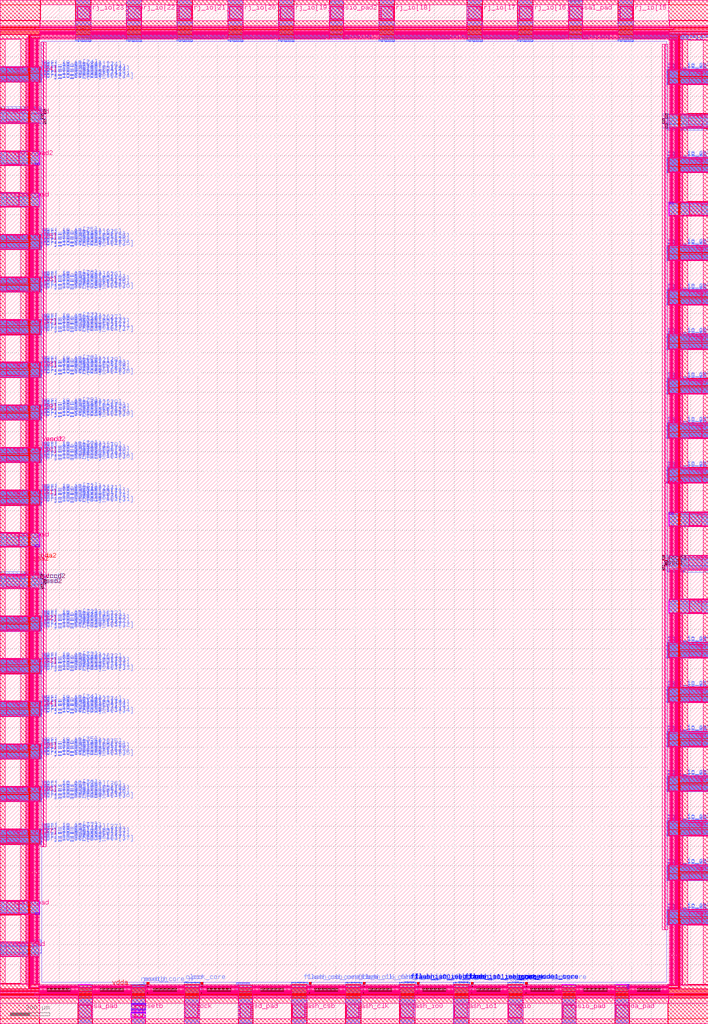
<source format=lef>
VERSION 5.7 ;
  NOWIREEXTENSIONATPIN ON ;
  DIVIDERCHAR "/" ;
  BUSBITCHARS "[]" ;
MACRO chip_io
  CLASS BLOCK ;
  FOREIGN chip_io ;
  ORIGIN 0.000 0.000 ;
  SIZE 3588.000 BY 5188.000 ;
  PIN clock
    DIRECTION INPUT ;
    USE SIGNAL ;
    PORT
      LAYER met5 ;
        RECT 938.200 32.990 1000.800 95.440 ;
    END
  END clock
  PIN clock_core
    DIRECTION OUTPUT TRISTATE ;
    USE SIGNAL ;
    PORT
      LAYER met2 ;
        RECT 936.635 208.565 936.915 210.965 ;
    END
  END clock_core
  PIN por
    DIRECTION INPUT ;
    USE SIGNAL ;
    PORT
      LAYER met2 ;
        RECT 970.215 208.565 970.495 210.965 ;
    END
  END por
  PIN flash_clk
    DIRECTION OUTPUT TRISTATE ;
    USE SIGNAL ;
    PORT
      LAYER met5 ;
        RECT 1755.200 32.990 1817.800 95.440 ;
    END
  END flash_clk
  PIN flash_clk_core
    DIRECTION INPUT ;
    USE SIGNAL ;
    PORT
      LAYER met2 ;
        RECT 1808.835 208.565 1809.115 210.965 ;
    END
  END flash_clk_core
  PIN flash_clk_oeb_core
    DIRECTION INPUT ;
    USE SIGNAL ;
    PORT
      LAYER met2 ;
        RECT 1824.475 208.565 1824.755 210.965 ;
    END
  END flash_clk_oeb_core
  PIN flash_csb
    DIRECTION OUTPUT TRISTATE ;
    USE SIGNAL ;
    PORT
      LAYER met5 ;
        RECT 1481.200 32.990 1543.800 95.440 ;
    END
  END flash_csb
  PIN flash_csb_core
    DIRECTION INPUT ;
    USE SIGNAL ;
    PORT
      LAYER met2 ;
        RECT 1534.835 208.565 1535.115 210.965 ;
    END
  END flash_csb_core
  PIN flash_csb_oeb_core
    DIRECTION INPUT ;
    USE SIGNAL ;
    PORT
      LAYER met2 ;
        RECT 1550.475 208.565 1550.755 210.965 ;
    END
  END flash_csb_oeb_core
  PIN flash_io0
    DIRECTION INOUT ;
    USE SIGNAL ;
    PORT
      LAYER met5 ;
        RECT 2029.200 32.990 2091.800 95.440 ;
    END
  END flash_io0
  PIN flash_io0_di_core
    DIRECTION OUTPUT TRISTATE ;
    USE SIGNAL ;
    PORT
      LAYER met2 ;
        RECT 2027.635 208.565 2027.915 210.965 ;
    END
  END flash_io0_di_core
  PIN flash_io0_do_core
    DIRECTION INPUT ;
    USE SIGNAL ;
    PORT
      LAYER met2 ;
        RECT 2082.835 208.565 2083.115 210.965 ;
    END
  END flash_io0_do_core
  PIN flash_io0_ieb_core
    DIRECTION INPUT ;
    USE SIGNAL ;
    PORT
      LAYER met1 ;
        RECT 2046.150 211.900 2046.470 211.960 ;
        RECT 2061.330 211.900 2061.650 211.960 ;
        RECT 2076.970 211.900 2077.290 211.960 ;
        RECT 2046.150 211.760 2077.290 211.900 ;
        RECT 2046.150 211.700 2046.470 211.760 ;
        RECT 2061.330 211.700 2061.650 211.760 ;
        RECT 2076.970 211.700 2077.290 211.760 ;
      LAYER via ;
        RECT 2046.180 211.700 2046.440 211.960 ;
        RECT 2061.360 211.700 2061.620 211.960 ;
        RECT 2077.000 211.700 2077.260 211.960 ;
      LAYER met2 ;
        RECT 2046.180 211.670 2046.440 211.990 ;
        RECT 2061.360 211.670 2061.620 211.990 ;
        RECT 2077.000 211.670 2077.260 211.990 ;
        RECT 2046.240 210.965 2046.380 211.670 ;
        RECT 2061.420 210.965 2061.560 211.670 ;
        RECT 2077.060 210.965 2077.200 211.670 ;
        RECT 2046.035 209.100 2046.380 210.965 ;
        RECT 2061.215 209.100 2061.560 210.965 ;
        RECT 2076.855 209.100 2077.200 210.965 ;
        RECT 2046.035 208.565 2046.315 209.100 ;
        RECT 2061.215 208.565 2061.495 209.100 ;
        RECT 2076.855 208.565 2077.135 209.100 ;
    END
  END flash_io0_ieb_core
  PIN flash_io0_oeb_core
    DIRECTION INPUT ;
    USE SIGNAL ;
    PORT
      LAYER met1 ;
        RECT 2055.350 212.530 2055.670 212.590 ;
        RECT 2098.590 212.530 2098.910 212.590 ;
        RECT 2055.350 212.390 2098.910 212.530 ;
        RECT 2055.350 212.330 2055.670 212.390 ;
        RECT 2098.590 212.330 2098.910 212.390 ;
      LAYER via ;
        RECT 2055.380 212.330 2055.640 212.590 ;
        RECT 2098.620 212.330 2098.880 212.590 ;
      LAYER met2 ;
        RECT 2055.380 212.300 2055.640 212.620 ;
        RECT 2098.620 212.300 2098.880 212.620 ;
        RECT 2055.440 210.965 2055.580 212.300 ;
        RECT 2098.680 210.965 2098.820 212.300 ;
        RECT 2055.235 209.100 2055.580 210.965 ;
        RECT 2098.475 209.100 2098.820 210.965 ;
        RECT 2055.235 208.565 2055.515 209.100 ;
        RECT 2098.475 208.565 2098.755 209.100 ;
    END
  END flash_io0_oeb_core
  PIN flash_io1
    DIRECTION INOUT ;
    USE SIGNAL ;
    PORT
      LAYER met5 ;
        RECT 2303.200 32.990 2365.800 95.440 ;
    END
  END flash_io1
  PIN flash_io1_di_core
    DIRECTION OUTPUT TRISTATE ;
    USE SIGNAL ;
    PORT
      LAYER met2 ;
        RECT 2301.635 208.565 2301.915 210.965 ;
    END
  END flash_io1_di_core
  PIN flash_io1_do_core
    DIRECTION INPUT ;
    USE SIGNAL ;
    PORT
      LAYER met2 ;
        RECT 2356.835 208.565 2357.115 210.965 ;
    END
  END flash_io1_do_core
  PIN flash_io1_ieb_core
    DIRECTION INPUT ;
    USE SIGNAL ;
    PORT
      LAYER met1 ;
        RECT 2320.020 211.840 2320.340 211.900 ;
        RECT 2335.200 211.840 2335.520 211.900 ;
        RECT 2350.835 211.840 2351.155 211.900 ;
        RECT 2320.020 211.700 2351.155 211.840 ;
        RECT 2320.020 211.640 2320.340 211.700 ;
        RECT 2335.200 211.640 2335.520 211.700 ;
        RECT 2350.835 211.640 2351.155 211.700 ;
      LAYER via ;
        RECT 2320.050 211.640 2320.310 211.900 ;
        RECT 2335.230 211.640 2335.490 211.900 ;
        RECT 2350.865 211.640 2351.125 211.900 ;
      LAYER met2 ;
        RECT 2320.050 210.965 2320.310 211.930 ;
        RECT 2335.230 210.965 2335.490 211.930 ;
        RECT 2350.865 210.965 2351.125 211.930 ;
        RECT 2320.035 208.565 2320.315 210.965 ;
        RECT 2335.215 208.565 2335.495 210.965 ;
        RECT 2350.855 208.565 2351.135 210.965 ;
    END
  END flash_io1_ieb_core
  PIN flash_io1_oeb_core
    DIRECTION INPUT ;
    USE SIGNAL ;
    PORT
      LAYER met1 ;
        RECT 2329.050 212.580 2329.370 212.640 ;
        RECT 2372.290 212.580 2372.610 212.640 ;
        RECT 2329.050 212.440 2372.610 212.580 ;
        RECT 2329.050 212.380 2329.370 212.440 ;
        RECT 2372.290 212.380 2372.610 212.440 ;
      LAYER via ;
        RECT 2329.080 212.380 2329.340 212.640 ;
        RECT 2372.320 212.380 2372.580 212.640 ;
      LAYER met2 ;
        RECT 2329.080 212.350 2329.340 212.670 ;
        RECT 2372.320 212.350 2372.580 212.670 ;
        RECT 2329.140 210.965 2329.280 212.350 ;
        RECT 2372.380 210.965 2372.520 212.350 ;
        RECT 2329.140 209.030 2329.515 210.965 ;
        RECT 2372.380 209.030 2372.755 210.965 ;
        RECT 2329.235 208.565 2329.515 209.030 ;
        RECT 2372.475 208.565 2372.755 209.030 ;
    END
  END flash_io1_oeb_core
  PIN gpio
    DIRECTION INOUT ;
    USE SIGNAL ;
    PORT
      LAYER met5 ;
        RECT 2577.200 32.990 2639.800 95.440 ;
    END
  END gpio
  PIN gpio_in_core
    DIRECTION OUTPUT TRISTATE ;
    USE SIGNAL ;
    PORT
      LAYER met2 ;
        RECT 2575.635 208.565 2575.915 210.965 ;
    END
  END gpio_in_core
  PIN gpio_inenb_core
    DIRECTION INPUT ;
    USE SIGNAL ;
    PORT
      LAYER met2 ;
        RECT 2609.215 208.565 2609.495 210.965 ;
    END
  END gpio_inenb_core
  PIN gpio_mode0_core
    DIRECTION INPUT ;
    USE SIGNAL ;
    PORT
      LAYER met2 ;
        RECT 2603.235 208.565 2603.515 210.965 ;
    END
  END gpio_mode0_core
  PIN gpio_mode1_core
    DIRECTION INPUT ;
    USE SIGNAL ;
    PORT
      LAYER met1 ;
        RECT 2594.010 211.900 2594.330 211.960 ;
        RECT 2624.830 211.900 2625.150 211.960 ;
        RECT 2594.010 211.760 2625.150 211.900 ;
        RECT 2594.010 211.700 2594.330 211.760 ;
        RECT 2624.830 211.700 2625.150 211.760 ;
      LAYER via ;
        RECT 2594.040 211.700 2594.300 211.960 ;
        RECT 2624.860 211.700 2625.120 211.960 ;
      LAYER met2 ;
        RECT 2594.040 211.670 2594.300 211.990 ;
        RECT 2624.860 211.670 2625.120 211.990 ;
        RECT 2594.100 210.965 2594.240 211.670 ;
        RECT 2624.920 210.965 2625.060 211.670 ;
        RECT 2594.035 208.565 2594.315 210.965 ;
        RECT 2624.855 208.565 2625.135 210.965 ;
    END
  END gpio_mode1_core
  PIN gpio_out_core
    DIRECTION INPUT ;
    USE SIGNAL ;
    PORT
      LAYER met2 ;
        RECT 2630.835 208.565 2631.115 210.965 ;
    END
  END gpio_out_core
  PIN gpio_outenb_core
    DIRECTION INPUT ;
    USE SIGNAL ;
    PORT
      LAYER met2 ;
        RECT 2646.475 208.565 2646.755 210.965 ;
    END
  END gpio_outenb_core
  PIN vccd_pad
    DIRECTION INOUT ;
    USE SIGNAL ;
    PORT
      LAYER met5 ;
        RECT 30.835 350.270 98.100 404.670 ;
    END
  END vccd_pad
  PIN vdda_pad
    DIRECTION INOUT ;
    USE SIGNAL ;
    PORT
      LAYER met5 ;
        RECT 3121.110 34.055 3181.950 94.880 ;
    END
  END vdda_pad
  PIN vddio_pad
    DIRECTION INOUT ;
    USE SIGNAL ;
    PORT
      LAYER met5 ;
        RECT 34.055 558.050 94.880 618.890 ;
    END
  END vddio_pad
  PIN vddio_pad2
    DIRECTION INOUT ;
    USE SIGNAL ;
    PORT
      LAYER met5 ;
        RECT 34.055 4356.050 94.880 4416.890 ;
    END
  END vddio_pad2
  PIN vssa_pad
    DIRECTION INOUT ;
    USE SIGNAL ;
    PORT
      LAYER met5 ;
        RECT 401.110 34.055 461.950 94.880 ;
    END
  END vssa_pad
  PIN vssd_pad
    DIRECTION INOUT ;
    USE SIGNAL ;
    PORT
      LAYER met5 ;
        RECT 1216.330 30.835 1270.730 98.100 ;
    END
  END vssd_pad
  PIN vssio_pad
    DIRECTION INOUT ;
    USE SIGNAL ;
    PORT
      LAYER met5 ;
        RECT 2852.110 34.055 2912.950 94.880 ;
    END
  END vssio_pad
  PIN vssio_pad2
    DIRECTION INOUT ;
    USE SIGNAL ;
    PORT
      LAYER met5 ;
        RECT 1674.050 5093.120 1734.890 5153.945 ;
    END
  END vssio_pad2
  PIN mprj_io[0]
    DIRECTION INOUT ;
    USE SIGNAL ;
    PORT
      LAYER met5 ;
        RECT 3492.560 506.200 3555.010 568.800 ;
    END
  END mprj_io[0]
  PIN mprj_io_analog_en[0]
    DIRECTION INPUT ;
    USE SIGNAL ;
    PORT
      LAYER met2 ;
        RECT 3377.035 529.015 3379.435 529.295 ;
    END
  END mprj_io_analog_en[0]
  PIN mprj_io_analog_pol[0]
    DIRECTION INPUT ;
    USE SIGNAL ;
    PORT
      LAYER met2 ;
        RECT 3377.035 535.455 3379.435 535.735 ;
    END
  END mprj_io_analog_pol[0]
  PIN mprj_io_analog_sel[0]
    DIRECTION INPUT ;
    USE SIGNAL ;
    PORT
      LAYER met2 ;
        RECT 3377.035 550.635 3379.435 550.915 ;
    END
  END mprj_io_analog_sel[0]
  PIN mprj_io_dm[0]
    DIRECTION INPUT ;
    USE SIGNAL ;
    PORT
      LAYER met2 ;
        RECT 3377.035 532.235 3379.435 532.515 ;
    END
  END mprj_io_dm[0]
  PIN mprj_io_dm[1]
    DIRECTION INPUT ;
    USE SIGNAL ;
    PORT
      LAYER met2 ;
        RECT 3377.035 523.035 3379.435 523.315 ;
    END
  END mprj_io_dm[1]
  PIN mprj_io_dm[2]
    DIRECTION INPUT ;
    USE SIGNAL ;
    PORT
      LAYER met2 ;
        RECT 3377.035 553.855 3379.435 554.135 ;
    END
  END mprj_io_dm[2]
  PIN mprj_io_holdover[0]
    DIRECTION INPUT ;
    USE SIGNAL ;
    PORT
      LAYER met2 ;
        RECT 3377.035 557.075 3379.435 557.355 ;
    END
  END mprj_io_holdover[0]
  PIN mprj_io_ib_mode_sel[0]
    DIRECTION INPUT ;
    USE SIGNAL ;
    PORT
      LAYER met2 ;
        RECT 3377.035 572.255 3379.435 572.535 ;
    END
  END mprj_io_ib_mode_sel[0]
  PIN mprj_io_inp_dis[0]
    DIRECTION INPUT ;
    USE SIGNAL ;
    PORT
      LAYER met2 ;
        RECT 3377.035 538.215 3379.435 538.495 ;
    END
  END mprj_io_inp_dis[0]
  PIN mprj_io_oeb[0]
    DIRECTION INPUT ;
    USE SIGNAL ;
    PORT
      LAYER met2 ;
        RECT 3377.035 575.475 3379.435 575.755 ;
    END
  END mprj_io_oeb[0]
  PIN mprj_io_out[0]
    DIRECTION INPUT ;
    USE SIGNAL ;
    PORT
      LAYER met2 ;
        RECT 3377.035 559.835 3379.435 560.115 ;
    END
  END mprj_io_out[0]
  PIN mprj_io_slow_sel[0]
    DIRECTION INPUT ;
    USE SIGNAL ;
    PORT
      LAYER met2 ;
        RECT 3377.035 513.835 3379.435 514.115 ;
    END
  END mprj_io_slow_sel[0]
  PIN mprj_io_vtrip_sel[0]
    DIRECTION INPUT ;
    USE SIGNAL ;
    PORT
      LAYER met2 ;
        RECT 3377.035 569.035 3379.435 569.315 ;
    END
  END mprj_io_vtrip_sel[0]
  PIN mprj_io_in[0]
    DIRECTION OUTPUT TRISTATE ;
    USE SIGNAL ;
    PORT
      LAYER met2 ;
        RECT 3377.035 504.635 3379.435 504.915 ;
    END
  END mprj_io_in[0]
  PIN mprj_analog_io[3]
    DIRECTION INOUT ;
    USE SIGNAL ;
    PORT
      LAYER met2 ;
        RECT 3377.035 3433.055 3379.435 3433.335 ;
    END
  END mprj_analog_io[3]
  PIN mprj_io[10]
    DIRECTION INOUT ;
    USE SIGNAL ;
    PORT
      LAYER met5 ;
        RECT 3492.560 3422.200 3555.010 3484.800 ;
    END
  END mprj_io[10]
  PIN mprj_io_analog_en[10]
    DIRECTION INPUT ;
    USE SIGNAL ;
    PORT
      LAYER met2 ;
        RECT 3377.035 3445.015 3379.435 3445.295 ;
    END
  END mprj_io_analog_en[10]
  PIN mprj_io_analog_pol[10]
    DIRECTION INPUT ;
    USE SIGNAL ;
    PORT
      LAYER met2 ;
        RECT 3377.035 3451.455 3379.435 3451.735 ;
    END
  END mprj_io_analog_pol[10]
  PIN mprj_io_analog_sel[10]
    DIRECTION INPUT ;
    USE SIGNAL ;
    PORT
      LAYER met2 ;
        RECT 3377.035 3466.635 3379.435 3466.915 ;
    END
  END mprj_io_analog_sel[10]
  PIN mprj_io_dm[30]
    DIRECTION INPUT ;
    USE SIGNAL ;
    PORT
      LAYER met2 ;
        RECT 3377.035 3448.235 3379.435 3448.515 ;
    END
  END mprj_io_dm[30]
  PIN mprj_io_dm[31]
    DIRECTION INPUT ;
    USE SIGNAL ;
    PORT
      LAYER met2 ;
        RECT 3377.035 3439.035 3379.435 3439.315 ;
    END
  END mprj_io_dm[31]
  PIN mprj_io_dm[32]
    DIRECTION INPUT ;
    USE SIGNAL ;
    PORT
      LAYER met2 ;
        RECT 3377.035 3469.855 3379.435 3470.135 ;
    END
  END mprj_io_dm[32]
  PIN mprj_io_holdover[10]
    DIRECTION INPUT ;
    USE SIGNAL ;
    PORT
      LAYER met2 ;
        RECT 3377.035 3473.075 3379.435 3473.355 ;
    END
  END mprj_io_holdover[10]
  PIN mprj_io_ib_mode_sel[10]
    DIRECTION INPUT ;
    USE SIGNAL ;
    PORT
      LAYER met2 ;
        RECT 3377.035 3488.255 3379.435 3488.535 ;
    END
  END mprj_io_ib_mode_sel[10]
  PIN mprj_io_inp_dis[10]
    DIRECTION INPUT ;
    USE SIGNAL ;
    PORT
      LAYER met2 ;
        RECT 3377.035 3454.215 3379.435 3454.495 ;
    END
  END mprj_io_inp_dis[10]
  PIN mprj_io_oeb[10]
    DIRECTION INPUT ;
    USE SIGNAL ;
    PORT
      LAYER met2 ;
        RECT 3377.035 3491.475 3379.435 3491.755 ;
    END
  END mprj_io_oeb[10]
  PIN mprj_io_out[10]
    DIRECTION INPUT ;
    USE SIGNAL ;
    PORT
      LAYER met2 ;
        RECT 3377.035 3475.835 3379.435 3476.115 ;
    END
  END mprj_io_out[10]
  PIN mprj_io_slow_sel[10]
    DIRECTION INPUT ;
    USE SIGNAL ;
    PORT
      LAYER met2 ;
        RECT 3377.035 3429.835 3379.435 3430.115 ;
    END
  END mprj_io_slow_sel[10]
  PIN mprj_io_vtrip_sel[10]
    DIRECTION INPUT ;
    USE SIGNAL ;
    PORT
      LAYER met2 ;
        RECT 3377.035 3485.035 3379.435 3485.315 ;
    END
  END mprj_io_vtrip_sel[10]
  PIN mprj_io_in[10]
    DIRECTION OUTPUT TRISTATE ;
    USE SIGNAL ;
    PORT
      LAYER met2 ;
        RECT 3377.035 3420.635 3379.435 3420.915 ;
    END
  END mprj_io_in[10]
  PIN mprj_analog_io[4]
    DIRECTION INOUT ;
    USE SIGNAL ;
    PORT
      LAYER met2 ;
        RECT 3377.035 3658.055 3379.435 3658.335 ;
    END
  END mprj_analog_io[4]
  PIN mprj_io[11]
    DIRECTION INOUT ;
    USE SIGNAL ;
    PORT
      LAYER met5 ;
        RECT 3492.560 3647.200 3555.010 3709.800 ;
    END
  END mprj_io[11]
  PIN mprj_io_analog_en[11]
    DIRECTION INPUT ;
    USE SIGNAL ;
    PORT
      LAYER met2 ;
        RECT 3377.035 3670.015 3379.435 3670.295 ;
    END
  END mprj_io_analog_en[11]
  PIN mprj_io_analog_pol[11]
    DIRECTION INPUT ;
    USE SIGNAL ;
    PORT
      LAYER met2 ;
        RECT 3377.035 3676.455 3379.435 3676.735 ;
    END
  END mprj_io_analog_pol[11]
  PIN mprj_io_analog_sel[11]
    DIRECTION INPUT ;
    USE SIGNAL ;
    PORT
      LAYER met2 ;
        RECT 3377.035 3691.635 3379.435 3691.915 ;
    END
  END mprj_io_analog_sel[11]
  PIN mprj_io_dm[33]
    DIRECTION INPUT ;
    USE SIGNAL ;
    PORT
      LAYER met2 ;
        RECT 3377.035 3673.235 3379.435 3673.515 ;
    END
  END mprj_io_dm[33]
  PIN mprj_io_dm[34]
    DIRECTION INPUT ;
    USE SIGNAL ;
    PORT
      LAYER met2 ;
        RECT 3377.035 3664.035 3379.435 3664.315 ;
    END
  END mprj_io_dm[34]
  PIN mprj_io_dm[35]
    DIRECTION INPUT ;
    USE SIGNAL ;
    PORT
      LAYER met2 ;
        RECT 3377.035 3694.855 3379.435 3695.135 ;
    END
  END mprj_io_dm[35]
  PIN mprj_io_holdover[11]
    DIRECTION INPUT ;
    USE SIGNAL ;
    PORT
      LAYER met2 ;
        RECT 3377.035 3698.075 3379.435 3698.355 ;
    END
  END mprj_io_holdover[11]
  PIN mprj_io_ib_mode_sel[11]
    DIRECTION INPUT ;
    USE SIGNAL ;
    PORT
      LAYER met2 ;
        RECT 3377.035 3713.255 3379.435 3713.535 ;
    END
  END mprj_io_ib_mode_sel[11]
  PIN mprj_io_inp_dis[11]
    DIRECTION INPUT ;
    USE SIGNAL ;
    PORT
      LAYER met2 ;
        RECT 3377.035 3679.215 3379.435 3679.495 ;
    END
  END mprj_io_inp_dis[11]
  PIN mprj_io_oeb[11]
    DIRECTION INPUT ;
    USE SIGNAL ;
    PORT
      LAYER met2 ;
        RECT 3377.035 3716.475 3379.435 3716.755 ;
    END
  END mprj_io_oeb[11]
  PIN mprj_io_out[11]
    DIRECTION INPUT ;
    USE SIGNAL ;
    PORT
      LAYER met2 ;
        RECT 3377.035 3700.835 3379.435 3701.115 ;
    END
  END mprj_io_out[11]
  PIN mprj_io_slow_sel[11]
    DIRECTION INPUT ;
    USE SIGNAL ;
    PORT
      LAYER met2 ;
        RECT 3377.035 3654.835 3379.435 3655.115 ;
    END
  END mprj_io_slow_sel[11]
  PIN mprj_io_vtrip_sel[11]
    DIRECTION INPUT ;
    USE SIGNAL ;
    PORT
      LAYER met2 ;
        RECT 3377.035 3710.035 3379.435 3710.315 ;
    END
  END mprj_io_vtrip_sel[11]
  PIN mprj_io_in[11]
    DIRECTION OUTPUT TRISTATE ;
    USE SIGNAL ;
    PORT
      LAYER met2 ;
        RECT 3377.035 3645.635 3379.435 3645.915 ;
    END
  END mprj_io_in[11]
  PIN mprj_analog_io[5]
    DIRECTION INOUT ;
    USE SIGNAL ;
    PORT
      LAYER met2 ;
        RECT 3377.035 3883.055 3379.435 3883.335 ;
    END
  END mprj_analog_io[5]
  PIN mprj_io[12]
    DIRECTION INOUT ;
    USE SIGNAL ;
    PORT
      LAYER met5 ;
        RECT 3492.560 3872.200 3555.010 3934.800 ;
    END
  END mprj_io[12]
  PIN mprj_io_analog_en[12]
    DIRECTION INPUT ;
    USE SIGNAL ;
    PORT
      LAYER met2 ;
        RECT 3377.035 3895.015 3379.435 3895.295 ;
    END
  END mprj_io_analog_en[12]
  PIN mprj_io_analog_pol[12]
    DIRECTION INPUT ;
    USE SIGNAL ;
    PORT
      LAYER met2 ;
        RECT 3377.035 3901.455 3379.435 3901.735 ;
    END
  END mprj_io_analog_pol[12]
  PIN mprj_io_analog_sel[12]
    DIRECTION INPUT ;
    USE SIGNAL ;
    PORT
      LAYER met2 ;
        RECT 3377.035 3916.635 3379.435 3916.915 ;
    END
  END mprj_io_analog_sel[12]
  PIN mprj_io_dm[36]
    DIRECTION INPUT ;
    USE SIGNAL ;
    PORT
      LAYER met2 ;
        RECT 3377.035 3898.235 3379.435 3898.515 ;
    END
  END mprj_io_dm[36]
  PIN mprj_io_dm[37]
    DIRECTION INPUT ;
    USE SIGNAL ;
    PORT
      LAYER met2 ;
        RECT 3377.035 3889.035 3379.435 3889.315 ;
    END
  END mprj_io_dm[37]
  PIN mprj_io_dm[38]
    DIRECTION INPUT ;
    USE SIGNAL ;
    PORT
      LAYER met2 ;
        RECT 3377.035 3919.855 3379.435 3920.135 ;
    END
  END mprj_io_dm[38]
  PIN mprj_io_holdover[12]
    DIRECTION INPUT ;
    USE SIGNAL ;
    PORT
      LAYER met2 ;
        RECT 3377.035 3923.075 3379.435 3923.355 ;
    END
  END mprj_io_holdover[12]
  PIN mprj_io_ib_mode_sel[12]
    DIRECTION INPUT ;
    USE SIGNAL ;
    PORT
      LAYER met2 ;
        RECT 3377.035 3938.255 3379.435 3938.535 ;
    END
  END mprj_io_ib_mode_sel[12]
  PIN mprj_io_inp_dis[12]
    DIRECTION INPUT ;
    USE SIGNAL ;
    PORT
      LAYER met2 ;
        RECT 3377.035 3904.215 3379.435 3904.495 ;
    END
  END mprj_io_inp_dis[12]
  PIN mprj_io_oeb[12]
    DIRECTION INPUT ;
    USE SIGNAL ;
    PORT
      LAYER met2 ;
        RECT 3377.035 3941.475 3379.435 3941.755 ;
    END
  END mprj_io_oeb[12]
  PIN mprj_io_out[12]
    DIRECTION INPUT ;
    USE SIGNAL ;
    PORT
      LAYER met2 ;
        RECT 3377.035 3925.835 3379.435 3926.115 ;
    END
  END mprj_io_out[12]
  PIN mprj_io_slow_sel[12]
    DIRECTION INPUT ;
    USE SIGNAL ;
    PORT
      LAYER met2 ;
        RECT 3377.035 3879.835 3379.435 3880.115 ;
    END
  END mprj_io_slow_sel[12]
  PIN mprj_io_vtrip_sel[12]
    DIRECTION INPUT ;
    USE SIGNAL ;
    PORT
      LAYER met2 ;
        RECT 3377.035 3935.035 3379.435 3935.315 ;
    END
  END mprj_io_vtrip_sel[12]
  PIN mprj_io_in[12]
    DIRECTION OUTPUT TRISTATE ;
    USE SIGNAL ;
    PORT
      LAYER met2 ;
        RECT 3377.035 3870.635 3379.435 3870.915 ;
    END
  END mprj_io_in[12]
  PIN mprj_analog_io[6]
    DIRECTION INOUT ;
    USE SIGNAL ;
    PORT
      LAYER met2 ;
        RECT 3377.035 4329.055 3379.435 4329.335 ;
    END
  END mprj_analog_io[6]
  PIN mprj_io[13]
    DIRECTION INOUT ;
    USE SIGNAL ;
    PORT
      LAYER met5 ;
        RECT 3492.560 4318.200 3555.010 4380.800 ;
    END
  END mprj_io[13]
  PIN mprj_io_analog_en[13]
    DIRECTION INPUT ;
    USE SIGNAL ;
    PORT
      LAYER met2 ;
        RECT 3377.035 4341.015 3379.435 4341.295 ;
    END
  END mprj_io_analog_en[13]
  PIN mprj_io_analog_pol[13]
    DIRECTION INPUT ;
    USE SIGNAL ;
    PORT
      LAYER met2 ;
        RECT 3377.035 4347.455 3379.435 4347.735 ;
    END
  END mprj_io_analog_pol[13]
  PIN mprj_io_analog_sel[13]
    DIRECTION INPUT ;
    USE SIGNAL ;
    PORT
      LAYER met2 ;
        RECT 3377.035 4362.635 3379.435 4362.915 ;
    END
  END mprj_io_analog_sel[13]
  PIN mprj_io_dm[39]
    DIRECTION INPUT ;
    USE SIGNAL ;
    PORT
      LAYER met2 ;
        RECT 3377.035 4344.235 3379.435 4344.515 ;
    END
  END mprj_io_dm[39]
  PIN mprj_io_dm[40]
    DIRECTION INPUT ;
    USE SIGNAL ;
    PORT
      LAYER met2 ;
        RECT 3377.035 4335.035 3379.435 4335.315 ;
    END
  END mprj_io_dm[40]
  PIN mprj_io_dm[41]
    DIRECTION INPUT ;
    USE SIGNAL ;
    PORT
      LAYER met2 ;
        RECT 3377.035 4365.855 3379.435 4366.135 ;
    END
  END mprj_io_dm[41]
  PIN mprj_io_holdover[13]
    DIRECTION INPUT ;
    USE SIGNAL ;
    PORT
      LAYER met2 ;
        RECT 3377.035 4369.075 3379.435 4369.355 ;
    END
  END mprj_io_holdover[13]
  PIN mprj_io_ib_mode_sel[13]
    DIRECTION INPUT ;
    USE SIGNAL ;
    PORT
      LAYER met2 ;
        RECT 3377.035 4384.255 3379.435 4384.535 ;
    END
  END mprj_io_ib_mode_sel[13]
  PIN mprj_io_inp_dis[13]
    DIRECTION INPUT ;
    USE SIGNAL ;
    PORT
      LAYER met2 ;
        RECT 3377.035 4350.215 3379.435 4350.495 ;
    END
  END mprj_io_inp_dis[13]
  PIN mprj_io_oeb[13]
    DIRECTION INPUT ;
    USE SIGNAL ;
    PORT
      LAYER met2 ;
        RECT 3377.035 4387.475 3379.435 4387.755 ;
    END
  END mprj_io_oeb[13]
  PIN mprj_io_out[13]
    DIRECTION INPUT ;
    USE SIGNAL ;
    PORT
      LAYER met2 ;
        RECT 3377.035 4371.835 3379.435 4372.115 ;
    END
  END mprj_io_out[13]
  PIN mprj_io_slow_sel[13]
    DIRECTION INPUT ;
    USE SIGNAL ;
    PORT
      LAYER met2 ;
        RECT 3377.035 4325.835 3379.435 4326.115 ;
    END
  END mprj_io_slow_sel[13]
  PIN mprj_io_vtrip_sel[13]
    DIRECTION INPUT ;
    USE SIGNAL ;
    PORT
      LAYER met2 ;
        RECT 3377.035 4381.035 3379.435 4381.315 ;
    END
  END mprj_io_vtrip_sel[13]
  PIN mprj_io_in[13]
    DIRECTION OUTPUT TRISTATE ;
    USE SIGNAL ;
    PORT
      LAYER met2 ;
        RECT 3377.035 4316.635 3379.435 4316.915 ;
    END
  END mprj_io_in[13]
  PIN mprj_analog_io[7]
    DIRECTION INOUT ;
    USE SIGNAL ;
    PORT
      LAYER met2 ;
        RECT 3377.035 4775.055 3379.435 4775.335 ;
    END
  END mprj_analog_io[7]
  PIN mprj_io[14]
    DIRECTION INOUT ;
    USE SIGNAL ;
    PORT
      LAYER met5 ;
        RECT 3492.560 4764.200 3555.010 4826.800 ;
    END
  END mprj_io[14]
  PIN mprj_io_analog_en[14]
    DIRECTION INPUT ;
    USE SIGNAL ;
    PORT
      LAYER met2 ;
        RECT 3377.035 4787.015 3379.435 4787.295 ;
    END
  END mprj_io_analog_en[14]
  PIN mprj_io_analog_pol[14]
    DIRECTION INPUT ;
    USE SIGNAL ;
    PORT
      LAYER met2 ;
        RECT 3377.035 4793.455 3379.435 4793.735 ;
    END
  END mprj_io_analog_pol[14]
  PIN mprj_io_analog_sel[14]
    DIRECTION INPUT ;
    USE SIGNAL ;
    PORT
      LAYER met2 ;
        RECT 3377.035 4808.635 3379.435 4808.915 ;
    END
  END mprj_io_analog_sel[14]
  PIN mprj_io_dm[42]
    DIRECTION INPUT ;
    USE SIGNAL ;
    PORT
      LAYER met2 ;
        RECT 3377.035 4790.235 3379.435 4790.515 ;
    END
  END mprj_io_dm[42]
  PIN mprj_io_dm[43]
    DIRECTION INPUT ;
    USE SIGNAL ;
    PORT
      LAYER met2 ;
        RECT 3377.035 4781.035 3379.435 4781.315 ;
    END
  END mprj_io_dm[43]
  PIN mprj_io_dm[44]
    DIRECTION INPUT ;
    USE SIGNAL ;
    PORT
      LAYER met2 ;
        RECT 3377.035 4811.855 3379.435 4812.135 ;
    END
  END mprj_io_dm[44]
  PIN mprj_io_holdover[14]
    DIRECTION INPUT ;
    USE SIGNAL ;
    PORT
      LAYER met2 ;
        RECT 3377.035 4815.075 3379.435 4815.355 ;
    END
  END mprj_io_holdover[14]
  PIN mprj_io_ib_mode_sel[14]
    DIRECTION INPUT ;
    USE SIGNAL ;
    PORT
      LAYER met2 ;
        RECT 3377.035 4830.255 3379.435 4830.535 ;
    END
  END mprj_io_ib_mode_sel[14]
  PIN mprj_io_inp_dis[14]
    DIRECTION INPUT ;
    USE SIGNAL ;
    PORT
      LAYER met2 ;
        RECT 3377.035 4796.215 3379.435 4796.495 ;
    END
  END mprj_io_inp_dis[14]
  PIN mprj_io_oeb[14]
    DIRECTION INPUT ;
    USE SIGNAL ;
    PORT
      LAYER met2 ;
        RECT 3377.035 4833.475 3379.435 4833.755 ;
    END
  END mprj_io_oeb[14]
  PIN mprj_io_out[14]
    DIRECTION INPUT ;
    USE SIGNAL ;
    PORT
      LAYER met2 ;
        RECT 3377.035 4817.835 3379.435 4818.115 ;
    END
  END mprj_io_out[14]
  PIN mprj_io_slow_sel[14]
    DIRECTION INPUT ;
    USE SIGNAL ;
    PORT
      LAYER met2 ;
        RECT 3377.035 4771.835 3379.435 4772.115 ;
    END
  END mprj_io_slow_sel[14]
  PIN mprj_io_vtrip_sel[14]
    DIRECTION INPUT ;
    USE SIGNAL ;
    PORT
      LAYER met2 ;
        RECT 3377.035 4827.035 3379.435 4827.315 ;
    END
  END mprj_io_vtrip_sel[14]
  PIN mprj_io_in[14]
    DIRECTION OUTPUT TRISTATE ;
    USE SIGNAL ;
    PORT
      LAYER met2 ;
        RECT 3377.035 4762.635 3379.435 4762.915 ;
    END
  END mprj_io_in[14]
  PIN mprj_analog_io[8]
    DIRECTION INOUT ;
    USE SIGNAL ;
    PORT
      LAYER met2 ;
        RECT 3192.665 4977.035 3192.945 4979.435 ;
    END
  END mprj_analog_io[8]
  PIN mprj_io[15]
    DIRECTION INOUT ;
    USE SIGNAL ;
    PORT
      LAYER met5 ;
        RECT 3141.200 5092.560 3203.800 5155.010 ;
    END
  END mprj_io[15]
  PIN mprj_io_analog_en[15]
    DIRECTION INPUT ;
    USE SIGNAL ;
    PORT
      LAYER met2 ;
        RECT 3180.705 4977.035 3180.985 4979.435 ;
    END
  END mprj_io_analog_en[15]
  PIN mprj_io_analog_pol[15]
    DIRECTION INPUT ;
    USE SIGNAL ;
    PORT
      LAYER met2 ;
        RECT 3174.265 4977.035 3174.545 4979.435 ;
    END
  END mprj_io_analog_pol[15]
  PIN mprj_io_analog_sel[15]
    DIRECTION INPUT ;
    USE SIGNAL ;
    PORT
      LAYER met2 ;
        RECT 3159.085 4977.035 3159.365 4979.435 ;
    END
  END mprj_io_analog_sel[15]
  PIN mprj_io_dm[45]
    DIRECTION INPUT ;
    USE SIGNAL ;
    PORT
      LAYER met2 ;
        RECT 3177.485 4977.035 3177.765 4979.435 ;
    END
  END mprj_io_dm[45]
  PIN mprj_io_dm[46]
    DIRECTION INPUT ;
    USE SIGNAL ;
    PORT
      LAYER met2 ;
        RECT 3186.685 4977.035 3186.965 4979.435 ;
    END
  END mprj_io_dm[46]
  PIN mprj_io_dm[47]
    DIRECTION INPUT ;
    USE SIGNAL ;
    PORT
      LAYER met2 ;
        RECT 3155.865 4977.035 3156.145 4979.435 ;
    END
  END mprj_io_dm[47]
  PIN mprj_io_holdover[15]
    DIRECTION INPUT ;
    USE SIGNAL ;
    PORT
      LAYER met2 ;
        RECT 3152.645 4977.035 3152.925 4979.435 ;
    END
  END mprj_io_holdover[15]
  PIN mprj_io_ib_mode_sel[15]
    DIRECTION INPUT ;
    USE SIGNAL ;
    PORT
      LAYER met2 ;
        RECT 3137.465 4977.035 3137.745 4979.435 ;
    END
  END mprj_io_ib_mode_sel[15]
  PIN mprj_io_inp_dis[15]
    DIRECTION INPUT ;
    USE SIGNAL ;
    PORT
      LAYER met2 ;
        RECT 3171.505 4977.035 3171.785 4979.435 ;
    END
  END mprj_io_inp_dis[15]
  PIN mprj_io_oeb[15]
    DIRECTION INPUT ;
    USE SIGNAL ;
    PORT
      LAYER met2 ;
        RECT 3134.245 4977.035 3134.525 4979.435 ;
    END
  END mprj_io_oeb[15]
  PIN mprj_io_out[15]
    DIRECTION INPUT ;
    USE SIGNAL ;
    PORT
      LAYER met2 ;
        RECT 3149.885 4977.035 3150.165 4979.435 ;
    END
  END mprj_io_out[15]
  PIN mprj_io_slow_sel[15]
    DIRECTION INPUT ;
    USE SIGNAL ;
    PORT
      LAYER met2 ;
        RECT 3195.885 4977.035 3196.165 4979.435 ;
    END
  END mprj_io_slow_sel[15]
  PIN mprj_io_vtrip_sel[15]
    DIRECTION INPUT ;
    USE SIGNAL ;
    PORT
      LAYER met2 ;
        RECT 3140.685 4977.035 3140.965 4979.435 ;
    END
  END mprj_io_vtrip_sel[15]
  PIN mprj_io_in[15]
    DIRECTION OUTPUT TRISTATE ;
    USE SIGNAL ;
    PORT
      LAYER met2 ;
        RECT 3205.085 4977.035 3205.365 4979.435 ;
    END
  END mprj_io_in[15]
  PIN mprj_analog_io[9]
    DIRECTION INOUT ;
    USE SIGNAL ;
    PORT
      LAYER met2 ;
        RECT 2683.665 4977.035 2683.945 4979.435 ;
    END
  END mprj_analog_io[9]
  PIN mprj_io[16]
    DIRECTION INOUT ;
    USE SIGNAL ;
    PORT
      LAYER met5 ;
        RECT 2632.200 5092.560 2694.800 5155.010 ;
    END
  END mprj_io[16]
  PIN mprj_io_analog_en[16]
    DIRECTION INPUT ;
    USE SIGNAL ;
    PORT
      LAYER met2 ;
        RECT 2671.705 4977.035 2671.985 4979.435 ;
    END
  END mprj_io_analog_en[16]
  PIN mprj_io_analog_pol[16]
    DIRECTION INPUT ;
    USE SIGNAL ;
    PORT
      LAYER met2 ;
        RECT 2665.265 4977.035 2665.545 4979.435 ;
    END
  END mprj_io_analog_pol[16]
  PIN mprj_io_analog_sel[16]
    DIRECTION INPUT ;
    USE SIGNAL ;
    PORT
      LAYER met2 ;
        RECT 2650.085 4977.035 2650.365 4979.435 ;
    END
  END mprj_io_analog_sel[16]
  PIN mprj_io_dm[48]
    DIRECTION INPUT ;
    USE SIGNAL ;
    PORT
      LAYER met2 ;
        RECT 2668.485 4977.035 2668.765 4979.435 ;
    END
  END mprj_io_dm[48]
  PIN mprj_io_dm[49]
    DIRECTION INPUT ;
    USE SIGNAL ;
    PORT
      LAYER met2 ;
        RECT 2677.685 4977.035 2677.965 4979.435 ;
    END
  END mprj_io_dm[49]
  PIN mprj_io_dm[50]
    DIRECTION INPUT ;
    USE SIGNAL ;
    PORT
      LAYER met2 ;
        RECT 2646.865 4977.035 2647.145 4979.435 ;
    END
  END mprj_io_dm[50]
  PIN mprj_io_holdover[16]
    DIRECTION INPUT ;
    USE SIGNAL ;
    PORT
      LAYER met2 ;
        RECT 2643.645 4977.035 2643.925 4979.435 ;
    END
  END mprj_io_holdover[16]
  PIN mprj_io_ib_mode_sel[16]
    DIRECTION INPUT ;
    USE SIGNAL ;
    PORT
      LAYER met2 ;
        RECT 2628.465 4977.035 2628.745 4979.435 ;
    END
  END mprj_io_ib_mode_sel[16]
  PIN mprj_io_inp_dis[16]
    DIRECTION INPUT ;
    USE SIGNAL ;
    PORT
      LAYER met2 ;
        RECT 2662.505 4977.035 2662.785 4979.435 ;
    END
  END mprj_io_inp_dis[16]
  PIN mprj_io_oeb[16]
    DIRECTION INPUT ;
    USE SIGNAL ;
    PORT
      LAYER met2 ;
        RECT 2625.245 4977.035 2625.525 4979.435 ;
    END
  END mprj_io_oeb[16]
  PIN mprj_io_out[16]
    DIRECTION INPUT ;
    USE SIGNAL ;
    PORT
      LAYER met2 ;
        RECT 2640.885 4977.035 2641.165 4979.435 ;
    END
  END mprj_io_out[16]
  PIN mprj_io_slow_sel[16]
    DIRECTION INPUT ;
    USE SIGNAL ;
    PORT
      LAYER met2 ;
        RECT 2686.885 4977.035 2687.165 4979.435 ;
    END
  END mprj_io_slow_sel[16]
  PIN mprj_io_vtrip_sel[16]
    DIRECTION INPUT ;
    USE SIGNAL ;
    PORT
      LAYER met2 ;
        RECT 2631.685 4977.035 2631.965 4979.435 ;
    END
  END mprj_io_vtrip_sel[16]
  PIN mprj_io_in[16]
    DIRECTION OUTPUT TRISTATE ;
    USE SIGNAL ;
    PORT
      LAYER met2 ;
        RECT 2696.085 4977.035 2696.365 4979.435 ;
    END
  END mprj_io_in[16]
  PIN mprj_analog_io[10]
    DIRECTION INOUT ;
    USE SIGNAL ;
    PORT
      LAYER met2 ;
        RECT 2426.665 4977.035 2426.945 4979.435 ;
    END
  END mprj_analog_io[10]
  PIN mprj_io[17]
    DIRECTION INOUT ;
    USE SIGNAL ;
    PORT
      LAYER met5 ;
        RECT 2375.200 5092.560 2437.800 5155.010 ;
    END
  END mprj_io[17]
  PIN mprj_io_analog_en[17]
    DIRECTION INPUT ;
    USE SIGNAL ;
    PORT
      LAYER met2 ;
        RECT 2414.705 4977.035 2414.985 4979.435 ;
    END
  END mprj_io_analog_en[17]
  PIN mprj_io_analog_pol[17]
    DIRECTION INPUT ;
    USE SIGNAL ;
    PORT
      LAYER met2 ;
        RECT 2408.265 4977.035 2408.545 4979.435 ;
    END
  END mprj_io_analog_pol[17]
  PIN mprj_io_analog_sel[17]
    DIRECTION INPUT ;
    USE SIGNAL ;
    PORT
      LAYER met2 ;
        RECT 2393.085 4977.035 2393.365 4979.435 ;
    END
  END mprj_io_analog_sel[17]
  PIN mprj_io_dm[51]
    DIRECTION INPUT ;
    USE SIGNAL ;
    PORT
      LAYER met2 ;
        RECT 2411.485 4977.035 2411.765 4979.435 ;
    END
  END mprj_io_dm[51]
  PIN mprj_io_dm[52]
    DIRECTION INPUT ;
    USE SIGNAL ;
    PORT
      LAYER met2 ;
        RECT 2420.685 4977.035 2420.965 4979.435 ;
    END
  END mprj_io_dm[52]
  PIN mprj_io_dm[53]
    DIRECTION INPUT ;
    USE SIGNAL ;
    PORT
      LAYER met2 ;
        RECT 2389.865 4977.035 2390.145 4979.435 ;
    END
  END mprj_io_dm[53]
  PIN mprj_io_holdover[17]
    DIRECTION INPUT ;
    USE SIGNAL ;
    PORT
      LAYER met2 ;
        RECT 2386.645 4977.035 2386.925 4979.435 ;
    END
  END mprj_io_holdover[17]
  PIN mprj_io_ib_mode_sel[17]
    DIRECTION INPUT ;
    USE SIGNAL ;
    PORT
      LAYER met2 ;
        RECT 2371.465 4977.035 2371.745 4979.435 ;
    END
  END mprj_io_ib_mode_sel[17]
  PIN mprj_io_inp_dis[17]
    DIRECTION INPUT ;
    USE SIGNAL ;
    PORT
      LAYER met2 ;
        RECT 2405.505 4977.035 2405.785 4979.435 ;
    END
  END mprj_io_inp_dis[17]
  PIN mprj_io_oeb[17]
    DIRECTION INPUT ;
    USE SIGNAL ;
    PORT
      LAYER met2 ;
        RECT 2368.245 4977.035 2368.525 4979.435 ;
    END
  END mprj_io_oeb[17]
  PIN mprj_io_out[17]
    DIRECTION INPUT ;
    USE SIGNAL ;
    PORT
      LAYER met2 ;
        RECT 2383.885 4977.035 2384.165 4979.435 ;
    END
  END mprj_io_out[17]
  PIN mprj_io_slow_sel[17]
    DIRECTION INPUT ;
    USE SIGNAL ;
    PORT
      LAYER met2 ;
        RECT 2429.885 4977.035 2430.165 4979.435 ;
    END
  END mprj_io_slow_sel[17]
  PIN mprj_io_vtrip_sel[17]
    DIRECTION INPUT ;
    USE SIGNAL ;
    PORT
      LAYER met2 ;
        RECT 2374.685 4977.035 2374.965 4979.435 ;
    END
  END mprj_io_vtrip_sel[17]
  PIN mprj_io_in[17]
    DIRECTION OUTPUT TRISTATE ;
    USE SIGNAL ;
    PORT
      LAYER met2 ;
        RECT 2439.085 4977.035 2439.365 4979.435 ;
    END
  END mprj_io_in[17]
  PIN mprj_analog_io[11]
    DIRECTION INOUT ;
    USE SIGNAL ;
    PORT
      LAYER met2 ;
        RECT 1981.665 4977.035 1981.945 4979.435 ;
    END
  END mprj_analog_io[11]
  PIN mprj_io[18]
    DIRECTION INOUT ;
    USE SIGNAL ;
    PORT
      LAYER met5 ;
        RECT 1930.200 5092.560 1992.800 5155.010 ;
    END
  END mprj_io[18]
  PIN mprj_io_analog_en[18]
    DIRECTION INPUT ;
    USE SIGNAL ;
    PORT
      LAYER met2 ;
        RECT 1969.705 4977.035 1969.985 4979.435 ;
    END
  END mprj_io_analog_en[18]
  PIN mprj_io_analog_pol[18]
    DIRECTION INPUT ;
    USE SIGNAL ;
    PORT
      LAYER met2 ;
        RECT 1963.265 4977.035 1963.545 4979.435 ;
    END
  END mprj_io_analog_pol[18]
  PIN mprj_io_analog_sel[18]
    DIRECTION INPUT ;
    USE SIGNAL ;
    PORT
      LAYER met2 ;
        RECT 1948.085 4977.035 1948.365 4979.435 ;
    END
  END mprj_io_analog_sel[18]
  PIN mprj_io_dm[54]
    DIRECTION INPUT ;
    USE SIGNAL ;
    PORT
      LAYER met2 ;
        RECT 1966.485 4977.035 1966.765 4979.435 ;
    END
  END mprj_io_dm[54]
  PIN mprj_io_dm[55]
    DIRECTION INPUT ;
    USE SIGNAL ;
    PORT
      LAYER met2 ;
        RECT 1975.685 4977.035 1975.965 4979.435 ;
    END
  END mprj_io_dm[55]
  PIN mprj_io_dm[56]
    DIRECTION INPUT ;
    USE SIGNAL ;
    PORT
      LAYER met2 ;
        RECT 1944.865 4977.035 1945.145 4979.435 ;
    END
  END mprj_io_dm[56]
  PIN mprj_io_holdover[18]
    DIRECTION INPUT ;
    USE SIGNAL ;
    PORT
      LAYER met2 ;
        RECT 1941.645 4977.035 1941.925 4979.435 ;
    END
  END mprj_io_holdover[18]
  PIN mprj_io_ib_mode_sel[18]
    DIRECTION INPUT ;
    USE SIGNAL ;
    PORT
      LAYER met2 ;
        RECT 1926.465 4977.035 1926.745 4979.435 ;
    END
  END mprj_io_ib_mode_sel[18]
  PIN mprj_io_inp_dis[18]
    DIRECTION INPUT ;
    USE SIGNAL ;
    PORT
      LAYER met2 ;
        RECT 1960.505 4977.035 1960.785 4979.435 ;
    END
  END mprj_io_inp_dis[18]
  PIN mprj_io_oeb[18]
    DIRECTION INPUT ;
    USE SIGNAL ;
    PORT
      LAYER met2 ;
        RECT 1923.245 4977.035 1923.525 4979.435 ;
    END
  END mprj_io_oeb[18]
  PIN mprj_io_out[18]
    DIRECTION INPUT ;
    USE SIGNAL ;
    PORT
      LAYER met2 ;
        RECT 1938.885 4977.035 1939.165 4979.435 ;
    END
  END mprj_io_out[18]
  PIN mprj_io_slow_sel[18]
    DIRECTION INPUT ;
    USE SIGNAL ;
    PORT
      LAYER met2 ;
        RECT 1984.885 4977.035 1985.165 4979.435 ;
    END
  END mprj_io_slow_sel[18]
  PIN mprj_io_vtrip_sel[18]
    DIRECTION INPUT ;
    USE SIGNAL ;
    PORT
      LAYER met2 ;
        RECT 1929.685 4977.035 1929.965 4979.435 ;
    END
  END mprj_io_vtrip_sel[18]
  PIN mprj_io_in[18]
    DIRECTION OUTPUT TRISTATE ;
    USE SIGNAL ;
    PORT
      LAYER met2 ;
        RECT 1994.085 4977.035 1994.365 4979.435 ;
    END
  END mprj_io_in[18]
  PIN mprj_io[1]
    DIRECTION INOUT ;
    USE SIGNAL ;
    PORT
      LAYER met5 ;
        RECT 3492.560 732.200 3555.010 794.800 ;
    END
  END mprj_io[1]
  PIN mprj_io_analog_en[1]
    DIRECTION INPUT ;
    USE SIGNAL ;
    PORT
      LAYER met2 ;
        RECT 3377.035 755.015 3379.435 755.295 ;
    END
  END mprj_io_analog_en[1]
  PIN mprj_io_analog_pol[1]
    DIRECTION INPUT ;
    USE SIGNAL ;
    PORT
      LAYER met2 ;
        RECT 3377.035 761.455 3379.435 761.735 ;
    END
  END mprj_io_analog_pol[1]
  PIN mprj_io_analog_sel[1]
    DIRECTION INPUT ;
    USE SIGNAL ;
    PORT
      LAYER met2 ;
        RECT 3377.035 776.635 3379.435 776.915 ;
    END
  END mprj_io_analog_sel[1]
  PIN mprj_io_dm[3]
    DIRECTION INPUT ;
    USE SIGNAL ;
    PORT
      LAYER met2 ;
        RECT 3377.035 758.235 3379.435 758.515 ;
    END
  END mprj_io_dm[3]
  PIN mprj_io_dm[4]
    DIRECTION INPUT ;
    USE SIGNAL ;
    PORT
      LAYER met2 ;
        RECT 3377.035 749.035 3379.435 749.315 ;
    END
  END mprj_io_dm[4]
  PIN mprj_io_dm[5]
    DIRECTION INPUT ;
    USE SIGNAL ;
    PORT
      LAYER met2 ;
        RECT 3377.035 779.855 3379.435 780.135 ;
    END
  END mprj_io_dm[5]
  PIN mprj_io_holdover[1]
    DIRECTION INPUT ;
    USE SIGNAL ;
    PORT
      LAYER met2 ;
        RECT 3377.035 783.075 3379.435 783.355 ;
    END
  END mprj_io_holdover[1]
  PIN mprj_io_ib_mode_sel[1]
    DIRECTION INPUT ;
    USE SIGNAL ;
    PORT
      LAYER met2 ;
        RECT 3377.035 798.255 3379.435 798.535 ;
    END
  END mprj_io_ib_mode_sel[1]
  PIN mprj_io_inp_dis[1]
    DIRECTION INPUT ;
    USE SIGNAL ;
    PORT
      LAYER met2 ;
        RECT 3377.035 764.215 3379.435 764.495 ;
    END
  END mprj_io_inp_dis[1]
  PIN mprj_io_oeb[1]
    DIRECTION INPUT ;
    USE SIGNAL ;
    PORT
      LAYER met2 ;
        RECT 3377.035 801.475 3379.435 801.755 ;
    END
  END mprj_io_oeb[1]
  PIN mprj_io_out[1]
    DIRECTION INPUT ;
    USE SIGNAL ;
    PORT
      LAYER met2 ;
        RECT 3377.035 785.835 3379.435 786.115 ;
    END
  END mprj_io_out[1]
  PIN mprj_io_slow_sel[1]
    DIRECTION INPUT ;
    USE SIGNAL ;
    PORT
      LAYER met2 ;
        RECT 3377.035 739.835 3379.435 740.115 ;
    END
  END mprj_io_slow_sel[1]
  PIN mprj_io_vtrip_sel[1]
    DIRECTION INPUT ;
    USE SIGNAL ;
    PORT
      LAYER met2 ;
        RECT 3377.035 795.035 3379.435 795.315 ;
    END
  END mprj_io_vtrip_sel[1]
  PIN mprj_io_in[1]
    DIRECTION OUTPUT TRISTATE ;
    USE SIGNAL ;
    PORT
      LAYER met2 ;
        RECT 3377.035 730.635 3379.435 730.915 ;
    END
  END mprj_io_in[1]
  PIN mprj_io[2]
    DIRECTION INOUT ;
    USE SIGNAL ;
    PORT
      LAYER met5 ;
        RECT 3492.560 957.200 3555.010 1019.800 ;
    END
  END mprj_io[2]
  PIN mprj_io_analog_en[2]
    DIRECTION INPUT ;
    USE SIGNAL ;
    PORT
      LAYER met2 ;
        RECT 3377.035 980.015 3379.435 980.295 ;
    END
  END mprj_io_analog_en[2]
  PIN mprj_io_analog_pol[2]
    DIRECTION INPUT ;
    USE SIGNAL ;
    PORT
      LAYER met2 ;
        RECT 3377.035 986.455 3379.435 986.735 ;
    END
  END mprj_io_analog_pol[2]
  PIN mprj_io_analog_sel[2]
    DIRECTION INPUT ;
    USE SIGNAL ;
    PORT
      LAYER met2 ;
        RECT 3377.035 1001.635 3379.435 1001.915 ;
    END
  END mprj_io_analog_sel[2]
  PIN mprj_io_dm[6]
    DIRECTION INPUT ;
    USE SIGNAL ;
    PORT
      LAYER met2 ;
        RECT 3377.035 983.235 3379.435 983.515 ;
    END
  END mprj_io_dm[6]
  PIN mprj_io_dm[7]
    DIRECTION INPUT ;
    USE SIGNAL ;
    PORT
      LAYER met2 ;
        RECT 3377.035 974.035 3379.435 974.315 ;
    END
  END mprj_io_dm[7]
  PIN mprj_io_dm[8]
    DIRECTION INPUT ;
    USE SIGNAL ;
    PORT
      LAYER met2 ;
        RECT 3377.035 1004.855 3379.435 1005.135 ;
    END
  END mprj_io_dm[8]
  PIN mprj_io_holdover[2]
    DIRECTION INPUT ;
    USE SIGNAL ;
    PORT
      LAYER met2 ;
        RECT 3377.035 1008.075 3379.435 1008.355 ;
    END
  END mprj_io_holdover[2]
  PIN mprj_io_ib_mode_sel[2]
    DIRECTION INPUT ;
    USE SIGNAL ;
    PORT
      LAYER met2 ;
        RECT 3377.035 1023.255 3379.435 1023.535 ;
    END
  END mprj_io_ib_mode_sel[2]
  PIN mprj_io_inp_dis[2]
    DIRECTION INPUT ;
    USE SIGNAL ;
    PORT
      LAYER met2 ;
        RECT 3377.035 989.215 3379.435 989.495 ;
    END
  END mprj_io_inp_dis[2]
  PIN mprj_io_oeb[2]
    DIRECTION INPUT ;
    USE SIGNAL ;
    PORT
      LAYER met2 ;
        RECT 3377.035 1026.475 3379.435 1026.755 ;
    END
  END mprj_io_oeb[2]
  PIN mprj_io_out[2]
    DIRECTION INPUT ;
    USE SIGNAL ;
    PORT
      LAYER met2 ;
        RECT 3377.035 1010.835 3379.435 1011.115 ;
    END
  END mprj_io_out[2]
  PIN mprj_io_slow_sel[2]
    DIRECTION INPUT ;
    USE SIGNAL ;
    PORT
      LAYER met2 ;
        RECT 3377.035 964.835 3379.435 965.115 ;
    END
  END mprj_io_slow_sel[2]
  PIN mprj_io_vtrip_sel[2]
    DIRECTION INPUT ;
    USE SIGNAL ;
    PORT
      LAYER met2 ;
        RECT 3377.035 1020.035 3379.435 1020.315 ;
    END
  END mprj_io_vtrip_sel[2]
  PIN mprj_io_in[2]
    DIRECTION OUTPUT TRISTATE ;
    USE SIGNAL ;
    PORT
      LAYER met2 ;
        RECT 3377.035 955.635 3379.435 955.915 ;
    END
  END mprj_io_in[2]
  PIN mprj_io[3]
    DIRECTION INOUT ;
    USE SIGNAL ;
    PORT
      LAYER met5 ;
        RECT 3492.560 1183.200 3555.010 1245.800 ;
    END
  END mprj_io[3]
  PIN mprj_io_analog_en[3]
    DIRECTION INPUT ;
    USE SIGNAL ;
    PORT
      LAYER met2 ;
        RECT 3377.035 1206.015 3379.435 1206.295 ;
    END
  END mprj_io_analog_en[3]
  PIN mprj_io_analog_pol[3]
    DIRECTION INPUT ;
    USE SIGNAL ;
    PORT
      LAYER met2 ;
        RECT 3377.035 1212.455 3379.435 1212.735 ;
    END
  END mprj_io_analog_pol[3]
  PIN mprj_io_analog_sel[3]
    DIRECTION INPUT ;
    USE SIGNAL ;
    PORT
      LAYER met2 ;
        RECT 3377.035 1227.635 3379.435 1227.915 ;
    END
  END mprj_io_analog_sel[3]
  PIN mprj_io_dm[10]
    DIRECTION INPUT ;
    USE SIGNAL ;
    PORT
      LAYER met2 ;
        RECT 3377.035 1200.035 3379.435 1200.315 ;
    END
  END mprj_io_dm[10]
  PIN mprj_io_dm[11]
    DIRECTION INPUT ;
    USE SIGNAL ;
    PORT
      LAYER met2 ;
        RECT 3377.035 1230.855 3379.435 1231.135 ;
    END
  END mprj_io_dm[11]
  PIN mprj_io_dm[9]
    DIRECTION INPUT ;
    USE SIGNAL ;
    PORT
      LAYER met2 ;
        RECT 3377.035 1209.235 3379.435 1209.515 ;
    END
  END mprj_io_dm[9]
  PIN mprj_io_holdover[3]
    DIRECTION INPUT ;
    USE SIGNAL ;
    PORT
      LAYER met2 ;
        RECT 3377.035 1234.075 3379.435 1234.355 ;
    END
  END mprj_io_holdover[3]
  PIN mprj_io_ib_mode_sel[3]
    DIRECTION INPUT ;
    USE SIGNAL ;
    PORT
      LAYER met2 ;
        RECT 3377.035 1249.255 3379.435 1249.535 ;
    END
  END mprj_io_ib_mode_sel[3]
  PIN mprj_io_inp_dis[3]
    DIRECTION INPUT ;
    USE SIGNAL ;
    PORT
      LAYER met2 ;
        RECT 3377.035 1215.215 3379.435 1215.495 ;
    END
  END mprj_io_inp_dis[3]
  PIN mprj_io_oeb[3]
    DIRECTION INPUT ;
    USE SIGNAL ;
    PORT
      LAYER met2 ;
        RECT 3377.035 1252.475 3379.435 1252.755 ;
    END
  END mprj_io_oeb[3]
  PIN mprj_io_out[3]
    DIRECTION INPUT ;
    USE SIGNAL ;
    PORT
      LAYER met2 ;
        RECT 3377.035 1236.835 3379.435 1237.115 ;
    END
  END mprj_io_out[3]
  PIN mprj_io_slow_sel[3]
    DIRECTION INPUT ;
    USE SIGNAL ;
    PORT
      LAYER met2 ;
        RECT 3377.035 1190.835 3379.435 1191.115 ;
    END
  END mprj_io_slow_sel[3]
  PIN mprj_io_vtrip_sel[3]
    DIRECTION INPUT ;
    USE SIGNAL ;
    PORT
      LAYER met2 ;
        RECT 3377.035 1246.035 3379.435 1246.315 ;
    END
  END mprj_io_vtrip_sel[3]
  PIN mprj_io_in[3]
    DIRECTION OUTPUT TRISTATE ;
    USE SIGNAL ;
    PORT
      LAYER met2 ;
        RECT 3377.035 1181.635 3379.435 1181.915 ;
    END
  END mprj_io_in[3]
  PIN mprj_io[4]
    DIRECTION INOUT ;
    USE SIGNAL ;
    PORT
      LAYER met5 ;
        RECT 3492.560 1408.200 3555.010 1470.800 ;
    END
  END mprj_io[4]
  PIN mprj_io_analog_en[4]
    DIRECTION INPUT ;
    USE SIGNAL ;
    PORT
      LAYER met2 ;
        RECT 3377.035 1431.015 3379.435 1431.295 ;
    END
  END mprj_io_analog_en[4]
  PIN mprj_io_analog_pol[4]
    DIRECTION INPUT ;
    USE SIGNAL ;
    PORT
      LAYER met2 ;
        RECT 3377.035 1437.455 3379.435 1437.735 ;
    END
  END mprj_io_analog_pol[4]
  PIN mprj_io_analog_sel[4]
    DIRECTION INPUT ;
    USE SIGNAL ;
    PORT
      LAYER met2 ;
        RECT 3377.035 1452.635 3379.435 1452.915 ;
    END
  END mprj_io_analog_sel[4]
  PIN mprj_io_dm[12]
    DIRECTION INPUT ;
    USE SIGNAL ;
    PORT
      LAYER met2 ;
        RECT 3377.035 1434.235 3379.435 1434.515 ;
    END
  END mprj_io_dm[12]
  PIN mprj_io_dm[13]
    DIRECTION INPUT ;
    USE SIGNAL ;
    PORT
      LAYER met2 ;
        RECT 3377.035 1425.035 3379.435 1425.315 ;
    END
  END mprj_io_dm[13]
  PIN mprj_io_dm[14]
    DIRECTION INPUT ;
    USE SIGNAL ;
    PORT
      LAYER met2 ;
        RECT 3377.035 1455.855 3379.435 1456.135 ;
    END
  END mprj_io_dm[14]
  PIN mprj_io_holdover[4]
    DIRECTION INPUT ;
    USE SIGNAL ;
    PORT
      LAYER met2 ;
        RECT 3377.035 1459.075 3379.435 1459.355 ;
    END
  END mprj_io_holdover[4]
  PIN mprj_io_ib_mode_sel[4]
    DIRECTION INPUT ;
    USE SIGNAL ;
    PORT
      LAYER met2 ;
        RECT 3377.035 1474.255 3379.435 1474.535 ;
    END
  END mprj_io_ib_mode_sel[4]
  PIN mprj_io_inp_dis[4]
    DIRECTION INPUT ;
    USE SIGNAL ;
    PORT
      LAYER met2 ;
        RECT 3377.035 1440.215 3379.435 1440.495 ;
    END
  END mprj_io_inp_dis[4]
  PIN mprj_io_oeb[4]
    DIRECTION INPUT ;
    USE SIGNAL ;
    PORT
      LAYER met2 ;
        RECT 3377.035 1477.475 3379.435 1477.755 ;
    END
  END mprj_io_oeb[4]
  PIN mprj_io_out[4]
    DIRECTION INPUT ;
    USE SIGNAL ;
    PORT
      LAYER met2 ;
        RECT 3377.035 1461.835 3379.435 1462.115 ;
    END
  END mprj_io_out[4]
  PIN mprj_io_slow_sel[4]
    DIRECTION INPUT ;
    USE SIGNAL ;
    PORT
      LAYER met2 ;
        RECT 3377.035 1415.835 3379.435 1416.115 ;
    END
  END mprj_io_slow_sel[4]
  PIN mprj_io_vtrip_sel[4]
    DIRECTION INPUT ;
    USE SIGNAL ;
    PORT
      LAYER met2 ;
        RECT 3377.035 1471.035 3379.435 1471.315 ;
    END
  END mprj_io_vtrip_sel[4]
  PIN mprj_io_in[4]
    DIRECTION OUTPUT TRISTATE ;
    USE SIGNAL ;
    PORT
      LAYER met2 ;
        RECT 3377.035 1406.635 3379.435 1406.915 ;
    END
  END mprj_io_in[4]
  PIN mprj_io[5]
    DIRECTION INOUT ;
    USE SIGNAL ;
    PORT
      LAYER met5 ;
        RECT 3492.560 1633.200 3555.010 1695.800 ;
    END
  END mprj_io[5]
  PIN mprj_io_analog_en[5]
    DIRECTION INPUT ;
    USE SIGNAL ;
    PORT
      LAYER met2 ;
        RECT 3377.035 1656.015 3379.435 1656.295 ;
    END
  END mprj_io_analog_en[5]
  PIN mprj_io_analog_pol[5]
    DIRECTION INPUT ;
    USE SIGNAL ;
    PORT
      LAYER met2 ;
        RECT 3377.035 1662.455 3379.435 1662.735 ;
    END
  END mprj_io_analog_pol[5]
  PIN mprj_io_analog_sel[5]
    DIRECTION INPUT ;
    USE SIGNAL ;
    PORT
      LAYER met2 ;
        RECT 3377.035 1677.635 3379.435 1677.915 ;
    END
  END mprj_io_analog_sel[5]
  PIN mprj_io_dm[15]
    DIRECTION INPUT ;
    USE SIGNAL ;
    PORT
      LAYER met2 ;
        RECT 3377.035 1659.235 3379.435 1659.515 ;
    END
  END mprj_io_dm[15]
  PIN mprj_io_dm[16]
    DIRECTION INPUT ;
    USE SIGNAL ;
    PORT
      LAYER met2 ;
        RECT 3377.035 1650.035 3379.435 1650.315 ;
    END
  END mprj_io_dm[16]
  PIN mprj_io_dm[17]
    DIRECTION INPUT ;
    USE SIGNAL ;
    PORT
      LAYER met2 ;
        RECT 3377.035 1680.855 3379.435 1681.135 ;
    END
  END mprj_io_dm[17]
  PIN mprj_io_holdover[5]
    DIRECTION INPUT ;
    USE SIGNAL ;
    PORT
      LAYER met2 ;
        RECT 3377.035 1684.075 3379.435 1684.355 ;
    END
  END mprj_io_holdover[5]
  PIN mprj_io_ib_mode_sel[5]
    DIRECTION INPUT ;
    USE SIGNAL ;
    PORT
      LAYER met2 ;
        RECT 3377.035 1699.255 3379.435 1699.535 ;
    END
  END mprj_io_ib_mode_sel[5]
  PIN mprj_io_inp_dis[5]
    DIRECTION INPUT ;
    USE SIGNAL ;
    PORT
      LAYER met2 ;
        RECT 3377.035 1665.215 3379.435 1665.495 ;
    END
  END mprj_io_inp_dis[5]
  PIN mprj_io_oeb[5]
    DIRECTION INPUT ;
    USE SIGNAL ;
    PORT
      LAYER met2 ;
        RECT 3377.035 1702.475 3379.435 1702.755 ;
    END
  END mprj_io_oeb[5]
  PIN mprj_io_out[5]
    DIRECTION INPUT ;
    USE SIGNAL ;
    PORT
      LAYER met2 ;
        RECT 3377.035 1686.835 3379.435 1687.115 ;
    END
  END mprj_io_out[5]
  PIN mprj_io_slow_sel[5]
    DIRECTION INPUT ;
    USE SIGNAL ;
    PORT
      LAYER met2 ;
        RECT 3377.035 1640.835 3379.435 1641.115 ;
    END
  END mprj_io_slow_sel[5]
  PIN mprj_io_vtrip_sel[5]
    DIRECTION INPUT ;
    USE SIGNAL ;
    PORT
      LAYER met2 ;
        RECT 3377.035 1696.035 3379.435 1696.315 ;
    END
  END mprj_io_vtrip_sel[5]
  PIN mprj_io_in[5]
    DIRECTION OUTPUT TRISTATE ;
    USE SIGNAL ;
    PORT
      LAYER met2 ;
        RECT 3377.035 1631.635 3379.435 1631.915 ;
    END
  END mprj_io_in[5]
  PIN mprj_io[6]
    DIRECTION INOUT ;
    USE SIGNAL ;
    PORT
      LAYER met5 ;
        RECT 3492.560 1859.200 3555.010 1921.800 ;
    END
  END mprj_io[6]
  PIN mprj_io_analog_en[6]
    DIRECTION INPUT ;
    USE SIGNAL ;
    PORT
      LAYER met2 ;
        RECT 3377.035 1882.015 3379.435 1882.295 ;
    END
  END mprj_io_analog_en[6]
  PIN mprj_io_analog_pol[6]
    DIRECTION INPUT ;
    USE SIGNAL ;
    PORT
      LAYER met2 ;
        RECT 3377.035 1888.455 3379.435 1888.735 ;
    END
  END mprj_io_analog_pol[6]
  PIN mprj_io_analog_sel[6]
    DIRECTION INPUT ;
    USE SIGNAL ;
    PORT
      LAYER met2 ;
        RECT 3377.035 1903.635 3379.435 1903.915 ;
    END
  END mprj_io_analog_sel[6]
  PIN mprj_io_dm[18]
    DIRECTION INPUT ;
    USE SIGNAL ;
    PORT
      LAYER met2 ;
        RECT 3377.035 1885.235 3379.435 1885.515 ;
    END
  END mprj_io_dm[18]
  PIN mprj_io_dm[19]
    DIRECTION INPUT ;
    USE SIGNAL ;
    PORT
      LAYER met2 ;
        RECT 3377.035 1876.035 3379.435 1876.315 ;
    END
  END mprj_io_dm[19]
  PIN mprj_io_dm[20]
    DIRECTION INPUT ;
    USE SIGNAL ;
    PORT
      LAYER met2 ;
        RECT 3377.035 1906.855 3379.435 1907.135 ;
    END
  END mprj_io_dm[20]
  PIN mprj_io_holdover[6]
    DIRECTION INPUT ;
    USE SIGNAL ;
    PORT
      LAYER met2 ;
        RECT 3377.035 1910.075 3379.435 1910.355 ;
    END
  END mprj_io_holdover[6]
  PIN mprj_io_ib_mode_sel[6]
    DIRECTION INPUT ;
    USE SIGNAL ;
    PORT
      LAYER met2 ;
        RECT 3377.035 1925.255 3379.435 1925.535 ;
    END
  END mprj_io_ib_mode_sel[6]
  PIN mprj_io_inp_dis[6]
    DIRECTION INPUT ;
    USE SIGNAL ;
    PORT
      LAYER met2 ;
        RECT 3377.035 1891.215 3379.435 1891.495 ;
    END
  END mprj_io_inp_dis[6]
  PIN mprj_io_oeb[6]
    DIRECTION INPUT ;
    USE SIGNAL ;
    PORT
      LAYER met2 ;
        RECT 3377.035 1928.475 3379.435 1928.755 ;
    END
  END mprj_io_oeb[6]
  PIN mprj_io_out[6]
    DIRECTION INPUT ;
    USE SIGNAL ;
    PORT
      LAYER met2 ;
        RECT 3377.035 1912.835 3379.435 1913.115 ;
    END
  END mprj_io_out[6]
  PIN mprj_io_slow_sel[6]
    DIRECTION INPUT ;
    USE SIGNAL ;
    PORT
      LAYER met2 ;
        RECT 3377.035 1866.835 3379.435 1867.115 ;
    END
  END mprj_io_slow_sel[6]
  PIN mprj_io_vtrip_sel[6]
    DIRECTION INPUT ;
    USE SIGNAL ;
    PORT
      LAYER met2 ;
        RECT 3377.035 1922.035 3379.435 1922.315 ;
    END
  END mprj_io_vtrip_sel[6]
  PIN mprj_io_in[6]
    DIRECTION OUTPUT TRISTATE ;
    USE SIGNAL ;
    PORT
      LAYER met2 ;
        RECT 3377.035 1857.635 3379.435 1857.915 ;
    END
  END mprj_io_in[6]
  PIN mprj_analog_io[0]
    DIRECTION INOUT ;
    USE SIGNAL ;
    PORT
      LAYER met2 ;
        RECT 3377.035 2756.055 3379.435 2756.335 ;
    END
  END mprj_analog_io[0]
  PIN mprj_io[7]
    DIRECTION INOUT ;
    USE SIGNAL ;
    PORT
      LAYER met5 ;
        RECT 3492.560 2745.200 3555.010 2807.800 ;
    END
  END mprj_io[7]
  PIN mprj_io_analog_en[7]
    DIRECTION INPUT ;
    USE SIGNAL ;
    PORT
      LAYER met2 ;
        RECT 3377.035 2768.015 3379.435 2768.295 ;
    END
  END mprj_io_analog_en[7]
  PIN mprj_io_analog_pol[7]
    DIRECTION INPUT ;
    USE SIGNAL ;
    PORT
      LAYER met2 ;
        RECT 3377.035 2774.455 3379.435 2774.735 ;
    END
  END mprj_io_analog_pol[7]
  PIN mprj_io_analog_sel[7]
    DIRECTION INPUT ;
    USE SIGNAL ;
    PORT
      LAYER met2 ;
        RECT 3377.035 2789.635 3379.435 2789.915 ;
    END
  END mprj_io_analog_sel[7]
  PIN mprj_io_dm[21]
    DIRECTION INPUT ;
    USE SIGNAL ;
    PORT
      LAYER met2 ;
        RECT 3377.035 2771.235 3379.435 2771.515 ;
    END
  END mprj_io_dm[21]
  PIN mprj_io_dm[22]
    DIRECTION INPUT ;
    USE SIGNAL ;
    PORT
      LAYER met2 ;
        RECT 3377.035 2762.035 3379.435 2762.315 ;
    END
  END mprj_io_dm[22]
  PIN mprj_io_dm[23]
    DIRECTION INPUT ;
    USE SIGNAL ;
    PORT
      LAYER met2 ;
        RECT 3377.035 2792.855 3379.435 2793.135 ;
    END
  END mprj_io_dm[23]
  PIN mprj_io_holdover[7]
    DIRECTION INPUT ;
    USE SIGNAL ;
    PORT
      LAYER met2 ;
        RECT 3377.035 2796.075 3379.435 2796.355 ;
    END
  END mprj_io_holdover[7]
  PIN mprj_io_ib_mode_sel[7]
    DIRECTION INPUT ;
    USE SIGNAL ;
    PORT
      LAYER met2 ;
        RECT 3377.035 2811.255 3379.435 2811.535 ;
    END
  END mprj_io_ib_mode_sel[7]
  PIN mprj_io_inp_dis[7]
    DIRECTION INPUT ;
    USE SIGNAL ;
    PORT
      LAYER met2 ;
        RECT 3377.035 2777.215 3379.435 2777.495 ;
    END
  END mprj_io_inp_dis[7]
  PIN mprj_io_oeb[7]
    DIRECTION INPUT ;
    USE SIGNAL ;
    PORT
      LAYER met2 ;
        RECT 3377.035 2814.475 3379.435 2814.755 ;
    END
  END mprj_io_oeb[7]
  PIN mprj_io_out[7]
    DIRECTION INPUT ;
    USE SIGNAL ;
    PORT
      LAYER met2 ;
        RECT 3377.035 2798.835 3379.435 2799.115 ;
    END
  END mprj_io_out[7]
  PIN mprj_io_slow_sel[7]
    DIRECTION INPUT ;
    USE SIGNAL ;
    PORT
      LAYER met2 ;
        RECT 3377.035 2752.835 3379.435 2753.115 ;
    END
  END mprj_io_slow_sel[7]
  PIN mprj_io_vtrip_sel[7]
    DIRECTION INPUT ;
    USE SIGNAL ;
    PORT
      LAYER met2 ;
        RECT 3377.035 2808.035 3379.435 2808.315 ;
    END
  END mprj_io_vtrip_sel[7]
  PIN mprj_io_in[7]
    DIRECTION OUTPUT TRISTATE ;
    USE SIGNAL ;
    PORT
      LAYER met2 ;
        RECT 3377.035 2743.635 3379.435 2743.915 ;
    END
  END mprj_io_in[7]
  PIN mprj_analog_io[1]
    DIRECTION INOUT ;
    USE SIGNAL ;
    PORT
      LAYER met2 ;
        RECT 3377.035 2982.055 3379.435 2982.335 ;
    END
  END mprj_analog_io[1]
  PIN mprj_io[8]
    DIRECTION INOUT ;
    USE SIGNAL ;
    PORT
      LAYER met5 ;
        RECT 3492.560 2971.200 3555.010 3033.800 ;
    END
  END mprj_io[8]
  PIN mprj_io_analog_en[8]
    DIRECTION INPUT ;
    USE SIGNAL ;
    PORT
      LAYER met2 ;
        RECT 3377.035 2994.015 3379.435 2994.295 ;
    END
  END mprj_io_analog_en[8]
  PIN mprj_io_analog_pol[8]
    DIRECTION INPUT ;
    USE SIGNAL ;
    PORT
      LAYER met2 ;
        RECT 3377.035 3000.455 3379.435 3000.735 ;
    END
  END mprj_io_analog_pol[8]
  PIN mprj_io_analog_sel[8]
    DIRECTION INPUT ;
    USE SIGNAL ;
    PORT
      LAYER met2 ;
        RECT 3377.035 3015.635 3379.435 3015.915 ;
    END
  END mprj_io_analog_sel[8]
  PIN mprj_io_dm[24]
    DIRECTION INPUT ;
    USE SIGNAL ;
    PORT
      LAYER met2 ;
        RECT 3377.035 2997.235 3379.435 2997.515 ;
    END
  END mprj_io_dm[24]
  PIN mprj_io_dm[25]
    DIRECTION INPUT ;
    USE SIGNAL ;
    PORT
      LAYER met2 ;
        RECT 3377.035 2988.035 3379.435 2988.315 ;
    END
  END mprj_io_dm[25]
  PIN mprj_io_dm[26]
    DIRECTION INPUT ;
    USE SIGNAL ;
    PORT
      LAYER met2 ;
        RECT 3377.035 3018.855 3379.435 3019.135 ;
    END
  END mprj_io_dm[26]
  PIN mprj_io_holdover[8]
    DIRECTION INPUT ;
    USE SIGNAL ;
    PORT
      LAYER met2 ;
        RECT 3377.035 3022.075 3379.435 3022.355 ;
    END
  END mprj_io_holdover[8]
  PIN mprj_io_ib_mode_sel[8]
    DIRECTION INPUT ;
    USE SIGNAL ;
    PORT
      LAYER met2 ;
        RECT 3377.035 3037.255 3379.435 3037.535 ;
    END
  END mprj_io_ib_mode_sel[8]
  PIN mprj_io_inp_dis[8]
    DIRECTION INPUT ;
    USE SIGNAL ;
    PORT
      LAYER met2 ;
        RECT 3377.035 3003.215 3379.435 3003.495 ;
    END
  END mprj_io_inp_dis[8]
  PIN mprj_io_oeb[8]
    DIRECTION INPUT ;
    USE SIGNAL ;
    PORT
      LAYER met2 ;
        RECT 3377.035 3040.475 3379.435 3040.755 ;
    END
  END mprj_io_oeb[8]
  PIN mprj_io_out[8]
    DIRECTION INPUT ;
    USE SIGNAL ;
    PORT
      LAYER met2 ;
        RECT 3377.035 3024.835 3379.435 3025.115 ;
    END
  END mprj_io_out[8]
  PIN mprj_io_slow_sel[8]
    DIRECTION INPUT ;
    USE SIGNAL ;
    PORT
      LAYER met2 ;
        RECT 3377.035 2978.835 3379.435 2979.115 ;
    END
  END mprj_io_slow_sel[8]
  PIN mprj_io_vtrip_sel[8]
    DIRECTION INPUT ;
    USE SIGNAL ;
    PORT
      LAYER met2 ;
        RECT 3377.035 3034.035 3379.435 3034.315 ;
    END
  END mprj_io_vtrip_sel[8]
  PIN mprj_io_in[8]
    DIRECTION OUTPUT TRISTATE ;
    USE SIGNAL ;
    PORT
      LAYER met2 ;
        RECT 3377.035 2969.635 3379.435 2969.915 ;
    END
  END mprj_io_in[8]
  PIN mprj_analog_io[2]
    DIRECTION INOUT ;
    USE SIGNAL ;
    PORT
      LAYER met2 ;
        RECT 3377.035 3207.055 3379.435 3207.335 ;
    END
  END mprj_analog_io[2]
  PIN mprj_io[9]
    DIRECTION INOUT ;
    USE SIGNAL ;
    PORT
      LAYER met5 ;
        RECT 3492.560 3196.200 3555.010 3258.800 ;
    END
  END mprj_io[9]
  PIN mprj_io_analog_en[9]
    DIRECTION INPUT ;
    USE SIGNAL ;
    PORT
      LAYER met2 ;
        RECT 3377.035 3219.015 3379.435 3219.295 ;
    END
  END mprj_io_analog_en[9]
  PIN mprj_io_analog_pol[9]
    DIRECTION INPUT ;
    USE SIGNAL ;
    PORT
      LAYER met2 ;
        RECT 3377.035 3225.455 3379.435 3225.735 ;
    END
  END mprj_io_analog_pol[9]
  PIN mprj_io_analog_sel[9]
    DIRECTION INPUT ;
    USE SIGNAL ;
    PORT
      LAYER met2 ;
        RECT 3377.035 3240.635 3379.435 3240.915 ;
    END
  END mprj_io_analog_sel[9]
  PIN mprj_io_dm[27]
    DIRECTION INPUT ;
    USE SIGNAL ;
    PORT
      LAYER met2 ;
        RECT 3377.035 3222.235 3379.435 3222.515 ;
    END
  END mprj_io_dm[27]
  PIN mprj_io_dm[28]
    DIRECTION INPUT ;
    USE SIGNAL ;
    PORT
      LAYER met2 ;
        RECT 3377.035 3213.035 3379.435 3213.315 ;
    END
  END mprj_io_dm[28]
  PIN mprj_io_dm[29]
    DIRECTION INPUT ;
    USE SIGNAL ;
    PORT
      LAYER met2 ;
        RECT 3377.035 3243.855 3379.435 3244.135 ;
    END
  END mprj_io_dm[29]
  PIN mprj_io_holdover[9]
    DIRECTION INPUT ;
    USE SIGNAL ;
    PORT
      LAYER met2 ;
        RECT 3377.035 3247.075 3379.435 3247.355 ;
    END
  END mprj_io_holdover[9]
  PIN mprj_io_ib_mode_sel[9]
    DIRECTION INPUT ;
    USE SIGNAL ;
    PORT
      LAYER met2 ;
        RECT 3377.035 3262.255 3379.435 3262.535 ;
    END
  END mprj_io_ib_mode_sel[9]
  PIN mprj_io_inp_dis[9]
    DIRECTION INPUT ;
    USE SIGNAL ;
    PORT
      LAYER met2 ;
        RECT 3377.035 3228.215 3379.435 3228.495 ;
    END
  END mprj_io_inp_dis[9]
  PIN mprj_io_oeb[9]
    DIRECTION INPUT ;
    USE SIGNAL ;
    PORT
      LAYER met2 ;
        RECT 3377.035 3265.475 3379.435 3265.755 ;
    END
  END mprj_io_oeb[9]
  PIN mprj_io_out[9]
    DIRECTION INPUT ;
    USE SIGNAL ;
    PORT
      LAYER met2 ;
        RECT 3377.035 3249.835 3379.435 3250.115 ;
    END
  END mprj_io_out[9]
  PIN mprj_io_slow_sel[9]
    DIRECTION INPUT ;
    USE SIGNAL ;
    PORT
      LAYER met2 ;
        RECT 3377.035 3203.835 3379.435 3204.115 ;
    END
  END mprj_io_slow_sel[9]
  PIN mprj_io_vtrip_sel[9]
    DIRECTION INPUT ;
    USE SIGNAL ;
    PORT
      LAYER met2 ;
        RECT 3377.035 3259.035 3379.435 3259.315 ;
    END
  END mprj_io_vtrip_sel[9]
  PIN mprj_io_in[9]
    DIRECTION OUTPUT TRISTATE ;
    USE SIGNAL ;
    PORT
      LAYER met2 ;
        RECT 3377.035 3194.635 3379.435 3194.915 ;
    END
  END mprj_io_in[9]
  PIN mprj_analog_io[12]
    DIRECTION INOUT ;
    USE SIGNAL ;
    PORT
      LAYER met2 ;
        RECT 1472.665 4977.035 1472.945 4979.435 ;
    END
  END mprj_analog_io[12]
  PIN mprj_io[19]
    DIRECTION INOUT ;
    USE SIGNAL ;
    PORT
      LAYER met5 ;
        RECT 1421.200 5092.560 1483.800 5155.010 ;
    END
  END mprj_io[19]
  PIN mprj_io_analog_en[19]
    DIRECTION INPUT ;
    USE SIGNAL ;
    PORT
      LAYER met2 ;
        RECT 1460.705 4977.035 1460.985 4979.435 ;
    END
  END mprj_io_analog_en[19]
  PIN mprj_io_analog_pol[19]
    DIRECTION INPUT ;
    USE SIGNAL ;
    PORT
      LAYER met2 ;
        RECT 1454.265 4977.035 1454.545 4979.435 ;
    END
  END mprj_io_analog_pol[19]
  PIN mprj_io_analog_sel[19]
    DIRECTION INPUT ;
    USE SIGNAL ;
    PORT
      LAYER met2 ;
        RECT 1439.085 4977.035 1439.365 4979.435 ;
    END
  END mprj_io_analog_sel[19]
  PIN mprj_io_dm[57]
    DIRECTION INPUT ;
    USE SIGNAL ;
    PORT
      LAYER met2 ;
        RECT 1457.485 4977.035 1457.765 4979.435 ;
    END
  END mprj_io_dm[57]
  PIN mprj_io_dm[58]
    DIRECTION INPUT ;
    USE SIGNAL ;
    PORT
      LAYER met2 ;
        RECT 1466.685 4977.035 1466.965 4979.435 ;
    END
  END mprj_io_dm[58]
  PIN mprj_io_dm[59]
    DIRECTION INPUT ;
    USE SIGNAL ;
    PORT
      LAYER met2 ;
        RECT 1435.865 4977.035 1436.145 4979.435 ;
    END
  END mprj_io_dm[59]
  PIN mprj_io_holdover[19]
    DIRECTION INPUT ;
    USE SIGNAL ;
    PORT
      LAYER met2 ;
        RECT 1432.645 4977.035 1432.925 4979.435 ;
    END
  END mprj_io_holdover[19]
  PIN mprj_io_ib_mode_sel[19]
    DIRECTION INPUT ;
    USE SIGNAL ;
    PORT
      LAYER met2 ;
        RECT 1417.465 4977.035 1417.745 4979.435 ;
    END
  END mprj_io_ib_mode_sel[19]
  PIN mprj_io_inp_dis[19]
    DIRECTION INPUT ;
    USE SIGNAL ;
    PORT
      LAYER met2 ;
        RECT 1451.505 4977.035 1451.785 4979.435 ;
    END
  END mprj_io_inp_dis[19]
  PIN mprj_io_oeb[19]
    DIRECTION INPUT ;
    USE SIGNAL ;
    PORT
      LAYER met2 ;
        RECT 1414.245 4977.035 1414.525 4979.435 ;
    END
  END mprj_io_oeb[19]
  PIN mprj_io_out[19]
    DIRECTION INPUT ;
    USE SIGNAL ;
    PORT
      LAYER met2 ;
        RECT 1429.885 4977.035 1430.165 4979.435 ;
    END
  END mprj_io_out[19]
  PIN mprj_io_slow_sel[19]
    DIRECTION INPUT ;
    USE SIGNAL ;
    PORT
      LAYER met2 ;
        RECT 1475.885 4977.035 1476.165 4979.435 ;
    END
  END mprj_io_slow_sel[19]
  PIN mprj_io_vtrip_sel[19]
    DIRECTION INPUT ;
    USE SIGNAL ;
    PORT
      LAYER met2 ;
        RECT 1420.685 4977.035 1420.965 4979.435 ;
    END
  END mprj_io_vtrip_sel[19]
  PIN mprj_io_in[19]
    DIRECTION OUTPUT TRISTATE ;
    USE SIGNAL ;
    PORT
      LAYER met2 ;
        RECT 1485.085 4977.035 1485.365 4979.435 ;
    END
  END mprj_io_in[19]
  PIN mprj_analog_io[22]
    DIRECTION INOUT ;
    USE SIGNAL ;
    PORT
      LAYER met2 ;
        RECT 208.565 3120.665 210.965 3120.945 ;
    END
  END mprj_analog_io[22]
  PIN mprj_io[29]
    DIRECTION INOUT ;
    USE SIGNAL ;
    PORT
      LAYER met5 ;
        RECT 32.990 3069.200 95.440 3131.800 ;
    END
  END mprj_io[29]
  PIN mprj_io_analog_en[29]
    DIRECTION INPUT ;
    USE SIGNAL ;
    PORT
      LAYER met2 ;
        RECT 208.565 3108.705 210.965 3108.985 ;
    END
  END mprj_io_analog_en[29]
  PIN mprj_io_analog_pol[29]
    DIRECTION INPUT ;
    USE SIGNAL ;
    PORT
      LAYER met2 ;
        RECT 208.565 3102.265 210.965 3102.545 ;
    END
  END mprj_io_analog_pol[29]
  PIN mprj_io_analog_sel[29]
    DIRECTION INPUT ;
    USE SIGNAL ;
    PORT
      LAYER met2 ;
        RECT 208.565 3087.085 210.965 3087.365 ;
    END
  END mprj_io_analog_sel[29]
  PIN mprj_io_dm[87]
    DIRECTION INPUT ;
    USE SIGNAL ;
    PORT
      LAYER met2 ;
        RECT 208.565 3105.485 210.965 3105.765 ;
    END
  END mprj_io_dm[87]
  PIN mprj_io_dm[88]
    DIRECTION INPUT ;
    USE SIGNAL ;
    PORT
      LAYER met2 ;
        RECT 208.565 3114.685 210.965 3114.965 ;
    END
  END mprj_io_dm[88]
  PIN mprj_io_dm[89]
    DIRECTION INPUT ;
    USE SIGNAL ;
    PORT
      LAYER met2 ;
        RECT 208.565 3083.865 210.965 3084.145 ;
    END
  END mprj_io_dm[89]
  PIN mprj_io_holdover[29]
    DIRECTION INPUT ;
    USE SIGNAL ;
    PORT
      LAYER met2 ;
        RECT 208.565 3080.645 210.965 3080.925 ;
    END
  END mprj_io_holdover[29]
  PIN mprj_io_ib_mode_sel[29]
    DIRECTION INPUT ;
    USE SIGNAL ;
    PORT
      LAYER met2 ;
        RECT 208.565 3065.465 210.965 3065.745 ;
    END
  END mprj_io_ib_mode_sel[29]
  PIN mprj_io_inp_dis[29]
    DIRECTION INPUT ;
    USE SIGNAL ;
    PORT
      LAYER met2 ;
        RECT 208.565 3099.505 210.965 3099.785 ;
    END
  END mprj_io_inp_dis[29]
  PIN mprj_io_oeb[29]
    DIRECTION INPUT ;
    USE SIGNAL ;
    PORT
      LAYER met2 ;
        RECT 208.565 3062.245 210.965 3062.525 ;
    END
  END mprj_io_oeb[29]
  PIN mprj_io_out[29]
    DIRECTION INPUT ;
    USE SIGNAL ;
    PORT
      LAYER met2 ;
        RECT 208.565 3077.885 210.965 3078.165 ;
    END
  END mprj_io_out[29]
  PIN mprj_io_slow_sel[29]
    DIRECTION INPUT ;
    USE SIGNAL ;
    PORT
      LAYER met2 ;
        RECT 208.565 3123.885 210.965 3124.165 ;
    END
  END mprj_io_slow_sel[29]
  PIN mprj_io_vtrip_sel[29]
    DIRECTION INPUT ;
    USE SIGNAL ;
    PORT
      LAYER met2 ;
        RECT 208.565 3068.685 210.965 3068.965 ;
    END
  END mprj_io_vtrip_sel[29]
  PIN mprj_io_in[29]
    DIRECTION OUTPUT TRISTATE ;
    USE SIGNAL ;
    PORT
      LAYER met2 ;
        RECT 208.565 3133.085 210.965 3133.365 ;
    END
  END mprj_io_in[29]
  PIN mprj_analog_io[23]
    DIRECTION INOUT ;
    USE SIGNAL ;
    PORT
      LAYER met2 ;
        RECT 208.565 2904.665 210.965 2904.945 ;
    END
  END mprj_analog_io[23]
  PIN mprj_io[30]
    DIRECTION INOUT ;
    USE SIGNAL ;
    PORT
      LAYER met5 ;
        RECT 32.990 2853.200 95.440 2915.800 ;
    END
  END mprj_io[30]
  PIN mprj_io_analog_en[30]
    DIRECTION INPUT ;
    USE SIGNAL ;
    PORT
      LAYER met2 ;
        RECT 208.565 2892.705 210.965 2892.985 ;
    END
  END mprj_io_analog_en[30]
  PIN mprj_io_analog_pol[30]
    DIRECTION INPUT ;
    USE SIGNAL ;
    PORT
      LAYER met2 ;
        RECT 208.565 2886.265 210.965 2886.545 ;
    END
  END mprj_io_analog_pol[30]
  PIN mprj_io_analog_sel[30]
    DIRECTION INPUT ;
    USE SIGNAL ;
    PORT
      LAYER met2 ;
        RECT 208.565 2871.085 210.965 2871.365 ;
    END
  END mprj_io_analog_sel[30]
  PIN mprj_io_dm[90]
    DIRECTION INPUT ;
    USE SIGNAL ;
    PORT
      LAYER met2 ;
        RECT 208.565 2889.485 210.965 2889.765 ;
    END
  END mprj_io_dm[90]
  PIN mprj_io_dm[91]
    DIRECTION INPUT ;
    USE SIGNAL ;
    PORT
      LAYER met2 ;
        RECT 208.565 2898.685 210.965 2898.965 ;
    END
  END mprj_io_dm[91]
  PIN mprj_io_dm[92]
    DIRECTION INPUT ;
    USE SIGNAL ;
    PORT
      LAYER met2 ;
        RECT 208.565 2867.865 210.965 2868.145 ;
    END
  END mprj_io_dm[92]
  PIN mprj_io_holdover[30]
    DIRECTION INPUT ;
    USE SIGNAL ;
    PORT
      LAYER met2 ;
        RECT 208.565 2864.645 210.965 2864.925 ;
    END
  END mprj_io_holdover[30]
  PIN mprj_io_ib_mode_sel[30]
    DIRECTION INPUT ;
    USE SIGNAL ;
    PORT
      LAYER met2 ;
        RECT 208.565 2849.465 210.965 2849.745 ;
    END
  END mprj_io_ib_mode_sel[30]
  PIN mprj_io_inp_dis[30]
    DIRECTION INPUT ;
    USE SIGNAL ;
    PORT
      LAYER met2 ;
        RECT 208.565 2883.505 210.965 2883.785 ;
    END
  END mprj_io_inp_dis[30]
  PIN mprj_io_oeb[30]
    DIRECTION INPUT ;
    USE SIGNAL ;
    PORT
      LAYER met2 ;
        RECT 208.565 2846.245 210.965 2846.525 ;
    END
  END mprj_io_oeb[30]
  PIN mprj_io_out[30]
    DIRECTION INPUT ;
    USE SIGNAL ;
    PORT
      LAYER met2 ;
        RECT 208.565 2861.885 210.965 2862.165 ;
    END
  END mprj_io_out[30]
  PIN mprj_io_slow_sel[30]
    DIRECTION INPUT ;
    USE SIGNAL ;
    PORT
      LAYER met2 ;
        RECT 208.565 2907.885 210.965 2908.165 ;
    END
  END mprj_io_slow_sel[30]
  PIN mprj_io_vtrip_sel[30]
    DIRECTION INPUT ;
    USE SIGNAL ;
    PORT
      LAYER met2 ;
        RECT 208.565 2852.685 210.965 2852.965 ;
    END
  END mprj_io_vtrip_sel[30]
  PIN mprj_io_in[30]
    DIRECTION OUTPUT TRISTATE ;
    USE SIGNAL ;
    PORT
      LAYER met2 ;
        RECT 208.565 2917.085 210.965 2917.365 ;
    END
  END mprj_io_in[30]
  PIN mprj_analog_io[24]
    DIRECTION INOUT ;
    USE SIGNAL ;
    PORT
      LAYER met2 ;
        RECT 208.565 2688.665 210.965 2688.945 ;
    END
  END mprj_analog_io[24]
  PIN mprj_io[31]
    DIRECTION INOUT ;
    USE SIGNAL ;
    PORT
      LAYER met5 ;
        RECT 32.990 2637.200 95.440 2699.800 ;
    END
  END mprj_io[31]
  PIN mprj_io_analog_en[31]
    DIRECTION INPUT ;
    USE SIGNAL ;
    PORT
      LAYER met2 ;
        RECT 208.565 2676.705 210.965 2676.985 ;
    END
  END mprj_io_analog_en[31]
  PIN mprj_io_analog_pol[31]
    DIRECTION INPUT ;
    USE SIGNAL ;
    PORT
      LAYER met2 ;
        RECT 208.565 2670.265 210.965 2670.545 ;
    END
  END mprj_io_analog_pol[31]
  PIN mprj_io_analog_sel[31]
    DIRECTION INPUT ;
    USE SIGNAL ;
    PORT
      LAYER met2 ;
        RECT 208.565 2655.085 210.965 2655.365 ;
    END
  END mprj_io_analog_sel[31]
  PIN mprj_io_dm[93]
    DIRECTION INPUT ;
    USE SIGNAL ;
    PORT
      LAYER met2 ;
        RECT 208.565 2673.485 210.965 2673.765 ;
    END
  END mprj_io_dm[93]
  PIN mprj_io_dm[94]
    DIRECTION INPUT ;
    USE SIGNAL ;
    PORT
      LAYER met2 ;
        RECT 208.565 2682.685 210.965 2682.965 ;
    END
  END mprj_io_dm[94]
  PIN mprj_io_dm[95]
    DIRECTION INPUT ;
    USE SIGNAL ;
    PORT
      LAYER met2 ;
        RECT 208.565 2651.865 210.965 2652.145 ;
    END
  END mprj_io_dm[95]
  PIN mprj_io_holdover[31]
    DIRECTION INPUT ;
    USE SIGNAL ;
    PORT
      LAYER met2 ;
        RECT 208.565 2648.645 210.965 2648.925 ;
    END
  END mprj_io_holdover[31]
  PIN mprj_io_ib_mode_sel[31]
    DIRECTION INPUT ;
    USE SIGNAL ;
    PORT
      LAYER met2 ;
        RECT 208.565 2633.465 210.965 2633.745 ;
    END
  END mprj_io_ib_mode_sel[31]
  PIN mprj_io_inp_dis[31]
    DIRECTION INPUT ;
    USE SIGNAL ;
    PORT
      LAYER met2 ;
        RECT 208.565 2667.505 210.965 2667.785 ;
    END
  END mprj_io_inp_dis[31]
  PIN mprj_io_oeb[31]
    DIRECTION INPUT ;
    USE SIGNAL ;
    PORT
      LAYER met2 ;
        RECT 208.565 2630.245 210.965 2630.525 ;
    END
  END mprj_io_oeb[31]
  PIN mprj_io_out[31]
    DIRECTION INPUT ;
    USE SIGNAL ;
    PORT
      LAYER met2 ;
        RECT 208.565 2645.885 210.965 2646.165 ;
    END
  END mprj_io_out[31]
  PIN mprj_io_slow_sel[31]
    DIRECTION INPUT ;
    USE SIGNAL ;
    PORT
      LAYER met2 ;
        RECT 208.565 2691.885 210.965 2692.165 ;
    END
  END mprj_io_slow_sel[31]
  PIN mprj_io_vtrip_sel[31]
    DIRECTION INPUT ;
    USE SIGNAL ;
    PORT
      LAYER met2 ;
        RECT 208.565 2636.685 210.965 2636.965 ;
    END
  END mprj_io_vtrip_sel[31]
  PIN mprj_io_in[31]
    DIRECTION OUTPUT TRISTATE ;
    USE SIGNAL ;
    PORT
      LAYER met2 ;
        RECT 208.565 2701.085 210.965 2701.365 ;
    END
  END mprj_io_in[31]
  PIN mprj_analog_io[25]
    DIRECTION INOUT ;
    USE SIGNAL ;
    PORT
      LAYER met2 ;
        RECT 208.565 2050.665 210.965 2050.945 ;
    END
  END mprj_analog_io[25]
  PIN mprj_io[32]
    DIRECTION INOUT ;
    USE SIGNAL ;
    PORT
      LAYER met5 ;
        RECT 32.990 1999.200 95.440 2061.800 ;
    END
  END mprj_io[32]
  PIN mprj_io_analog_en[32]
    DIRECTION INPUT ;
    USE SIGNAL ;
    PORT
      LAYER met2 ;
        RECT 208.565 2038.705 210.965 2038.985 ;
    END
  END mprj_io_analog_en[32]
  PIN mprj_io_analog_pol[32]
    DIRECTION INPUT ;
    USE SIGNAL ;
    PORT
      LAYER met2 ;
        RECT 208.565 2032.265 210.965 2032.545 ;
    END
  END mprj_io_analog_pol[32]
  PIN mprj_io_analog_sel[32]
    DIRECTION INPUT ;
    USE SIGNAL ;
    PORT
      LAYER met2 ;
        RECT 208.565 2017.085 210.965 2017.365 ;
    END
  END mprj_io_analog_sel[32]
  PIN mprj_io_dm[96]
    DIRECTION INPUT ;
    USE SIGNAL ;
    PORT
      LAYER met2 ;
        RECT 208.565 2035.485 210.965 2035.765 ;
    END
  END mprj_io_dm[96]
  PIN mprj_io_dm[97]
    DIRECTION INPUT ;
    USE SIGNAL ;
    PORT
      LAYER met2 ;
        RECT 208.565 2044.685 210.965 2044.965 ;
    END
  END mprj_io_dm[97]
  PIN mprj_io_dm[98]
    DIRECTION INPUT ;
    USE SIGNAL ;
    PORT
      LAYER met2 ;
        RECT 208.565 2013.865 210.965 2014.145 ;
    END
  END mprj_io_dm[98]
  PIN mprj_io_holdover[32]
    DIRECTION INPUT ;
    USE SIGNAL ;
    PORT
      LAYER met2 ;
        RECT 208.565 2010.645 210.965 2010.925 ;
    END
  END mprj_io_holdover[32]
  PIN mprj_io_ib_mode_sel[32]
    DIRECTION INPUT ;
    USE SIGNAL ;
    PORT
      LAYER met2 ;
        RECT 208.565 1995.465 210.965 1995.745 ;
    END
  END mprj_io_ib_mode_sel[32]
  PIN mprj_io_inp_dis[32]
    DIRECTION INPUT ;
    USE SIGNAL ;
    PORT
      LAYER met2 ;
        RECT 208.565 2029.505 210.965 2029.785 ;
    END
  END mprj_io_inp_dis[32]
  PIN mprj_io_oeb[32]
    DIRECTION INPUT ;
    USE SIGNAL ;
    PORT
      LAYER met2 ;
        RECT 208.565 1992.245 210.965 1992.525 ;
    END
  END mprj_io_oeb[32]
  PIN mprj_io_out[32]
    DIRECTION INPUT ;
    USE SIGNAL ;
    PORT
      LAYER met2 ;
        RECT 208.565 2007.885 210.965 2008.165 ;
    END
  END mprj_io_out[32]
  PIN mprj_io_slow_sel[32]
    DIRECTION INPUT ;
    USE SIGNAL ;
    PORT
      LAYER met2 ;
        RECT 208.565 2053.885 210.965 2054.165 ;
    END
  END mprj_io_slow_sel[32]
  PIN mprj_io_vtrip_sel[32]
    DIRECTION INPUT ;
    USE SIGNAL ;
    PORT
      LAYER met2 ;
        RECT 208.565 1998.685 210.965 1998.965 ;
    END
  END mprj_io_vtrip_sel[32]
  PIN mprj_io_in[32]
    DIRECTION OUTPUT TRISTATE ;
    USE SIGNAL ;
    PORT
      LAYER met2 ;
        RECT 208.565 2063.085 210.965 2063.365 ;
    END
  END mprj_io_in[32]
  PIN mprj_analog_io[26]
    DIRECTION INOUT ;
    USE SIGNAL ;
    PORT
      LAYER met2 ;
        RECT 208.565 1834.665 210.965 1834.945 ;
    END
  END mprj_analog_io[26]
  PIN mprj_io[33]
    DIRECTION INOUT ;
    USE SIGNAL ;
    PORT
      LAYER met5 ;
        RECT 32.990 1783.200 95.440 1845.800 ;
    END
  END mprj_io[33]
  PIN mprj_io_analog_en[33]
    DIRECTION INPUT ;
    USE SIGNAL ;
    PORT
      LAYER met2 ;
        RECT 208.565 1822.705 210.965 1822.985 ;
    END
  END mprj_io_analog_en[33]
  PIN mprj_io_analog_pol[33]
    DIRECTION INPUT ;
    USE SIGNAL ;
    PORT
      LAYER met2 ;
        RECT 208.565 1816.265 210.965 1816.545 ;
    END
  END mprj_io_analog_pol[33]
  PIN mprj_io_analog_sel[33]
    DIRECTION INPUT ;
    USE SIGNAL ;
    PORT
      LAYER met2 ;
        RECT 208.565 1801.085 210.965 1801.365 ;
    END
  END mprj_io_analog_sel[33]
  PIN mprj_io_dm[100]
    DIRECTION INPUT ;
    USE SIGNAL ;
    PORT
      LAYER met2 ;
        RECT 208.565 1828.685 210.965 1828.965 ;
    END
  END mprj_io_dm[100]
  PIN mprj_io_dm[101]
    DIRECTION INPUT ;
    USE SIGNAL ;
    PORT
      LAYER met2 ;
        RECT 208.565 1797.865 210.965 1798.145 ;
    END
  END mprj_io_dm[101]
  PIN mprj_io_dm[99]
    DIRECTION INPUT ;
    USE SIGNAL ;
    PORT
      LAYER met2 ;
        RECT 208.565 1819.485 210.965 1819.765 ;
    END
  END mprj_io_dm[99]
  PIN mprj_io_holdover[33]
    DIRECTION INPUT ;
    USE SIGNAL ;
    PORT
      LAYER met2 ;
        RECT 208.565 1794.645 210.965 1794.925 ;
    END
  END mprj_io_holdover[33]
  PIN mprj_io_ib_mode_sel[33]
    DIRECTION INPUT ;
    USE SIGNAL ;
    PORT
      LAYER met2 ;
        RECT 208.565 1779.465 210.965 1779.745 ;
    END
  END mprj_io_ib_mode_sel[33]
  PIN mprj_io_inp_dis[33]
    DIRECTION INPUT ;
    USE SIGNAL ;
    PORT
      LAYER met2 ;
        RECT 208.565 1813.505 210.965 1813.785 ;
    END
  END mprj_io_inp_dis[33]
  PIN mprj_io_oeb[33]
    DIRECTION INPUT ;
    USE SIGNAL ;
    PORT
      LAYER met2 ;
        RECT 208.565 1776.245 210.965 1776.525 ;
    END
  END mprj_io_oeb[33]
  PIN mprj_io_out[33]
    DIRECTION INPUT ;
    USE SIGNAL ;
    PORT
      LAYER met2 ;
        RECT 208.565 1791.885 210.965 1792.165 ;
    END
  END mprj_io_out[33]
  PIN mprj_io_slow_sel[33]
    DIRECTION INPUT ;
    USE SIGNAL ;
    PORT
      LAYER met2 ;
        RECT 208.565 1837.885 210.965 1838.165 ;
    END
  END mprj_io_slow_sel[33]
  PIN mprj_io_vtrip_sel[33]
    DIRECTION INPUT ;
    USE SIGNAL ;
    PORT
      LAYER met2 ;
        RECT 208.565 1782.685 210.965 1782.965 ;
    END
  END mprj_io_vtrip_sel[33]
  PIN mprj_io_in[33]
    DIRECTION OUTPUT TRISTATE ;
    USE SIGNAL ;
    PORT
      LAYER met2 ;
        RECT 208.565 1847.085 210.965 1847.365 ;
    END
  END mprj_io_in[33]
  PIN mprj_analog_io[27]
    DIRECTION INOUT ;
    USE SIGNAL ;
    PORT
      LAYER met2 ;
        RECT 208.565 1618.665 210.965 1618.945 ;
    END
  END mprj_analog_io[27]
  PIN mprj_io[34]
    DIRECTION INOUT ;
    USE SIGNAL ;
    PORT
      LAYER met5 ;
        RECT 32.990 1567.200 95.440 1629.800 ;
    END
  END mprj_io[34]
  PIN mprj_io_analog_en[34]
    DIRECTION INPUT ;
    USE SIGNAL ;
    PORT
      LAYER met2 ;
        RECT 208.565 1606.705 210.965 1606.985 ;
    END
  END mprj_io_analog_en[34]
  PIN mprj_io_analog_pol[34]
    DIRECTION INPUT ;
    USE SIGNAL ;
    PORT
      LAYER met2 ;
        RECT 208.565 1600.265 210.965 1600.545 ;
    END
  END mprj_io_analog_pol[34]
  PIN mprj_io_analog_sel[34]
    DIRECTION INPUT ;
    USE SIGNAL ;
    PORT
      LAYER met2 ;
        RECT 208.565 1585.085 210.965 1585.365 ;
    END
  END mprj_io_analog_sel[34]
  PIN mprj_io_dm[102]
    DIRECTION INPUT ;
    USE SIGNAL ;
    PORT
      LAYER met2 ;
        RECT 208.565 1603.485 210.965 1603.765 ;
    END
  END mprj_io_dm[102]
  PIN mprj_io_dm[103]
    DIRECTION INPUT ;
    USE SIGNAL ;
    PORT
      LAYER met2 ;
        RECT 208.565 1612.685 210.965 1612.965 ;
    END
  END mprj_io_dm[103]
  PIN mprj_io_dm[104]
    DIRECTION INPUT ;
    USE SIGNAL ;
    PORT
      LAYER met2 ;
        RECT 208.565 1581.865 210.965 1582.145 ;
    END
  END mprj_io_dm[104]
  PIN mprj_io_holdover[34]
    DIRECTION INPUT ;
    USE SIGNAL ;
    PORT
      LAYER met2 ;
        RECT 208.565 1578.645 210.965 1578.925 ;
    END
  END mprj_io_holdover[34]
  PIN mprj_io_ib_mode_sel[34]
    DIRECTION INPUT ;
    USE SIGNAL ;
    PORT
      LAYER met2 ;
        RECT 208.565 1563.465 210.965 1563.745 ;
    END
  END mprj_io_ib_mode_sel[34]
  PIN mprj_io_inp_dis[34]
    DIRECTION INPUT ;
    USE SIGNAL ;
    PORT
      LAYER met2 ;
        RECT 208.565 1597.505 210.965 1597.785 ;
    END
  END mprj_io_inp_dis[34]
  PIN mprj_io_oeb[34]
    DIRECTION INPUT ;
    USE SIGNAL ;
    PORT
      LAYER met2 ;
        RECT 208.565 1560.245 210.965 1560.525 ;
    END
  END mprj_io_oeb[34]
  PIN mprj_io_out[34]
    DIRECTION INPUT ;
    USE SIGNAL ;
    PORT
      LAYER met2 ;
        RECT 208.565 1575.885 210.965 1576.165 ;
    END
  END mprj_io_out[34]
  PIN mprj_io_slow_sel[34]
    DIRECTION INPUT ;
    USE SIGNAL ;
    PORT
      LAYER met2 ;
        RECT 208.565 1621.885 210.965 1622.165 ;
    END
  END mprj_io_slow_sel[34]
  PIN mprj_io_vtrip_sel[34]
    DIRECTION INPUT ;
    USE SIGNAL ;
    PORT
      LAYER met2 ;
        RECT 208.565 1566.685 210.965 1566.965 ;
    END
  END mprj_io_vtrip_sel[34]
  PIN mprj_io_in[34]
    DIRECTION OUTPUT TRISTATE ;
    USE SIGNAL ;
    PORT
      LAYER met2 ;
        RECT 208.565 1631.085 210.965 1631.365 ;
    END
  END mprj_io_in[34]
  PIN mprj_analog_io[28]
    DIRECTION INOUT ;
    USE SIGNAL ;
    PORT
      LAYER met2 ;
        RECT 208.565 1402.665 210.965 1402.945 ;
    END
  END mprj_analog_io[28]
  PIN mprj_io[35]
    DIRECTION INOUT ;
    USE SIGNAL ;
    PORT
      LAYER met5 ;
        RECT 32.990 1351.200 95.440 1413.800 ;
    END
  END mprj_io[35]
  PIN mprj_io_analog_en[35]
    DIRECTION INPUT ;
    USE SIGNAL ;
    PORT
      LAYER met2 ;
        RECT 208.565 1390.705 210.965 1390.985 ;
    END
  END mprj_io_analog_en[35]
  PIN mprj_io_analog_pol[35]
    DIRECTION INPUT ;
    USE SIGNAL ;
    PORT
      LAYER met2 ;
        RECT 208.565 1384.265 210.965 1384.545 ;
    END
  END mprj_io_analog_pol[35]
  PIN mprj_io_analog_sel[35]
    DIRECTION INPUT ;
    USE SIGNAL ;
    PORT
      LAYER met2 ;
        RECT 208.565 1369.085 210.965 1369.365 ;
    END
  END mprj_io_analog_sel[35]
  PIN mprj_io_dm[105]
    DIRECTION INPUT ;
    USE SIGNAL ;
    PORT
      LAYER met2 ;
        RECT 208.565 1387.485 210.965 1387.765 ;
    END
  END mprj_io_dm[105]
  PIN mprj_io_dm[106]
    DIRECTION INPUT ;
    USE SIGNAL ;
    PORT
      LAYER met2 ;
        RECT 208.565 1396.685 210.965 1396.965 ;
    END
  END mprj_io_dm[106]
  PIN mprj_io_dm[107]
    DIRECTION INPUT ;
    USE SIGNAL ;
    PORT
      LAYER met2 ;
        RECT 208.565 1365.865 210.965 1366.145 ;
    END
  END mprj_io_dm[107]
  PIN mprj_io_holdover[35]
    DIRECTION INPUT ;
    USE SIGNAL ;
    PORT
      LAYER met2 ;
        RECT 208.565 1362.645 210.965 1362.925 ;
    END
  END mprj_io_holdover[35]
  PIN mprj_io_ib_mode_sel[35]
    DIRECTION INPUT ;
    USE SIGNAL ;
    PORT
      LAYER met2 ;
        RECT 208.565 1347.465 210.965 1347.745 ;
    END
  END mprj_io_ib_mode_sel[35]
  PIN mprj_io_inp_dis[35]
    DIRECTION INPUT ;
    USE SIGNAL ;
    PORT
      LAYER met2 ;
        RECT 208.565 1381.505 210.965 1381.785 ;
    END
  END mprj_io_inp_dis[35]
  PIN mprj_io_oeb[35]
    DIRECTION INPUT ;
    USE SIGNAL ;
    PORT
      LAYER met2 ;
        RECT 208.565 1344.245 210.965 1344.525 ;
    END
  END mprj_io_oeb[35]
  PIN mprj_io_out[35]
    DIRECTION INPUT ;
    USE SIGNAL ;
    PORT
      LAYER met2 ;
        RECT 208.565 1359.885 210.965 1360.165 ;
    END
  END mprj_io_out[35]
  PIN mprj_io_slow_sel[35]
    DIRECTION INPUT ;
    USE SIGNAL ;
    PORT
      LAYER met2 ;
        RECT 208.565 1405.885 210.965 1406.165 ;
    END
  END mprj_io_slow_sel[35]
  PIN mprj_io_vtrip_sel[35]
    DIRECTION INPUT ;
    USE SIGNAL ;
    PORT
      LAYER met2 ;
        RECT 208.565 1350.685 210.965 1350.965 ;
    END
  END mprj_io_vtrip_sel[35]
  PIN mprj_io_in[35]
    DIRECTION OUTPUT TRISTATE ;
    USE SIGNAL ;
    PORT
      LAYER met2 ;
        RECT 208.565 1415.085 210.965 1415.365 ;
    END
  END mprj_io_in[35]
  PIN mprj_io[36]
    DIRECTION INOUT ;
    USE SIGNAL ;
    PORT
      LAYER met5 ;
        RECT 32.990 1135.200 95.440 1197.800 ;
    END
  END mprj_io[36]
  PIN mprj_io_analog_en[36]
    DIRECTION INPUT ;
    USE SIGNAL ;
    PORT
      LAYER met2 ;
        RECT 208.565 1174.705 210.965 1174.985 ;
    END
  END mprj_io_analog_en[36]
  PIN mprj_io_analog_pol[36]
    DIRECTION INPUT ;
    USE SIGNAL ;
    PORT
      LAYER met2 ;
        RECT 208.565 1168.265 210.965 1168.545 ;
    END
  END mprj_io_analog_pol[36]
  PIN mprj_io_analog_sel[36]
    DIRECTION INPUT ;
    USE SIGNAL ;
    PORT
      LAYER met2 ;
        RECT 208.565 1153.085 210.965 1153.365 ;
    END
  END mprj_io_analog_sel[36]
  PIN mprj_io_dm[108]
    DIRECTION INPUT ;
    USE SIGNAL ;
    PORT
      LAYER met2 ;
        RECT 208.565 1171.485 210.965 1171.765 ;
    END
  END mprj_io_dm[108]
  PIN mprj_io_dm[109]
    DIRECTION INPUT ;
    USE SIGNAL ;
    PORT
      LAYER met2 ;
        RECT 208.565 1180.685 210.965 1180.965 ;
    END
  END mprj_io_dm[109]
  PIN mprj_io_dm[110]
    DIRECTION INPUT ;
    USE SIGNAL ;
    PORT
      LAYER met2 ;
        RECT 208.565 1149.865 210.965 1150.145 ;
    END
  END mprj_io_dm[110]
  PIN mprj_io_holdover[36]
    DIRECTION INPUT ;
    USE SIGNAL ;
    PORT
      LAYER met2 ;
        RECT 208.565 1146.645 210.965 1146.925 ;
    END
  END mprj_io_holdover[36]
  PIN mprj_io_ib_mode_sel[36]
    DIRECTION INPUT ;
    USE SIGNAL ;
    PORT
      LAYER met2 ;
        RECT 208.565 1131.465 210.965 1131.745 ;
    END
  END mprj_io_ib_mode_sel[36]
  PIN mprj_io_inp_dis[36]
    DIRECTION INPUT ;
    USE SIGNAL ;
    PORT
      LAYER met2 ;
        RECT 208.565 1165.505 210.965 1165.785 ;
    END
  END mprj_io_inp_dis[36]
  PIN mprj_io_oeb[36]
    DIRECTION INPUT ;
    USE SIGNAL ;
    PORT
      LAYER met2 ;
        RECT 208.565 1128.245 210.965 1128.525 ;
    END
  END mprj_io_oeb[36]
  PIN mprj_io_out[36]
    DIRECTION INPUT ;
    USE SIGNAL ;
    PORT
      LAYER met2 ;
        RECT 208.565 1143.885 210.965 1144.165 ;
    END
  END mprj_io_out[36]
  PIN mprj_io_slow_sel[36]
    DIRECTION INPUT ;
    USE SIGNAL ;
    PORT
      LAYER met2 ;
        RECT 208.565 1189.885 210.965 1190.165 ;
    END
  END mprj_io_slow_sel[36]
  PIN mprj_io_vtrip_sel[36]
    DIRECTION INPUT ;
    USE SIGNAL ;
    PORT
      LAYER met2 ;
        RECT 208.565 1134.685 210.965 1134.965 ;
    END
  END mprj_io_vtrip_sel[36]
  PIN mprj_io_in[36]
    DIRECTION OUTPUT TRISTATE ;
    USE SIGNAL ;
    PORT
      LAYER met2 ;
        RECT 208.565 1199.085 210.965 1199.365 ;
    END
  END mprj_io_in[36]
  PIN mprj_io[37]
    DIRECTION INOUT ;
    USE SIGNAL ;
    PORT
      LAYER met5 ;
        RECT 32.990 919.200 95.440 981.800 ;
    END
  END mprj_io[37]
  PIN mprj_io_analog_en[37]
    DIRECTION INPUT ;
    USE SIGNAL ;
    PORT
      LAYER met2 ;
        RECT 208.565 958.705 210.965 958.985 ;
    END
  END mprj_io_analog_en[37]
  PIN mprj_io_analog_pol[37]
    DIRECTION INPUT ;
    USE SIGNAL ;
    PORT
      LAYER met2 ;
        RECT 208.565 952.265 210.965 952.545 ;
    END
  END mprj_io_analog_pol[37]
  PIN mprj_io_analog_sel[37]
    DIRECTION INPUT ;
    USE SIGNAL ;
    PORT
      LAYER met2 ;
        RECT 208.565 937.085 210.965 937.365 ;
    END
  END mprj_io_analog_sel[37]
  PIN mprj_io_dm[111]
    DIRECTION INPUT ;
    USE SIGNAL ;
    PORT
      LAYER met2 ;
        RECT 208.565 955.485 210.965 955.765 ;
    END
  END mprj_io_dm[111]
  PIN mprj_io_dm[112]
    DIRECTION INPUT ;
    USE SIGNAL ;
    PORT
      LAYER met2 ;
        RECT 208.565 964.685 210.965 964.965 ;
    END
  END mprj_io_dm[112]
  PIN mprj_io_dm[113]
    DIRECTION INPUT ;
    USE SIGNAL ;
    PORT
      LAYER met2 ;
        RECT 208.565 933.865 210.965 934.145 ;
    END
  END mprj_io_dm[113]
  PIN mprj_io_holdover[37]
    DIRECTION INPUT ;
    USE SIGNAL ;
    PORT
      LAYER met2 ;
        RECT 208.565 930.645 210.965 930.925 ;
    END
  END mprj_io_holdover[37]
  PIN mprj_io_ib_mode_sel[37]
    DIRECTION INPUT ;
    USE SIGNAL ;
    PORT
      LAYER met2 ;
        RECT 208.565 915.465 210.965 915.745 ;
    END
  END mprj_io_ib_mode_sel[37]
  PIN mprj_io_inp_dis[37]
    DIRECTION INPUT ;
    USE SIGNAL ;
    PORT
      LAYER met2 ;
        RECT 208.565 949.505 210.965 949.785 ;
    END
  END mprj_io_inp_dis[37]
  PIN mprj_io_oeb[37]
    DIRECTION INPUT ;
    USE SIGNAL ;
    PORT
      LAYER met2 ;
        RECT 208.565 912.245 210.965 912.525 ;
    END
  END mprj_io_oeb[37]
  PIN mprj_io_out[37]
    DIRECTION INPUT ;
    USE SIGNAL ;
    PORT
      LAYER met2 ;
        RECT 208.565 927.885 210.965 928.165 ;
    END
  END mprj_io_out[37]
  PIN mprj_io_slow_sel[37]
    DIRECTION INPUT ;
    USE SIGNAL ;
    PORT
      LAYER met2 ;
        RECT 208.565 973.885 210.965 974.165 ;
    END
  END mprj_io_slow_sel[37]
  PIN mprj_io_vtrip_sel[37]
    DIRECTION INPUT ;
    USE SIGNAL ;
    PORT
      LAYER met2 ;
        RECT 208.565 918.685 210.965 918.965 ;
    END
  END mprj_io_vtrip_sel[37]
  PIN mprj_io_in[37]
    DIRECTION OUTPUT TRISTATE ;
    USE SIGNAL ;
    PORT
      LAYER met2 ;
        RECT 208.565 983.085 210.965 983.365 ;
    END
  END mprj_io_in[37]
  PIN mprj_analog_io[13]
    DIRECTION INOUT ;
    USE SIGNAL ;
    PORT
      LAYER met2 ;
        RECT 1214.665 4977.035 1214.945 4979.435 ;
    END
  END mprj_analog_io[13]
  PIN mprj_io[20]
    DIRECTION INOUT ;
    USE SIGNAL ;
    PORT
      LAYER met5 ;
        RECT 1163.200 5092.560 1225.800 5155.010 ;
    END
  END mprj_io[20]
  PIN mprj_io_analog_en[20]
    DIRECTION INPUT ;
    USE SIGNAL ;
    PORT
      LAYER met2 ;
        RECT 1202.705 4977.035 1202.985 4979.435 ;
    END
  END mprj_io_analog_en[20]
  PIN mprj_io_analog_pol[20]
    DIRECTION INPUT ;
    USE SIGNAL ;
    PORT
      LAYER met2 ;
        RECT 1196.265 4977.035 1196.545 4979.435 ;
    END
  END mprj_io_analog_pol[20]
  PIN mprj_io_analog_sel[20]
    DIRECTION INPUT ;
    USE SIGNAL ;
    PORT
      LAYER met2 ;
        RECT 1181.085 4977.035 1181.365 4979.435 ;
    END
  END mprj_io_analog_sel[20]
  PIN mprj_io_dm[60]
    DIRECTION INPUT ;
    USE SIGNAL ;
    PORT
      LAYER met2 ;
        RECT 1199.485 4977.035 1199.765 4979.435 ;
    END
  END mprj_io_dm[60]
  PIN mprj_io_dm[61]
    DIRECTION INPUT ;
    USE SIGNAL ;
    PORT
      LAYER met2 ;
        RECT 1208.685 4977.035 1208.965 4979.435 ;
    END
  END mprj_io_dm[61]
  PIN mprj_io_dm[62]
    DIRECTION INPUT ;
    USE SIGNAL ;
    PORT
      LAYER met2 ;
        RECT 1177.865 4977.035 1178.145 4979.435 ;
    END
  END mprj_io_dm[62]
  PIN mprj_io_holdover[20]
    DIRECTION INPUT ;
    USE SIGNAL ;
    PORT
      LAYER met2 ;
        RECT 1174.645 4977.035 1174.925 4979.435 ;
    END
  END mprj_io_holdover[20]
  PIN mprj_io_ib_mode_sel[20]
    DIRECTION INPUT ;
    USE SIGNAL ;
    PORT
      LAYER met2 ;
        RECT 1159.465 4977.035 1159.745 4979.435 ;
    END
  END mprj_io_ib_mode_sel[20]
  PIN mprj_io_inp_dis[20]
    DIRECTION INPUT ;
    USE SIGNAL ;
    PORT
      LAYER met2 ;
        RECT 1193.505 4977.035 1193.785 4979.435 ;
    END
  END mprj_io_inp_dis[20]
  PIN mprj_io_oeb[20]
    DIRECTION INPUT ;
    USE SIGNAL ;
    PORT
      LAYER met2 ;
        RECT 1156.245 4977.035 1156.525 4979.435 ;
    END
  END mprj_io_oeb[20]
  PIN mprj_io_out[20]
    DIRECTION INPUT ;
    USE SIGNAL ;
    PORT
      LAYER met2 ;
        RECT 1171.885 4977.035 1172.165 4979.435 ;
    END
  END mprj_io_out[20]
  PIN mprj_io_slow_sel[20]
    DIRECTION INPUT ;
    USE SIGNAL ;
    PORT
      LAYER met2 ;
        RECT 1217.885 4977.035 1218.165 4979.435 ;
    END
  END mprj_io_slow_sel[20]
  PIN mprj_io_vtrip_sel[20]
    DIRECTION INPUT ;
    USE SIGNAL ;
    PORT
      LAYER met2 ;
        RECT 1162.685 4977.035 1162.965 4979.435 ;
    END
  END mprj_io_vtrip_sel[20]
  PIN mprj_io_in[20]
    DIRECTION OUTPUT TRISTATE ;
    USE SIGNAL ;
    PORT
      LAYER met2 ;
        RECT 1227.085 4977.035 1227.365 4979.435 ;
    END
  END mprj_io_in[20]
  PIN mprj_analog_io[14]
    DIRECTION INOUT ;
    USE SIGNAL ;
    PORT
      LAYER met2 ;
        RECT 957.665 4977.035 957.945 4979.435 ;
    END
  END mprj_analog_io[14]
  PIN mprj_io[21]
    DIRECTION INOUT ;
    USE SIGNAL ;
    PORT
      LAYER met5 ;
        RECT 906.200 5092.560 968.800 5155.010 ;
    END
  END mprj_io[21]
  PIN mprj_io_analog_en[21]
    DIRECTION INPUT ;
    USE SIGNAL ;
    PORT
      LAYER met2 ;
        RECT 945.705 4977.035 945.985 4979.435 ;
    END
  END mprj_io_analog_en[21]
  PIN mprj_io_analog_pol[21]
    DIRECTION INPUT ;
    USE SIGNAL ;
    PORT
      LAYER met2 ;
        RECT 939.265 4977.035 939.545 4979.435 ;
    END
  END mprj_io_analog_pol[21]
  PIN mprj_io_analog_sel[21]
    DIRECTION INPUT ;
    USE SIGNAL ;
    PORT
      LAYER met2 ;
        RECT 924.085 4977.035 924.365 4979.435 ;
    END
  END mprj_io_analog_sel[21]
  PIN mprj_io_dm[63]
    DIRECTION INPUT ;
    USE SIGNAL ;
    PORT
      LAYER met2 ;
        RECT 942.485 4977.035 942.765 4979.435 ;
    END
  END mprj_io_dm[63]
  PIN mprj_io_dm[64]
    DIRECTION INPUT ;
    USE SIGNAL ;
    PORT
      LAYER met2 ;
        RECT 951.685 4977.035 951.965 4979.435 ;
    END
  END mprj_io_dm[64]
  PIN mprj_io_dm[65]
    DIRECTION INPUT ;
    USE SIGNAL ;
    PORT
      LAYER met2 ;
        RECT 920.865 4977.035 921.145 4979.435 ;
    END
  END mprj_io_dm[65]
  PIN mprj_io_holdover[21]
    DIRECTION INPUT ;
    USE SIGNAL ;
    PORT
      LAYER met2 ;
        RECT 917.645 4977.035 917.925 4979.435 ;
    END
  END mprj_io_holdover[21]
  PIN mprj_io_ib_mode_sel[21]
    DIRECTION INPUT ;
    USE SIGNAL ;
    PORT
      LAYER met2 ;
        RECT 902.465 4977.035 902.745 4979.435 ;
    END
  END mprj_io_ib_mode_sel[21]
  PIN mprj_io_inp_dis[21]
    DIRECTION INPUT ;
    USE SIGNAL ;
    PORT
      LAYER met2 ;
        RECT 936.505 4977.035 936.785 4979.435 ;
    END
  END mprj_io_inp_dis[21]
  PIN mprj_io_oeb[21]
    DIRECTION INPUT ;
    USE SIGNAL ;
    PORT
      LAYER met2 ;
        RECT 899.245 4977.035 899.525 4979.435 ;
    END
  END mprj_io_oeb[21]
  PIN mprj_io_out[21]
    DIRECTION INPUT ;
    USE SIGNAL ;
    PORT
      LAYER met2 ;
        RECT 914.885 4977.035 915.165 4979.435 ;
    END
  END mprj_io_out[21]
  PIN mprj_io_slow_sel[21]
    DIRECTION INPUT ;
    USE SIGNAL ;
    PORT
      LAYER met2 ;
        RECT 960.885 4977.035 961.165 4979.435 ;
    END
  END mprj_io_slow_sel[21]
  PIN mprj_io_vtrip_sel[21]
    DIRECTION INPUT ;
    USE SIGNAL ;
    PORT
      LAYER met2 ;
        RECT 905.685 4977.035 905.965 4979.435 ;
    END
  END mprj_io_vtrip_sel[21]
  PIN mprj_io_in[21]
    DIRECTION OUTPUT TRISTATE ;
    USE SIGNAL ;
    PORT
      LAYER met2 ;
        RECT 970.085 4977.035 970.365 4979.435 ;
    END
  END mprj_io_in[21]
  PIN mprj_analog_io[15]
    DIRECTION INOUT ;
    USE SIGNAL ;
    PORT
      LAYER met2 ;
        RECT 700.665 4977.035 700.945 4979.435 ;
    END
  END mprj_analog_io[15]
  PIN mprj_io[22]
    DIRECTION INOUT ;
    USE SIGNAL ;
    PORT
      LAYER met5 ;
        RECT 649.200 5092.560 711.800 5155.010 ;
    END
  END mprj_io[22]
  PIN mprj_io_analog_en[22]
    DIRECTION INPUT ;
    USE SIGNAL ;
    PORT
      LAYER met2 ;
        RECT 688.705 4977.035 688.985 4979.435 ;
    END
  END mprj_io_analog_en[22]
  PIN mprj_io_analog_pol[22]
    DIRECTION INPUT ;
    USE SIGNAL ;
    PORT
      LAYER met2 ;
        RECT 682.265 4977.035 682.545 4979.435 ;
    END
  END mprj_io_analog_pol[22]
  PIN mprj_io_analog_sel[22]
    DIRECTION INPUT ;
    USE SIGNAL ;
    PORT
      LAYER met2 ;
        RECT 667.085 4977.035 667.365 4979.435 ;
    END
  END mprj_io_analog_sel[22]
  PIN mprj_io_dm[66]
    DIRECTION INPUT ;
    USE SIGNAL ;
    PORT
      LAYER met2 ;
        RECT 685.485 4977.035 685.765 4979.435 ;
    END
  END mprj_io_dm[66]
  PIN mprj_io_dm[67]
    DIRECTION INPUT ;
    USE SIGNAL ;
    PORT
      LAYER met2 ;
        RECT 694.685 4977.035 694.965 4979.435 ;
    END
  END mprj_io_dm[67]
  PIN mprj_io_dm[68]
    DIRECTION INPUT ;
    USE SIGNAL ;
    PORT
      LAYER met2 ;
        RECT 663.865 4977.035 664.145 4979.435 ;
    END
  END mprj_io_dm[68]
  PIN mprj_io_holdover[22]
    DIRECTION INPUT ;
    USE SIGNAL ;
    PORT
      LAYER met2 ;
        RECT 660.645 4977.035 660.925 4979.435 ;
    END
  END mprj_io_holdover[22]
  PIN mprj_io_ib_mode_sel[22]
    DIRECTION INPUT ;
    USE SIGNAL ;
    PORT
      LAYER met2 ;
        RECT 645.465 4977.035 645.745 4979.435 ;
    END
  END mprj_io_ib_mode_sel[22]
  PIN mprj_io_inp_dis[22]
    DIRECTION INPUT ;
    USE SIGNAL ;
    PORT
      LAYER met2 ;
        RECT 679.505 4977.035 679.785 4979.435 ;
    END
  END mprj_io_inp_dis[22]
  PIN mprj_io_oeb[22]
    DIRECTION INPUT ;
    USE SIGNAL ;
    PORT
      LAYER met2 ;
        RECT 642.245 4977.035 642.525 4979.435 ;
    END
  END mprj_io_oeb[22]
  PIN mprj_io_out[22]
    DIRECTION INPUT ;
    USE SIGNAL ;
    PORT
      LAYER met2 ;
        RECT 657.885 4977.035 658.165 4979.435 ;
    END
  END mprj_io_out[22]
  PIN mprj_io_slow_sel[22]
    DIRECTION INPUT ;
    USE SIGNAL ;
    PORT
      LAYER met2 ;
        RECT 703.885 4977.035 704.165 4979.435 ;
    END
  END mprj_io_slow_sel[22]
  PIN mprj_io_vtrip_sel[22]
    DIRECTION INPUT ;
    USE SIGNAL ;
    PORT
      LAYER met2 ;
        RECT 648.685 4977.035 648.965 4979.435 ;
    END
  END mprj_io_vtrip_sel[22]
  PIN mprj_io_in[22]
    DIRECTION OUTPUT TRISTATE ;
    USE SIGNAL ;
    PORT
      LAYER met2 ;
        RECT 713.085 4977.035 713.365 4979.435 ;
    END
  END mprj_io_in[22]
  PIN mprj_analog_io[16]
    DIRECTION INOUT ;
    USE SIGNAL ;
    PORT
      LAYER met2 ;
        RECT 443.665 4977.035 443.945 4979.435 ;
    END
  END mprj_analog_io[16]
  PIN mprj_io[23]
    DIRECTION INOUT ;
    USE SIGNAL ;
    PORT
      LAYER met5 ;
        RECT 392.200 5092.560 454.800 5155.010 ;
    END
  END mprj_io[23]
  PIN mprj_io_analog_en[23]
    DIRECTION INPUT ;
    USE SIGNAL ;
    PORT
      LAYER met2 ;
        RECT 431.705 4977.035 431.985 4979.435 ;
    END
  END mprj_io_analog_en[23]
  PIN mprj_io_analog_pol[23]
    DIRECTION INPUT ;
    USE SIGNAL ;
    PORT
      LAYER met2 ;
        RECT 425.265 4977.035 425.545 4979.435 ;
    END
  END mprj_io_analog_pol[23]
  PIN mprj_io_analog_sel[23]
    DIRECTION INPUT ;
    USE SIGNAL ;
    PORT
      LAYER met2 ;
        RECT 410.085 4977.035 410.365 4979.435 ;
    END
  END mprj_io_analog_sel[23]
  PIN mprj_io_dm[69]
    DIRECTION INPUT ;
    USE SIGNAL ;
    PORT
      LAYER met2 ;
        RECT 428.485 4977.035 428.765 4979.435 ;
    END
  END mprj_io_dm[69]
  PIN mprj_io_dm[70]
    DIRECTION INPUT ;
    USE SIGNAL ;
    PORT
      LAYER met2 ;
        RECT 437.685 4977.035 437.965 4979.435 ;
    END
  END mprj_io_dm[70]
  PIN mprj_io_dm[71]
    DIRECTION INPUT ;
    USE SIGNAL ;
    PORT
      LAYER met2 ;
        RECT 406.865 4977.035 407.145 4979.435 ;
    END
  END mprj_io_dm[71]
  PIN mprj_io_holdover[23]
    DIRECTION INPUT ;
    USE SIGNAL ;
    PORT
      LAYER met2 ;
        RECT 403.645 4977.035 403.925 4979.435 ;
    END
  END mprj_io_holdover[23]
  PIN mprj_io_ib_mode_sel[23]
    DIRECTION INPUT ;
    USE SIGNAL ;
    PORT
      LAYER met2 ;
        RECT 388.465 4977.035 388.745 4979.435 ;
    END
  END mprj_io_ib_mode_sel[23]
  PIN mprj_io_inp_dis[23]
    DIRECTION INPUT ;
    USE SIGNAL ;
    PORT
      LAYER met2 ;
        RECT 422.505 4977.035 422.785 4979.435 ;
    END
  END mprj_io_inp_dis[23]
  PIN mprj_io_oeb[23]
    DIRECTION INPUT ;
    USE SIGNAL ;
    PORT
      LAYER met2 ;
        RECT 385.245 4977.035 385.525 4979.435 ;
    END
  END mprj_io_oeb[23]
  PIN mprj_io_out[23]
    DIRECTION INPUT ;
    USE SIGNAL ;
    PORT
      LAYER met2 ;
        RECT 400.885 4977.035 401.165 4979.435 ;
    END
  END mprj_io_out[23]
  PIN mprj_io_slow_sel[23]
    DIRECTION INPUT ;
    USE SIGNAL ;
    PORT
      LAYER met2 ;
        RECT 446.885 4977.035 447.165 4979.435 ;
    END
  END mprj_io_slow_sel[23]
  PIN mprj_io_vtrip_sel[23]
    DIRECTION INPUT ;
    USE SIGNAL ;
    PORT
      LAYER met2 ;
        RECT 391.685 4977.035 391.965 4979.435 ;
    END
  END mprj_io_vtrip_sel[23]
  PIN mprj_io_in[23]
    DIRECTION OUTPUT TRISTATE ;
    USE SIGNAL ;
    PORT
      LAYER met2 ;
        RECT 456.085 4977.035 456.365 4979.435 ;
    END
  END mprj_io_in[23]
  PIN mprj_analog_io[17]
    DIRECTION INOUT ;
    USE SIGNAL ;
    PORT
      LAYER met2 ;
        RECT 208.565 4833.665 210.965 4833.945 ;
    END
  END mprj_analog_io[17]
  PIN mprj_io[24]
    DIRECTION INOUT ;
    USE SIGNAL ;
    PORT
      LAYER met5 ;
        RECT 32.990 4782.200 95.440 4844.800 ;
    END
  END mprj_io[24]
  PIN mprj_io_analog_en[24]
    DIRECTION INPUT ;
    USE SIGNAL ;
    PORT
      LAYER met2 ;
        RECT 208.565 4821.705 210.965 4821.985 ;
    END
  END mprj_io_analog_en[24]
  PIN mprj_io_analog_pol[24]
    DIRECTION INPUT ;
    USE SIGNAL ;
    PORT
      LAYER met2 ;
        RECT 208.565 4815.265 210.965 4815.545 ;
    END
  END mprj_io_analog_pol[24]
  PIN mprj_io_analog_sel[24]
    DIRECTION INPUT ;
    USE SIGNAL ;
    PORT
      LAYER met2 ;
        RECT 208.565 4800.085 210.965 4800.365 ;
    END
  END mprj_io_analog_sel[24]
  PIN mprj_io_dm[72]
    DIRECTION INPUT ;
    USE SIGNAL ;
    PORT
      LAYER met2 ;
        RECT 208.565 4818.485 210.965 4818.765 ;
    END
  END mprj_io_dm[72]
  PIN mprj_io_dm[73]
    DIRECTION INPUT ;
    USE SIGNAL ;
    PORT
      LAYER met2 ;
        RECT 208.565 4827.685 210.965 4827.965 ;
    END
  END mprj_io_dm[73]
  PIN mprj_io_dm[74]
    DIRECTION INPUT ;
    USE SIGNAL ;
    PORT
      LAYER met2 ;
        RECT 208.565 4796.865 210.965 4797.145 ;
    END
  END mprj_io_dm[74]
  PIN mprj_io_holdover[24]
    DIRECTION INPUT ;
    USE SIGNAL ;
    PORT
      LAYER met2 ;
        RECT 208.565 4793.645 210.965 4793.925 ;
    END
  END mprj_io_holdover[24]
  PIN mprj_io_ib_mode_sel[24]
    DIRECTION INPUT ;
    USE SIGNAL ;
    PORT
      LAYER met2 ;
        RECT 208.565 4778.465 210.965 4778.745 ;
    END
  END mprj_io_ib_mode_sel[24]
  PIN mprj_io_inp_dis[24]
    DIRECTION INPUT ;
    USE SIGNAL ;
    PORT
      LAYER met2 ;
        RECT 208.565 4812.505 210.965 4812.785 ;
    END
  END mprj_io_inp_dis[24]
  PIN mprj_io_oeb[24]
    DIRECTION INPUT ;
    USE SIGNAL ;
    PORT
      LAYER met2 ;
        RECT 208.565 4775.245 210.965 4775.525 ;
    END
  END mprj_io_oeb[24]
  PIN mprj_io_out[24]
    DIRECTION INPUT ;
    USE SIGNAL ;
    PORT
      LAYER met2 ;
        RECT 208.565 4790.885 210.965 4791.165 ;
    END
  END mprj_io_out[24]
  PIN mprj_io_slow_sel[24]
    DIRECTION INPUT ;
    USE SIGNAL ;
    PORT
      LAYER met2 ;
        RECT 208.565 4836.885 210.965 4837.165 ;
    END
  END mprj_io_slow_sel[24]
  PIN mprj_io_vtrip_sel[24]
    DIRECTION INPUT ;
    USE SIGNAL ;
    PORT
      LAYER met2 ;
        RECT 208.565 4781.685 210.965 4781.965 ;
    END
  END mprj_io_vtrip_sel[24]
  PIN mprj_io_in[24]
    DIRECTION OUTPUT TRISTATE ;
    USE SIGNAL ;
    PORT
      LAYER met2 ;
        RECT 208.565 4846.085 210.965 4846.365 ;
    END
  END mprj_io_in[24]
  PIN mprj_analog_io[18]
    DIRECTION INOUT ;
    USE SIGNAL ;
    PORT
      LAYER met2 ;
        RECT 208.565 3984.665 210.965 3984.945 ;
    END
  END mprj_analog_io[18]
  PIN mprj_io[25]
    DIRECTION INOUT ;
    USE SIGNAL ;
    PORT
      LAYER met5 ;
        RECT 32.990 3933.200 95.440 3995.800 ;
    END
  END mprj_io[25]
  PIN mprj_io_analog_en[25]
    DIRECTION INPUT ;
    USE SIGNAL ;
    PORT
      LAYER met2 ;
        RECT 208.565 3972.705 210.965 3972.985 ;
    END
  END mprj_io_analog_en[25]
  PIN mprj_io_analog_pol[25]
    DIRECTION INPUT ;
    USE SIGNAL ;
    PORT
      LAYER met2 ;
        RECT 208.565 3966.265 210.965 3966.545 ;
    END
  END mprj_io_analog_pol[25]
  PIN mprj_io_analog_sel[25]
    DIRECTION INPUT ;
    USE SIGNAL ;
    PORT
      LAYER met2 ;
        RECT 208.565 3951.085 210.965 3951.365 ;
    END
  END mprj_io_analog_sel[25]
  PIN mprj_io_dm[75]
    DIRECTION INPUT ;
    USE SIGNAL ;
    PORT
      LAYER met2 ;
        RECT 208.565 3969.485 210.965 3969.765 ;
    END
  END mprj_io_dm[75]
  PIN mprj_io_dm[76]
    DIRECTION INPUT ;
    USE SIGNAL ;
    PORT
      LAYER met2 ;
        RECT 208.565 3978.685 210.965 3978.965 ;
    END
  END mprj_io_dm[76]
  PIN mprj_io_dm[77]
    DIRECTION INPUT ;
    USE SIGNAL ;
    PORT
      LAYER met2 ;
        RECT 208.565 3947.865 210.965 3948.145 ;
    END
  END mprj_io_dm[77]
  PIN mprj_io_holdover[25]
    DIRECTION INPUT ;
    USE SIGNAL ;
    PORT
      LAYER met2 ;
        RECT 208.565 3944.645 210.965 3944.925 ;
    END
  END mprj_io_holdover[25]
  PIN mprj_io_ib_mode_sel[25]
    DIRECTION INPUT ;
    USE SIGNAL ;
    PORT
      LAYER met2 ;
        RECT 208.565 3929.465 210.965 3929.745 ;
    END
  END mprj_io_ib_mode_sel[25]
  PIN mprj_io_inp_dis[25]
    DIRECTION INPUT ;
    USE SIGNAL ;
    PORT
      LAYER met2 ;
        RECT 208.565 3963.505 210.965 3963.785 ;
    END
  END mprj_io_inp_dis[25]
  PIN mprj_io_oeb[25]
    DIRECTION INPUT ;
    USE SIGNAL ;
    PORT
      LAYER met2 ;
        RECT 208.565 3926.245 210.965 3926.525 ;
    END
  END mprj_io_oeb[25]
  PIN mprj_io_out[25]
    DIRECTION INPUT ;
    USE SIGNAL ;
    PORT
      LAYER met2 ;
        RECT 208.565 3941.885 210.965 3942.165 ;
    END
  END mprj_io_out[25]
  PIN mprj_io_slow_sel[25]
    DIRECTION INPUT ;
    USE SIGNAL ;
    PORT
      LAYER met2 ;
        RECT 208.565 3987.885 210.965 3988.165 ;
    END
  END mprj_io_slow_sel[25]
  PIN mprj_io_vtrip_sel[25]
    DIRECTION INPUT ;
    USE SIGNAL ;
    PORT
      LAYER met2 ;
        RECT 208.565 3932.685 210.965 3932.965 ;
    END
  END mprj_io_vtrip_sel[25]
  PIN mprj_io_in[25]
    DIRECTION OUTPUT TRISTATE ;
    USE SIGNAL ;
    PORT
      LAYER met2 ;
        RECT 208.565 3997.085 210.965 3997.365 ;
    END
  END mprj_io_in[25]
  PIN mprj_analog_io[19]
    DIRECTION INOUT ;
    USE SIGNAL ;
    PORT
      LAYER met2 ;
        RECT 208.565 3768.665 210.965 3768.945 ;
    END
  END mprj_analog_io[19]
  PIN mprj_io[26]
    DIRECTION INOUT ;
    USE SIGNAL ;
    PORT
      LAYER met5 ;
        RECT 32.990 3717.200 95.440 3779.800 ;
    END
  END mprj_io[26]
  PIN mprj_io_analog_en[26]
    DIRECTION INPUT ;
    USE SIGNAL ;
    PORT
      LAYER met2 ;
        RECT 208.565 3756.705 210.965 3756.985 ;
    END
  END mprj_io_analog_en[26]
  PIN mprj_io_analog_pol[26]
    DIRECTION INPUT ;
    USE SIGNAL ;
    PORT
      LAYER met2 ;
        RECT 208.565 3750.265 210.965 3750.545 ;
    END
  END mprj_io_analog_pol[26]
  PIN mprj_io_analog_sel[26]
    DIRECTION INPUT ;
    USE SIGNAL ;
    PORT
      LAYER met2 ;
        RECT 208.565 3735.085 210.965 3735.365 ;
    END
  END mprj_io_analog_sel[26]
  PIN mprj_io_dm[78]
    DIRECTION INPUT ;
    USE SIGNAL ;
    PORT
      LAYER met2 ;
        RECT 208.565 3753.485 210.965 3753.765 ;
    END
  END mprj_io_dm[78]
  PIN mprj_io_dm[79]
    DIRECTION INPUT ;
    USE SIGNAL ;
    PORT
      LAYER met2 ;
        RECT 208.565 3762.685 210.965 3762.965 ;
    END
  END mprj_io_dm[79]
  PIN mprj_io_dm[80]
    DIRECTION INPUT ;
    USE SIGNAL ;
    PORT
      LAYER met2 ;
        RECT 208.565 3731.865 210.965 3732.145 ;
    END
  END mprj_io_dm[80]
  PIN mprj_io_holdover[26]
    DIRECTION INPUT ;
    USE SIGNAL ;
    PORT
      LAYER met2 ;
        RECT 208.565 3728.645 210.965 3728.925 ;
    END
  END mprj_io_holdover[26]
  PIN mprj_io_ib_mode_sel[26]
    DIRECTION INPUT ;
    USE SIGNAL ;
    PORT
      LAYER met2 ;
        RECT 208.565 3713.465 210.965 3713.745 ;
    END
  END mprj_io_ib_mode_sel[26]
  PIN mprj_io_inp_dis[26]
    DIRECTION INPUT ;
    USE SIGNAL ;
    PORT
      LAYER met2 ;
        RECT 208.565 3747.505 210.965 3747.785 ;
    END
  END mprj_io_inp_dis[26]
  PIN mprj_io_oeb[26]
    DIRECTION INPUT ;
    USE SIGNAL ;
    PORT
      LAYER met2 ;
        RECT 208.565 3710.245 210.965 3710.525 ;
    END
  END mprj_io_oeb[26]
  PIN mprj_io_out[26]
    DIRECTION INPUT ;
    USE SIGNAL ;
    PORT
      LAYER met2 ;
        RECT 208.565 3725.885 210.965 3726.165 ;
    END
  END mprj_io_out[26]
  PIN mprj_io_slow_sel[26]
    DIRECTION INPUT ;
    USE SIGNAL ;
    PORT
      LAYER met2 ;
        RECT 208.565 3771.885 210.965 3772.165 ;
    END
  END mprj_io_slow_sel[26]
  PIN mprj_io_vtrip_sel[26]
    DIRECTION INPUT ;
    USE SIGNAL ;
    PORT
      LAYER met2 ;
        RECT 208.565 3716.685 210.965 3716.965 ;
    END
  END mprj_io_vtrip_sel[26]
  PIN mprj_io_in[26]
    DIRECTION OUTPUT TRISTATE ;
    USE SIGNAL ;
    PORT
      LAYER met2 ;
        RECT 208.565 3781.085 210.965 3781.365 ;
    END
  END mprj_io_in[26]
  PIN mprj_analog_io[20]
    DIRECTION INOUT ;
    USE SIGNAL ;
    PORT
      LAYER met2 ;
        RECT 208.565 3552.665 210.965 3552.945 ;
    END
  END mprj_analog_io[20]
  PIN mprj_io[27]
    DIRECTION INOUT ;
    USE SIGNAL ;
    PORT
      LAYER met5 ;
        RECT 32.990 3501.200 95.440 3563.800 ;
    END
  END mprj_io[27]
  PIN mprj_io_analog_en[27]
    DIRECTION INPUT ;
    USE SIGNAL ;
    PORT
      LAYER met2 ;
        RECT 208.565 3540.705 210.965 3540.985 ;
    END
  END mprj_io_analog_en[27]
  PIN mprj_io_analog_pol[27]
    DIRECTION INPUT ;
    USE SIGNAL ;
    PORT
      LAYER met2 ;
        RECT 208.565 3534.265 210.965 3534.545 ;
    END
  END mprj_io_analog_pol[27]
  PIN mprj_io_analog_sel[27]
    DIRECTION INPUT ;
    USE SIGNAL ;
    PORT
      LAYER met2 ;
        RECT 208.565 3519.085 210.965 3519.365 ;
    END
  END mprj_io_analog_sel[27]
  PIN mprj_io_dm[81]
    DIRECTION INPUT ;
    USE SIGNAL ;
    PORT
      LAYER met2 ;
        RECT 208.565 3537.485 210.965 3537.765 ;
    END
  END mprj_io_dm[81]
  PIN mprj_io_dm[82]
    DIRECTION INPUT ;
    USE SIGNAL ;
    PORT
      LAYER met2 ;
        RECT 208.565 3546.685 210.965 3546.965 ;
    END
  END mprj_io_dm[82]
  PIN mprj_io_dm[83]
    DIRECTION INPUT ;
    USE SIGNAL ;
    PORT
      LAYER met2 ;
        RECT 208.565 3515.865 210.965 3516.145 ;
    END
  END mprj_io_dm[83]
  PIN mprj_io_holdover[27]
    DIRECTION INPUT ;
    USE SIGNAL ;
    PORT
      LAYER met2 ;
        RECT 208.565 3512.645 210.965 3512.925 ;
    END
  END mprj_io_holdover[27]
  PIN mprj_io_ib_mode_sel[27]
    DIRECTION INPUT ;
    USE SIGNAL ;
    PORT
      LAYER met2 ;
        RECT 208.565 3497.465 210.965 3497.745 ;
    END
  END mprj_io_ib_mode_sel[27]
  PIN mprj_io_inp_dis[27]
    DIRECTION INPUT ;
    USE SIGNAL ;
    PORT
      LAYER met2 ;
        RECT 208.565 3531.505 210.965 3531.785 ;
    END
  END mprj_io_inp_dis[27]
  PIN mprj_io_oeb[27]
    DIRECTION INPUT ;
    USE SIGNAL ;
    PORT
      LAYER met2 ;
        RECT 208.565 3494.245 210.965 3494.525 ;
    END
  END mprj_io_oeb[27]
  PIN mprj_io_out[27]
    DIRECTION INPUT ;
    USE SIGNAL ;
    PORT
      LAYER met2 ;
        RECT 208.565 3509.885 210.965 3510.165 ;
    END
  END mprj_io_out[27]
  PIN mprj_io_slow_sel[27]
    DIRECTION INPUT ;
    USE SIGNAL ;
    PORT
      LAYER met2 ;
        RECT 208.565 3555.885 210.965 3556.165 ;
    END
  END mprj_io_slow_sel[27]
  PIN mprj_io_vtrip_sel[27]
    DIRECTION INPUT ;
    USE SIGNAL ;
    PORT
      LAYER met2 ;
        RECT 208.565 3500.685 210.965 3500.965 ;
    END
  END mprj_io_vtrip_sel[27]
  PIN mprj_io_in[27]
    DIRECTION OUTPUT TRISTATE ;
    USE SIGNAL ;
    PORT
      LAYER met2 ;
        RECT 208.565 3565.085 210.965 3565.365 ;
    END
  END mprj_io_in[27]
  PIN mprj_analog_io[21]
    DIRECTION INOUT ;
    USE SIGNAL ;
    PORT
      LAYER met2 ;
        RECT 208.565 3336.665 210.965 3336.945 ;
    END
  END mprj_analog_io[21]
  PIN mprj_io[28]
    DIRECTION INOUT ;
    USE SIGNAL ;
    PORT
      LAYER met5 ;
        RECT 32.990 3285.200 95.440 3347.800 ;
    END
  END mprj_io[28]
  PIN mprj_io_analog_en[28]
    DIRECTION INPUT ;
    USE SIGNAL ;
    PORT
      LAYER met2 ;
        RECT 208.565 3324.705 210.965 3324.985 ;
    END
  END mprj_io_analog_en[28]
  PIN mprj_io_analog_pol[28]
    DIRECTION INPUT ;
    USE SIGNAL ;
    PORT
      LAYER met2 ;
        RECT 208.565 3318.265 210.965 3318.545 ;
    END
  END mprj_io_analog_pol[28]
  PIN mprj_io_analog_sel[28]
    DIRECTION INPUT ;
    USE SIGNAL ;
    PORT
      LAYER met2 ;
        RECT 208.565 3303.085 210.965 3303.365 ;
    END
  END mprj_io_analog_sel[28]
  PIN mprj_io_dm[84]
    DIRECTION INPUT ;
    USE SIGNAL ;
    PORT
      LAYER met2 ;
        RECT 208.565 3321.485 210.965 3321.765 ;
    END
  END mprj_io_dm[84]
  PIN mprj_io_dm[85]
    DIRECTION INPUT ;
    USE SIGNAL ;
    PORT
      LAYER met2 ;
        RECT 208.565 3330.685 210.965 3330.965 ;
    END
  END mprj_io_dm[85]
  PIN mprj_io_dm[86]
    DIRECTION INPUT ;
    USE SIGNAL ;
    PORT
      LAYER met2 ;
        RECT 208.565 3299.865 210.965 3300.145 ;
    END
  END mprj_io_dm[86]
  PIN mprj_io_holdover[28]
    DIRECTION INPUT ;
    USE SIGNAL ;
    PORT
      LAYER met2 ;
        RECT 208.565 3296.645 210.965 3296.925 ;
    END
  END mprj_io_holdover[28]
  PIN mprj_io_ib_mode_sel[28]
    DIRECTION INPUT ;
    USE SIGNAL ;
    PORT
      LAYER met2 ;
        RECT 208.565 3281.465 210.965 3281.745 ;
    END
  END mprj_io_ib_mode_sel[28]
  PIN mprj_io_inp_dis[28]
    DIRECTION INPUT ;
    USE SIGNAL ;
    PORT
      LAYER met2 ;
        RECT 208.565 3315.505 210.965 3315.785 ;
    END
  END mprj_io_inp_dis[28]
  PIN mprj_io_oeb[28]
    DIRECTION INPUT ;
    USE SIGNAL ;
    PORT
      LAYER met2 ;
        RECT 208.565 3278.245 210.965 3278.525 ;
    END
  END mprj_io_oeb[28]
  PIN mprj_io_out[28]
    DIRECTION INPUT ;
    USE SIGNAL ;
    PORT
      LAYER met2 ;
        RECT 208.565 3293.885 210.965 3294.165 ;
    END
  END mprj_io_out[28]
  PIN mprj_io_slow_sel[28]
    DIRECTION INPUT ;
    USE SIGNAL ;
    PORT
      LAYER met2 ;
        RECT 208.565 3339.885 210.965 3340.165 ;
    END
  END mprj_io_slow_sel[28]
  PIN mprj_io_vtrip_sel[28]
    DIRECTION INPUT ;
    USE SIGNAL ;
    PORT
      LAYER met2 ;
        RECT 208.565 3284.685 210.965 3284.965 ;
    END
  END mprj_io_vtrip_sel[28]
  PIN mprj_io_in[28]
    DIRECTION OUTPUT TRISTATE ;
    USE SIGNAL ;
    PORT
      LAYER met2 ;
        RECT 208.565 3349.085 210.965 3349.365 ;
    END
  END mprj_io_in[28]
  PIN resetb
    DIRECTION INPUT ;
    USE SIGNAL ;
    PORT
      LAYER met5 ;
        RECT 683.565 35.715 720.750 91.545 ;
    END
  END resetb
  PIN resetb_core_h
    DIRECTION OUTPUT TRISTATE ;
    USE SIGNAL ;
    PORT
      LAYER met2 ;
        RECT 708.335 199.670 709.065 200.000 ;
    END
  END resetb_core_h
  PIN vdda
    DIRECTION INOUT ;
    USE SIGNAL ;
    PORT
      LAYER met4 ;
        RECT 468.035 181.615 663.965 185.065 ;
    END
  END vdda
  PIN vccd1_pad
    DIRECTION INOUT ;
    USE SIGNAL ;
    PORT
      LAYER met5 ;
        RECT 3489.900 4548.330 3557.165 4602.730 ;
    END
  END vccd1_pad
  PIN vdda1_pad
    DIRECTION INOUT ;
    USE SIGNAL ;
    PORT
      LAYER met5 ;
        RECT 3493.120 4099.110 3553.945 4159.950 ;
    END
  END vdda1_pad
  PIN vdda1_pad2
    DIRECTION INOUT ;
    USE SIGNAL ;
    PORT
      LAYER met5 ;
        RECT 3493.120 2526.110 3553.945 2586.950 ;
    END
  END vdda1_pad2
  PIN vssa1_pad
    DIRECTION INOUT ;
    USE SIGNAL ;
    PORT
      LAYER met5 ;
        RECT 2885.050 5093.120 2945.890 5153.945 ;
    END
  END vssa1_pad
  PIN vssa1_pad2
    DIRECTION INOUT ;
    USE SIGNAL ;
    PORT
      LAYER met5 ;
        RECT 3493.120 2085.110 3553.945 2145.950 ;
    END
  END vssa1_pad2
  PIN vccd1
    DIRECTION INOUT ;
    USE SIGNAL ;
    PORT
      LAYER met3 ;
        RECT 3353.860 4588.500 3437.380 4612.500 ;
        RECT 3353.860 4538.300 3474.465 4562.245 ;
        RECT 3353.970 2324.745 3387.745 2348.000 ;
      LAYER via3 ;
        RECT 3370.680 4589.110 3382.480 4611.870 ;
        RECT 3370.850 4538.950 3382.520 4561.610 ;
        RECT 3370.720 2325.290 3382.560 2347.400 ;
      LAYER met4 ;
        RECT 3370.050 4588.580 3383.080 4612.430 ;
        RECT 3370.080 4538.350 3383.110 4562.200 ;
        RECT 3370.120 2324.770 3383.090 2347.950 ;
      LAYER via4 ;
        RECT 3370.680 4589.110 3382.480 4611.870 ;
        RECT 3370.850 4538.950 3382.520 4561.610 ;
        RECT 3370.720 2325.290 3382.560 2347.400 ;
      LAYER met5 ;
        RECT 3370.100 475.780 3383.100 4963.570 ;
    END
  END vccd1
  PIN vssd1
    DIRECTION INOUT ;
    USE SIGNAL ;
    PORT
      LAYER met3 ;
        RECT 3353.860 4563.740 3387.525 4587.050 ;
        RECT 3353.970 2349.500 3416.435 2373.500 ;
        RECT 3353.970 2299.300 3417.155 2323.245 ;
      LAYER via3 ;
        RECT 3354.870 4564.310 3366.570 4586.340 ;
        RECT 3354.630 2350.230 3366.470 2372.820 ;
        RECT 3354.660 2300.150 3366.500 2322.740 ;
      LAYER met4 ;
        RECT 3354.130 4563.780 3367.170 4587.070 ;
        RECT 3354.120 2349.500 3367.120 2373.420 ;
        RECT 3354.130 2299.320 3367.130 2323.240 ;
      LAYER via4 ;
        RECT 3354.870 4564.310 3366.570 4586.340 ;
        RECT 3354.630 2350.230 3366.470 2372.820 ;
        RECT 3354.660 2300.150 3366.500 2322.740 ;
      LAYER met5 ;
        RECT 3354.100 475.780 3367.100 4963.570 ;
    END
  END vssd1
  PIN vssd1_pad
    DIRECTION INOUT ;
    USE SIGNAL ;
    PORT
      LAYER met5 ;
        RECT 3489.900 2309.330 3557.165 2363.730 ;
    END
  END vssd1_pad
  PIN vccd2_pad
    DIRECTION INOUT ;
    USE SIGNAL ;
    PORT
      LAYER met5 ;
        RECT 30.835 4570.270 98.100 4624.670 ;
    END
  END vccd2_pad
  PIN vdda2_pad
    DIRECTION INOUT ;
    USE SIGNAL ;
    PORT
      LAYER met5 ;
        RECT 34.055 2422.050 94.880 2482.890 ;
    END
  END vdda2_pad
  PIN vssa2_pad
    DIRECTION INOUT ;
    USE SIGNAL ;
    PORT
      LAYER met5 ;
        RECT 34.055 4145.050 94.880 4205.890 ;
    END
  END vssa2_pad
  PIN vccd2
    DIRECTION INOUT ;
    USE SIGNAL ;
    PORT
      LAYER met3 ;
        RECT 113.535 4610.755 234.090 4634.700 ;
        RECT 150.620 4560.500 234.090 4584.500 ;
        RECT 200.255 2230.000 234.140 2253.255 ;
      LAYER via3 ;
        RECT 221.470 4611.340 233.510 4634.380 ;
        RECT 221.370 4560.810 233.410 4583.850 ;
        RECT 221.450 2230.520 233.450 2252.640 ;
      LAYER met4 ;
        RECT 220.990 4610.770 234.000 4634.790 ;
        RECT 220.970 4560.470 233.980 4584.490 ;
        RECT 221.010 2230.080 234.060 2253.180 ;
      LAYER via4 ;
        RECT 221.470 4611.340 233.510 4634.380 ;
        RECT 221.370 4560.810 233.410 4583.850 ;
        RECT 221.450 2230.520 233.450 2252.640 ;
      LAYER met5 ;
        RECT 220.990 896.500 233.990 4975.020 ;
    END
  END vccd2
  PIN vdda2
    DIRECTION INOUT ;
    USE SIGNAL ;
    PORT
      LAYER met4 ;
        RECT 181.615 2278.035 185.065 2415.965 ;
    END
  END vdda2
  PIN vssa2
    DIRECTION INOUT ;
    USE SIGNAL ;
    PORT
      LAYER met4 ;
        RECT 143.265 2035.090 143.595 2628.610 ;
    END
  END vssa2
  PIN vssd2
    DIRECTION INOUT ;
    USE SIGNAL ;
    PORT
      LAYER met3 ;
        RECT 200.475 4585.950 234.090 4609.260 ;
        RECT 170.845 2254.755 234.140 2278.700 ;
        RECT 171.565 2204.500 234.140 2228.500 ;
      LAYER via3 ;
        RECT 205.480 4586.400 217.520 4608.680 ;
        RECT 205.710 2255.210 217.540 2278.270 ;
        RECT 205.610 2204.920 217.440 2227.980 ;
      LAYER met4 ;
        RECT 204.910 4585.930 217.920 4609.220 ;
        RECT 205.040 2254.750 218.090 2278.790 ;
        RECT 204.970 2204.480 218.020 2228.520 ;
      LAYER via4 ;
        RECT 205.480 4586.400 217.520 4608.680 ;
        RECT 205.710 2255.210 217.540 2278.270 ;
        RECT 205.610 2204.920 217.440 2227.980 ;
      LAYER met5 ;
        RECT 204.990 896.500 217.990 4975.020 ;
    END
  END vssd2
  PIN vssd2_pad
    DIRECTION INOUT ;
    USE SIGNAL ;
    PORT
      LAYER met5 ;
        RECT 30.835 2214.270 98.100 2268.670 ;
    END
  END vssd2_pad
  PIN mprj_io_one[0]
    PORT
      LAYER met2 ;
        RECT 3377.035 510.615 3379.435 510.895 ;
    END
  END mprj_io_one[0]
  PIN mprj_io_one[1]
    PORT
      LAYER met2 ;
        RECT 3377.035 736.615 3379.435 736.895 ;
    END
  END mprj_io_one[1]
  PIN mprj_io_one[2]
    PORT
      LAYER met2 ;
        RECT 3377.035 961.615 3379.435 961.895 ;
    END
  END mprj_io_one[2]
  PIN mprj_io_one[3]
    PORT
      LAYER met2 ;
        RECT 3377.035 1187.615 3379.435 1187.895 ;
    END
  END mprj_io_one[3]
  PIN mprj_io_one[4]
    PORT
      LAYER met2 ;
        RECT 3377.035 1412.615 3379.435 1412.895 ;
    END
  END mprj_io_one[4]
  PIN mprj_io_one[5]
    PORT
      LAYER met2 ;
        RECT 3377.035 1637.615 3379.435 1637.895 ;
    END
  END mprj_io_one[5]
  PIN mprj_io_one[6]
    PORT
      LAYER met2 ;
        RECT 3377.035 1863.615 3379.435 1863.895 ;
    END
  END mprj_io_one[6]
  PIN mprj_io_one[7]
    PORT
      LAYER met2 ;
        RECT 3377.035 2749.615 3379.435 2749.895 ;
    END
  END mprj_io_one[7]
  PIN mprj_io_one[8]
    PORT
      LAYER met2 ;
        RECT 3377.035 2975.615 3379.435 2975.895 ;
    END
  END mprj_io_one[8]
  PIN mprj_io_one[9]
    PORT
      LAYER met2 ;
        RECT 3377.035 3200.615 3379.435 3200.895 ;
    END
  END mprj_io_one[9]
  PIN mprj_io_one[10]
    PORT
      LAYER met2 ;
        RECT 3377.035 3426.615 3379.435 3426.895 ;
    END
  END mprj_io_one[10]
  PIN mprj_io_one[11]
    PORT
      LAYER met2 ;
        RECT 3377.035 3651.615 3379.435 3651.895 ;
    END
  END mprj_io_one[11]
  PIN mprj_io_one[12]
    PORT
      LAYER met2 ;
        RECT 3377.035 3876.615 3379.435 3876.895 ;
    END
  END mprj_io_one[12]
  PIN mprj_io_one[13]
    PORT
      LAYER met2 ;
        RECT 3377.035 4322.615 3379.435 4322.895 ;
    END
  END mprj_io_one[13]
  PIN mprj_io_one[14]
    PORT
      LAYER met2 ;
        RECT 3377.035 4768.615 3379.435 4768.895 ;
    END
  END mprj_io_one[14]
  PIN mprj_io_one[15]
    PORT
      LAYER met2 ;
        RECT 3199.105 4977.035 3199.385 4979.435 ;
    END
  END mprj_io_one[15]
  PIN mprj_io_one[16]
    PORT
      LAYER met2 ;
        RECT 2690.105 4977.035 2690.385 4979.435 ;
    END
  END mprj_io_one[16]
  PIN mprj_io_one[17]
    PORT
      LAYER met2 ;
        RECT 2433.105 4977.035 2433.385 4979.435 ;
    END
  END mprj_io_one[17]
  PIN mprj_io_one[18]
    PORT
      LAYER met2 ;
        RECT 1988.105 4977.035 1988.385 4979.435 ;
    END
  END mprj_io_one[18]
  PIN mprj_io_one[19]
    PORT
      LAYER met2 ;
        RECT 1479.105 4977.035 1479.385 4979.435 ;
    END
  END mprj_io_one[19]
  PIN mprj_io_one[20]
    PORT
      LAYER met2 ;
        RECT 1221.105 4977.035 1221.385 4979.435 ;
    END
  END mprj_io_one[20]
  PIN mprj_io_one[21]
    PORT
      LAYER met2 ;
        RECT 964.105 4977.035 964.385 4979.435 ;
    END
  END mprj_io_one[21]
  PIN mprj_io_one[22]
    PORT
      LAYER met2 ;
        RECT 707.105 4977.035 707.385 4979.435 ;
    END
  END mprj_io_one[22]
  PIN mprj_io_one[23]
    PORT
      LAYER met2 ;
        RECT 450.105 4977.035 450.385 4979.435 ;
    END
  END mprj_io_one[23]
  PIN mprj_io_one[24]
    PORT
      LAYER met2 ;
        RECT 208.565 4840.105 210.965 4840.385 ;
    END
  END mprj_io_one[24]
  PIN mprj_io_one[25]
    PORT
      LAYER met2 ;
        RECT 208.565 3991.105 210.965 3991.385 ;
    END
  END mprj_io_one[25]
  PIN mprj_io_one[26]
    PORT
      LAYER met2 ;
        RECT 208.565 3775.105 210.965 3775.385 ;
    END
  END mprj_io_one[26]
  PIN mprj_io_one[27]
    PORT
      LAYER met2 ;
        RECT 208.565 3559.105 210.965 3559.385 ;
    END
  END mprj_io_one[27]
  PIN mprj_io_one[28]
    PORT
      LAYER met2 ;
        RECT 208.565 3343.105 210.965 3343.385 ;
    END
  END mprj_io_one[28]
  PIN mprj_io_one[29]
    PORT
      LAYER met2 ;
        RECT 208.565 3127.105 210.965 3127.385 ;
    END
  END mprj_io_one[29]
  PIN mprj_io_one[30]
    PORT
      LAYER met2 ;
        RECT 208.565 2911.105 210.965 2911.385 ;
    END
  END mprj_io_one[30]
  PIN mprj_io_one[31]
    PORT
      LAYER met2 ;
        RECT 208.565 2695.105 210.965 2695.385 ;
    END
  END mprj_io_one[31]
  PIN mprj_io_one[32]
    PORT
      LAYER met2 ;
        RECT 208.565 2057.105 210.965 2057.385 ;
    END
  END mprj_io_one[32]
  PIN mprj_io_one[33]
    PORT
      LAYER met2 ;
        RECT 208.565 1841.105 210.965 1841.385 ;
    END
  END mprj_io_one[33]
  PIN mprj_io_one[34]
    PORT
      LAYER met2 ;
        RECT 208.565 1625.105 210.965 1625.385 ;
    END
  END mprj_io_one[34]
  PIN mprj_io_one[35]
    PORT
      LAYER met2 ;
        RECT 208.565 1409.105 210.965 1409.385 ;
    END
  END mprj_io_one[35]
  PIN mprj_io_one[36]
    PORT
      LAYER met2 ;
        RECT 208.565 1193.105 210.965 1193.385 ;
    END
  END mprj_io_one[36]
  PIN mprj_io_one[37]
    PORT
      LAYER met2 ;
        RECT 208.565 977.105 210.965 977.385 ;
    END
  END mprj_io_one[37]
  PIN porb_h
    PORT
      LAYER met1 ;
        RECT 209.330 4978.410 3378.670 4978.670 ;
        RECT 209.330 211.125 209.590 4978.410 ;
        RECT 3378.410 211.125 3378.670 4978.410 ;
        RECT 209.330 210.865 3378.670 211.125 ;
      LAYER via ;
        RECT 394.145 4978.410 395.005 4978.670 ;
        RECT 651.145 4978.410 652.005 4978.670 ;
        RECT 908.145 4978.410 909.005 4978.670 ;
        RECT 1165.145 4978.410 1166.005 4978.670 ;
        RECT 1423.145 4978.410 1424.005 4978.670 ;
        RECT 1932.145 4978.410 1933.005 4978.670 ;
        RECT 2377.145 4978.410 2378.005 4978.670 ;
        RECT 2634.145 4978.410 2635.005 4978.670 ;
        RECT 3143.145 4978.410 3144.005 4978.670 ;
        RECT 209.330 4784.145 209.590 4785.005 ;
        RECT 209.330 3935.145 209.590 3936.005 ;
        RECT 209.330 3719.145 209.590 3720.005 ;
        RECT 209.330 3503.145 209.590 3504.005 ;
        RECT 209.330 3287.145 209.590 3288.005 ;
        RECT 209.330 3071.145 209.590 3072.005 ;
        RECT 209.330 2855.145 209.590 2856.005 ;
        RECT 209.330 2639.145 209.590 2640.005 ;
        RECT 209.330 2001.145 209.590 2002.005 ;
        RECT 209.330 1785.145 209.590 1786.005 ;
        RECT 209.330 1569.145 209.590 1570.005 ;
        RECT 209.330 1353.145 209.590 1354.005 ;
        RECT 209.330 1137.145 209.590 1138.005 ;
        RECT 209.330 921.145 209.590 922.005 ;
        RECT 3378.410 4823.995 3378.670 4824.855 ;
        RECT 3378.410 4377.995 3378.670 4378.855 ;
        RECT 3378.410 3931.995 3378.670 3932.855 ;
        RECT 3378.410 3706.995 3378.670 3707.855 ;
        RECT 3378.410 3481.995 3378.670 3482.855 ;
        RECT 3378.410 3255.995 3378.670 3256.855 ;
        RECT 3378.410 3030.995 3378.670 3031.855 ;
        RECT 3378.410 2804.995 3378.670 2805.855 ;
        RECT 3378.410 1918.995 3378.670 1919.855 ;
        RECT 3378.410 1692.995 3378.670 1693.855 ;
        RECT 3378.410 1467.995 3378.670 1468.855 ;
        RECT 3378.410 1242.995 3378.670 1243.855 ;
        RECT 3378.410 1016.995 3378.670 1017.855 ;
        RECT 3378.410 791.995 3378.670 792.855 ;
        RECT 3378.410 565.995 3378.670 566.855 ;
        RECT 725.175 210.865 726.035 211.125 ;
        RECT 976.640 210.865 976.900 211.125 ;
        RECT 998.265 210.865 998.525 211.125 ;
        RECT 1519.645 210.865 1519.905 211.125 ;
        RECT 1540.330 210.865 1540.590 211.125 ;
        RECT 1793.660 210.865 1793.920 211.125 ;
        RECT 1815.265 210.865 1815.525 211.125 ;
        RECT 2067.620 210.865 2067.880 211.125 ;
        RECT 2089.290 210.865 2089.550 211.125 ;
        RECT 2341.650 210.865 2341.910 211.125 ;
        RECT 2363.280 210.865 2363.540 211.125 ;
        RECT 2615.630 210.865 2615.890 211.125 ;
        RECT 2637.285 210.865 2637.545 211.125 ;
      LAYER met2 ;
        RECT 394.445 4978.700 394.725 4979.435 ;
        RECT 651.445 4978.700 651.725 4979.435 ;
        RECT 908.445 4978.700 908.725 4979.435 ;
        RECT 1165.445 4978.700 1165.725 4979.435 ;
        RECT 1423.445 4978.700 1423.725 4979.435 ;
        RECT 1932.445 4978.700 1932.725 4979.435 ;
        RECT 2377.445 4978.700 2377.725 4979.435 ;
        RECT 2634.445 4978.700 2634.725 4979.435 ;
        RECT 3143.445 4978.700 3143.725 4979.435 ;
        RECT 394.145 4978.380 395.005 4978.700 ;
        RECT 651.145 4978.380 652.005 4978.700 ;
        RECT 908.145 4978.380 909.005 4978.700 ;
        RECT 1165.145 4978.380 1166.005 4978.700 ;
        RECT 1423.145 4978.380 1424.005 4978.700 ;
        RECT 1932.145 4978.380 1933.005 4978.700 ;
        RECT 2377.145 4978.380 2378.005 4978.700 ;
        RECT 2634.145 4978.380 2635.005 4978.700 ;
        RECT 3143.145 4978.380 3144.005 4978.700 ;
        RECT 394.445 4977.035 394.725 4978.380 ;
        RECT 651.445 4977.035 651.725 4978.380 ;
        RECT 908.445 4977.035 908.725 4978.380 ;
        RECT 1165.445 4977.035 1165.725 4978.380 ;
        RECT 1423.445 4977.035 1423.725 4978.380 ;
        RECT 1932.445 4977.035 1932.725 4978.380 ;
        RECT 2377.445 4977.035 2377.725 4978.380 ;
        RECT 2634.445 4977.035 2634.725 4978.380 ;
        RECT 3143.445 4977.035 3143.725 4978.380 ;
        RECT 3378.380 4824.555 3378.700 4824.855 ;
        RECT 3377.035 4824.275 3379.435 4824.555 ;
        RECT 3378.380 4823.995 3378.700 4824.275 ;
        RECT 209.300 4784.725 209.620 4785.005 ;
        RECT 208.565 4784.445 210.965 4784.725 ;
        RECT 209.300 4784.145 209.620 4784.445 ;
        RECT 3378.380 4378.555 3378.700 4378.855 ;
        RECT 3377.035 4378.275 3379.435 4378.555 ;
        RECT 3378.380 4377.995 3378.700 4378.275 ;
        RECT 209.300 3935.725 209.620 3936.005 ;
        RECT 208.565 3935.445 210.965 3935.725 ;
        RECT 209.300 3935.145 209.620 3935.445 ;
        RECT 3378.380 3932.555 3378.700 3932.855 ;
        RECT 3377.035 3932.275 3379.435 3932.555 ;
        RECT 3378.380 3931.995 3378.700 3932.275 ;
        RECT 209.300 3719.725 209.620 3720.005 ;
        RECT 208.565 3719.445 210.965 3719.725 ;
        RECT 209.300 3719.145 209.620 3719.445 ;
        RECT 3378.380 3707.555 3378.700 3707.855 ;
        RECT 3377.035 3707.275 3379.435 3707.555 ;
        RECT 3378.380 3706.995 3378.700 3707.275 ;
        RECT 209.300 3503.725 209.620 3504.005 ;
        RECT 208.565 3503.445 210.965 3503.725 ;
        RECT 209.300 3503.145 209.620 3503.445 ;
        RECT 3378.380 3482.555 3378.700 3482.855 ;
        RECT 3377.035 3482.275 3379.435 3482.555 ;
        RECT 3378.380 3481.995 3378.700 3482.275 ;
        RECT 209.300 3287.725 209.620 3288.005 ;
        RECT 208.565 3287.445 210.965 3287.725 ;
        RECT 209.300 3287.145 209.620 3287.445 ;
        RECT 3378.380 3256.555 3378.700 3256.855 ;
        RECT 3377.035 3256.275 3379.435 3256.555 ;
        RECT 3378.380 3255.995 3378.700 3256.275 ;
        RECT 209.300 3071.725 209.620 3072.005 ;
        RECT 208.565 3071.445 210.965 3071.725 ;
        RECT 209.300 3071.145 209.620 3071.445 ;
        RECT 3378.380 3031.555 3378.700 3031.855 ;
        RECT 3377.035 3031.275 3379.435 3031.555 ;
        RECT 3378.380 3030.995 3378.700 3031.275 ;
        RECT 209.300 2855.725 209.620 2856.005 ;
        RECT 208.565 2855.445 210.965 2855.725 ;
        RECT 209.300 2855.145 209.620 2855.445 ;
        RECT 3378.380 2805.555 3378.700 2805.855 ;
        RECT 3377.035 2805.275 3379.435 2805.555 ;
        RECT 3378.380 2804.995 3378.700 2805.275 ;
        RECT 209.300 2639.725 209.620 2640.005 ;
        RECT 208.565 2639.445 210.965 2639.725 ;
        RECT 209.300 2639.145 209.620 2639.445 ;
        RECT 209.300 2001.725 209.620 2002.005 ;
        RECT 208.565 2001.445 210.965 2001.725 ;
        RECT 209.300 2001.145 209.620 2001.445 ;
        RECT 3378.380 1919.555 3378.700 1919.855 ;
        RECT 3377.035 1919.275 3379.435 1919.555 ;
        RECT 3378.380 1918.995 3378.700 1919.275 ;
        RECT 209.300 1785.725 209.620 1786.005 ;
        RECT 208.565 1785.445 210.965 1785.725 ;
        RECT 209.300 1785.145 209.620 1785.445 ;
        RECT 3378.380 1693.555 3378.700 1693.855 ;
        RECT 3377.035 1693.275 3379.435 1693.555 ;
        RECT 3378.380 1692.995 3378.700 1693.275 ;
        RECT 209.300 1569.725 209.620 1570.005 ;
        RECT 208.565 1569.445 210.965 1569.725 ;
        RECT 209.300 1569.145 209.620 1569.445 ;
        RECT 3378.380 1468.555 3378.700 1468.855 ;
        RECT 3377.035 1468.275 3379.435 1468.555 ;
        RECT 3378.380 1467.995 3378.700 1468.275 ;
        RECT 209.300 1353.725 209.620 1354.005 ;
        RECT 208.565 1353.445 210.965 1353.725 ;
        RECT 209.300 1353.145 209.620 1353.445 ;
        RECT 3378.380 1243.555 3378.700 1243.855 ;
        RECT 3377.035 1243.275 3379.435 1243.555 ;
        RECT 3378.380 1242.995 3378.700 1243.275 ;
        RECT 209.300 1137.725 209.620 1138.005 ;
        RECT 208.565 1137.445 210.965 1137.725 ;
        RECT 209.300 1137.145 209.620 1137.445 ;
        RECT 3378.380 1017.555 3378.700 1017.855 ;
        RECT 3377.035 1017.275 3379.435 1017.555 ;
        RECT 3378.380 1016.995 3378.700 1017.275 ;
        RECT 209.300 921.725 209.620 922.005 ;
        RECT 208.565 921.445 210.965 921.725 ;
        RECT 209.300 921.145 209.620 921.445 ;
        RECT 3378.380 792.555 3378.700 792.855 ;
        RECT 3377.035 792.275 3379.435 792.555 ;
        RECT 3378.380 791.995 3378.700 792.275 ;
        RECT 3378.380 566.555 3378.700 566.855 ;
        RECT 3377.035 566.275 3379.435 566.555 ;
        RECT 3378.380 565.995 3378.700 566.275 ;
        RECT 976.655 211.155 976.935 211.210 ;
        RECT 998.275 211.155 998.555 211.215 ;
        RECT 1519.655 211.155 1519.935 211.200 ;
        RECT 725.175 210.835 726.035 211.155 ;
        RECT 976.640 210.835 976.935 211.155 ;
        RECT 998.265 210.835 998.555 211.155 ;
        RECT 1519.645 210.835 1519.935 211.155 ;
        RECT 725.530 200.000 725.680 210.835 ;
        RECT 976.655 208.565 976.935 210.835 ;
        RECT 998.275 208.565 998.555 210.835 ;
        RECT 1519.655 208.565 1519.935 210.835 ;
        RECT 1540.325 210.645 1540.605 211.240 ;
        RECT 1541.275 210.645 1541.555 210.965 ;
        RECT 1540.325 210.365 1541.555 210.645 ;
        RECT 1541.275 208.565 1541.555 210.365 ;
        RECT 1793.655 208.565 1793.935 211.200 ;
        RECT 1815.275 211.155 1815.555 211.200 ;
        RECT 2067.655 211.155 2067.935 211.200 ;
        RECT 1815.265 210.835 1815.555 211.155 ;
        RECT 2067.620 210.835 2067.935 211.155 ;
        RECT 1815.275 208.565 1815.555 210.835 ;
        RECT 2067.655 208.565 2067.935 210.835 ;
        RECT 2089.275 208.565 2089.555 211.180 ;
        RECT 2341.655 211.155 2341.935 211.225 ;
        RECT 2341.650 210.835 2341.935 211.155 ;
        RECT 2341.655 208.565 2341.935 210.835 ;
        RECT 2363.275 208.565 2363.555 211.175 ;
        RECT 2615.655 211.155 2615.935 211.255 ;
        RECT 2615.630 210.835 2615.935 211.155 ;
        RECT 2615.655 208.565 2615.935 210.835 ;
        RECT 2637.275 208.565 2637.555 211.245 ;
        RECT 725.455 199.670 725.715 200.000 ;
    END
  END porb_h
  OBS
      LAYER nwell ;
        RECT 1678.860 4988.685 1737.965 4990.205 ;
        RECT 2889.860 4988.685 2948.965 4990.205 ;
        RECT 197.795 4360.860 199.315 4419.965 ;
      LAYER pwell ;
        RECT 176.210 4352.495 199.065 4360.285 ;
      LAYER nwell ;
        RECT 197.795 4149.860 199.315 4208.965 ;
      LAYER pwell ;
        RECT 3388.935 4155.715 3411.790 4163.505 ;
      LAYER nwell ;
        RECT 3388.685 4096.035 3390.205 4155.140 ;
      LAYER pwell ;
        RECT 3388.935 2582.715 3411.790 2590.505 ;
      LAYER nwell ;
        RECT 3388.685 2523.035 3390.205 2582.140 ;
        RECT 197.795 2426.860 199.315 2485.965 ;
      LAYER pwell ;
        RECT 176.210 2418.495 199.065 2426.285 ;
      LAYER nwell ;
        RECT 3388.685 2082.035 3390.205 2141.140 ;
        RECT 197.795 562.860 199.315 621.965 ;
      LAYER pwell ;
        RECT 176.210 554.495 199.065 562.285 ;
      LAYER nwell ;
        RECT 398.035 197.795 457.140 199.315 ;
        RECT 2849.035 197.795 2908.140 199.315 ;
        RECT 3118.035 197.795 3177.140 199.315 ;
      LAYER pwell ;
        RECT 3177.715 176.210 3185.505 199.065 ;
        RECT 679.530 103.265 738.130 103.270 ;
        RECT 662.870 102.005 738.130 103.265 ;
        RECT 662.870 100.770 666.070 102.005 ;
        RECT 679.530 100.770 738.130 102.005 ;
        RECT 662.870 97.475 738.130 100.770 ;
        RECT 662.870 75.865 664.440 97.475 ;
        RECT 736.565 75.865 738.130 97.475 ;
        RECT 662.870 70.685 738.130 75.865 ;
        RECT 662.870 69.645 676.090 70.685 ;
        RECT 696.250 69.645 738.130 70.685 ;
      LAYER nwell ;
        RECT 662.670 59.620 738.330 69.335 ;
      LAYER pwell ;
        RECT 662.710 55.435 738.290 59.315 ;
      LAYER nwell ;
        RECT 662.380 53.310 738.515 55.120 ;
        RECT 662.380 31.485 664.905 53.310 ;
        RECT 736.325 31.485 738.515 53.310 ;
        RECT 662.380 29.790 738.515 31.485 ;
      LAYER li1 ;
        RECT 380.840 4988.230 461.160 5187.705 ;
        RECT 637.840 4988.230 718.160 5187.705 ;
        RECT 894.840 4988.230 975.160 5187.705 ;
        RECT 1151.840 4988.230 1232.160 5187.705 ;
        RECT 1409.840 4988.230 1490.160 5187.705 ;
        RECT 1668.070 4990.035 1739.775 5187.695 ;
        RECT 1679.065 4989.890 1680.045 4990.035 ;
        RECT 1736.760 4989.890 1737.650 4990.035 ;
        RECT 1679.065 4989.000 1737.650 4989.890 ;
        RECT 1918.840 4988.230 1999.160 5187.705 ;
        RECT 2363.840 4988.230 2444.160 5187.705 ;
        RECT 2620.840 4988.230 2701.160 5187.705 ;
        RECT 2879.070 4990.035 2950.775 5187.695 ;
        RECT 2890.065 4989.890 2891.045 4990.035 ;
        RECT 2947.760 4989.890 2948.650 4990.035 ;
        RECT 2890.065 4989.000 2948.650 4989.890 ;
        RECT 3129.840 4988.230 3210.160 5187.705 ;
        RECT 0.295 4770.840 199.770 4851.160 ;
        RECT 3388.230 4757.840 3587.705 4838.160 ;
        RECT 0.220 4560.240 196.980 4634.755 ;
        RECT 3391.020 4538.245 3587.780 4612.760 ;
        RECT 0.305 4419.680 197.965 4421.855 ;
        RECT 0.305 4418.730 199.030 4419.680 ;
        RECT 0.305 4362.045 197.965 4418.730 ;
        RECT 198.080 4362.045 199.030 4418.730 ;
        RECT 0.305 4361.035 199.030 4362.045 ;
        RECT 0.305 4360.155 197.965 4361.035 ;
        RECT 0.305 4349.610 198.935 4360.155 ;
        RECT 3388.230 4311.840 3587.705 4392.160 ;
        RECT 0.305 4208.650 197.965 4210.775 ;
        RECT 0.305 4207.760 199.000 4208.650 ;
        RECT 0.305 4151.045 197.965 4207.760 ;
        RECT 198.110 4151.045 199.000 4207.760 ;
        RECT 3389.065 4155.845 3587.695 4166.390 ;
        RECT 3390.035 4154.965 3587.695 4155.845 ;
        RECT 0.305 4150.065 199.000 4151.045 ;
        RECT 3388.970 4153.955 3587.695 4154.965 ;
        RECT 0.305 4139.070 197.965 4150.065 ;
        RECT 3388.970 4097.270 3389.920 4153.955 ;
        RECT 3390.035 4097.270 3587.695 4153.955 ;
        RECT 3388.970 4096.320 3587.695 4097.270 ;
        RECT 3390.035 4094.145 3587.695 4096.320 ;
        RECT 0.295 3921.840 199.770 4002.160 ;
        RECT 3388.230 3865.840 3587.705 3946.160 ;
        RECT 0.295 3705.840 199.770 3786.160 ;
        RECT 3388.230 3640.840 3587.705 3721.160 ;
        RECT 0.295 3489.840 199.770 3570.160 ;
        RECT 3388.230 3415.840 3587.705 3496.160 ;
        RECT 0.295 3273.840 199.770 3354.160 ;
        RECT 3388.230 3189.840 3587.705 3270.160 ;
        RECT 0.295 3057.840 199.770 3138.160 ;
        RECT 3388.230 2964.840 3587.705 3045.160 ;
        RECT 0.295 2841.840 199.770 2922.160 ;
        RECT 3388.230 2738.840 3587.705 2819.160 ;
        RECT 0.295 2625.840 199.770 2706.160 ;
        RECT 3389.065 2582.845 3587.695 2593.390 ;
        RECT 3390.035 2581.965 3587.695 2582.845 ;
        RECT 3388.970 2580.955 3587.695 2581.965 ;
        RECT 3388.970 2524.270 3389.920 2580.955 ;
        RECT 3390.035 2524.270 3587.695 2580.955 ;
        RECT 3388.970 2523.320 3587.695 2524.270 ;
        RECT 3390.035 2521.145 3587.695 2523.320 ;
        RECT 0.305 2485.680 197.965 2487.855 ;
        RECT 0.305 2484.730 199.030 2485.680 ;
        RECT 0.305 2428.045 197.965 2484.730 ;
        RECT 198.080 2428.045 199.030 2484.730 ;
        RECT 0.305 2427.035 199.030 2428.045 ;
        RECT 0.305 2426.155 197.965 2427.035 ;
        RECT 0.305 2415.610 198.935 2426.155 ;
        RECT 3391.020 2299.245 3587.780 2373.760 ;
        RECT 0.220 2204.240 196.980 2278.755 ;
        RECT 3390.035 2140.935 3587.695 2151.930 ;
        RECT 3389.000 2139.955 3587.695 2140.935 ;
        RECT 3389.000 2083.240 3389.890 2139.955 ;
        RECT 3390.035 2083.240 3587.695 2139.955 ;
        RECT 3389.000 2082.350 3587.695 2083.240 ;
        RECT 3390.035 2080.225 3587.695 2082.350 ;
        RECT 0.295 1987.840 199.770 2068.160 ;
        RECT 3388.230 1852.840 3587.705 1933.160 ;
        RECT 0.295 1771.840 199.770 1852.160 ;
        RECT 0.295 1555.840 199.770 1636.160 ;
        RECT 3388.230 1626.840 3587.705 1707.160 ;
        RECT 0.295 1339.840 199.770 1420.160 ;
        RECT 3388.230 1401.840 3587.705 1482.160 ;
        RECT 0.295 1123.840 199.770 1204.160 ;
        RECT 3388.230 1176.840 3587.705 1257.160 ;
        RECT 0.295 907.840 199.770 988.160 ;
        RECT 3388.230 950.840 3587.705 1031.160 ;
        RECT 3388.230 725.840 3587.705 806.160 ;
        RECT 0.305 621.680 197.965 623.855 ;
        RECT 0.305 620.730 199.030 621.680 ;
        RECT 0.305 564.045 197.965 620.730 ;
        RECT 198.080 564.045 199.030 620.730 ;
        RECT 0.305 563.035 199.030 564.045 ;
        RECT 0.305 562.155 197.965 563.035 ;
        RECT 0.305 551.610 198.935 562.155 ;
        RECT 3388.230 499.840 3587.705 580.160 ;
        RECT 0.220 340.240 196.980 414.755 ;
        RECT 741.740 200.895 754.620 209.225 ;
        RECT 1015.740 200.895 1028.620 209.225 ;
        RECT 1563.740 200.895 1576.620 209.225 ;
        RECT 1837.740 200.895 1850.620 209.225 ;
        RECT 2111.740 200.895 2124.620 209.225 ;
        RECT 2385.740 200.895 2398.620 209.225 ;
        RECT 2659.740 200.895 2672.620 209.225 ;
        RECT 398.350 198.110 456.935 199.000 ;
        RECT 398.350 197.965 399.240 198.110 ;
        RECT 455.955 197.965 456.935 198.110 ;
        RECT 396.225 0.305 467.930 197.965 ;
        RECT 663.000 98.605 738.000 199.815 ;
        RECT 663.000 69.775 738.265 98.605 ;
        RECT 663.000 59.185 738.000 69.775 ;
        RECT 662.840 55.565 738.160 59.185 ;
        RECT 663.000 0.780 738.000 55.565 ;
        RECT 931.840 0.295 1012.160 199.770 ;
        RECT 1206.245 0.220 1280.760 196.980 ;
        RECT 1474.840 0.295 1555.160 199.770 ;
        RECT 1748.840 0.295 1829.160 199.770 ;
        RECT 2022.840 0.295 2103.160 199.770 ;
        RECT 2296.840 0.295 2377.160 199.770 ;
        RECT 2570.840 0.295 2651.160 199.770 ;
        RECT 2849.350 198.110 2907.935 199.000 ;
        RECT 2849.350 197.965 2850.240 198.110 ;
        RECT 2906.955 197.965 2907.935 198.110 ;
        RECT 3118.320 198.080 3176.965 199.030 ;
        RECT 3118.320 197.965 3119.270 198.080 ;
        RECT 3175.955 197.965 3176.965 198.080 ;
        RECT 3177.845 197.965 3188.390 198.935 ;
        RECT 2847.225 0.305 2918.930 197.965 ;
        RECT 3116.145 0.305 3188.390 197.965 ;
      LAYER met1 ;
        RECT 380.855 4981.155 461.145 5188.000 ;
        RECT 637.855 4981.155 718.145 5188.000 ;
        RECT 894.855 4981.155 975.145 5188.000 ;
        RECT 1151.855 4981.155 1232.145 5188.000 ;
        RECT 1409.855 4981.155 1490.145 5188.000 ;
        RECT 1667.185 4990.035 1740.620 5187.725 ;
        RECT 1679.035 4989.920 1680.350 4990.035 ;
        POLYGON 1680.350 4990.035 1680.465 4989.920 1680.350 4989.920 ;
        POLYGON 1736.540 4990.035 1736.540 4989.920 1736.425 4989.920 ;
        RECT 1736.540 4989.920 1737.680 4990.035 ;
        RECT 1679.035 4988.970 1737.680 4989.920 ;
        RECT 1918.855 4981.155 1999.145 5188.000 ;
        RECT 2363.855 4981.155 2444.145 5188.000 ;
        RECT 2620.855 4981.155 2701.145 5188.000 ;
        RECT 2878.185 4990.035 2951.620 5187.725 ;
        RECT 2890.035 4989.920 2891.350 4990.035 ;
        POLYGON 2891.350 4990.035 2891.465 4989.920 2891.350 4989.920 ;
        POLYGON 2947.540 4990.035 2947.540 4989.920 2947.425 4989.920 ;
        RECT 2947.540 4989.920 2948.680 4990.035 ;
        RECT 2890.035 4988.970 2948.680 4989.920 ;
        RECT 3129.855 4981.155 3210.145 5188.000 ;
      LAYER met1 ;
        RECT 397.645 4978.180 398.565 4978.190 ;
        RECT 419.265 4978.180 420.185 4978.190 ;
        RECT 458.690 4978.180 459.610 4978.190 ;
        RECT 654.645 4978.180 655.565 4978.190 ;
        RECT 676.265 4978.180 677.185 4978.190 ;
        RECT 715.690 4978.180 716.610 4978.190 ;
        RECT 911.645 4978.180 912.565 4978.190 ;
        RECT 933.265 4978.180 934.185 4978.190 ;
        RECT 972.690 4978.180 973.610 4978.190 ;
        RECT 1168.645 4978.180 1169.565 4978.190 ;
        RECT 1190.265 4978.180 1191.185 4978.190 ;
        RECT 1229.690 4978.180 1230.610 4978.190 ;
        RECT 1426.645 4978.180 1427.565 4978.190 ;
        RECT 1448.265 4978.180 1449.185 4978.190 ;
        RECT 1487.690 4978.180 1488.610 4978.190 ;
        RECT 1935.645 4978.180 1936.565 4978.190 ;
        RECT 1957.265 4978.180 1958.185 4978.190 ;
        RECT 1996.690 4978.180 1997.610 4978.190 ;
        RECT 2380.645 4978.180 2381.565 4978.190 ;
        RECT 2402.265 4978.180 2403.185 4978.190 ;
        RECT 2441.690 4978.180 2442.610 4978.190 ;
        RECT 2637.645 4978.180 2638.565 4978.190 ;
        RECT 2659.265 4978.180 2660.185 4978.190 ;
        RECT 2698.690 4978.180 2699.610 4978.190 ;
        RECT 3146.645 4978.180 3147.565 4978.190 ;
        RECT 3168.265 4978.180 3169.185 4978.190 ;
        RECT 3207.690 4978.180 3208.610 4978.190 ;
        RECT 397.645 4977.940 459.675 4978.180 ;
        RECT 654.645 4977.940 716.675 4978.180 ;
        RECT 911.645 4977.940 973.675 4978.180 ;
        RECT 1168.645 4977.940 1230.675 4978.180 ;
        RECT 1426.645 4977.940 1488.675 4978.180 ;
        RECT 1935.645 4977.940 1997.675 4978.180 ;
        RECT 2380.645 4977.940 2442.675 4978.180 ;
        RECT 2637.645 4977.940 2699.675 4978.180 ;
        RECT 3146.645 4977.940 3208.675 4978.180 ;
        RECT 397.645 4977.930 398.565 4977.940 ;
        RECT 419.265 4977.930 420.185 4977.940 ;
        RECT 458.690 4977.930 459.610 4977.940 ;
        RECT 654.645 4977.930 655.565 4977.940 ;
        RECT 676.265 4977.930 677.185 4977.940 ;
        RECT 715.690 4977.930 716.610 4977.940 ;
        RECT 911.645 4977.930 912.565 4977.940 ;
        RECT 933.265 4977.930 934.185 4977.940 ;
        RECT 972.690 4977.930 973.610 4977.940 ;
        RECT 1168.645 4977.930 1169.565 4977.940 ;
        RECT 1190.265 4977.930 1191.185 4977.940 ;
        RECT 1229.690 4977.930 1230.610 4977.940 ;
        RECT 1426.645 4977.930 1427.565 4977.940 ;
        RECT 1448.265 4977.930 1449.185 4977.940 ;
        RECT 1487.690 4977.930 1488.610 4977.940 ;
        RECT 1935.645 4977.930 1936.565 4977.940 ;
        RECT 1957.265 4977.930 1958.185 4977.940 ;
        RECT 1996.690 4977.930 1997.610 4977.940 ;
        RECT 2380.645 4977.930 2381.565 4977.940 ;
        RECT 2402.265 4977.930 2403.185 4977.940 ;
        RECT 2441.690 4977.930 2442.610 4977.940 ;
        RECT 2637.645 4977.930 2638.565 4977.940 ;
        RECT 2659.265 4977.930 2660.185 4977.940 ;
        RECT 2698.690 4977.930 2699.610 4977.940 ;
        RECT 3146.645 4977.930 3147.565 4977.940 ;
        RECT 3168.265 4977.930 3169.185 4977.940 ;
        RECT 3207.690 4977.930 3208.610 4977.940 ;
        RECT 412.820 4977.700 413.740 4977.710 ;
        RECT 452.845 4977.700 453.165 4977.710 ;
        RECT 669.820 4977.700 670.740 4977.710 ;
        RECT 709.845 4977.700 710.165 4977.710 ;
        RECT 926.820 4977.700 927.740 4977.710 ;
        RECT 966.845 4977.700 967.165 4977.710 ;
        RECT 1183.820 4977.700 1184.740 4977.710 ;
        RECT 1223.845 4977.700 1224.165 4977.710 ;
        RECT 1441.820 4977.700 1442.740 4977.710 ;
        RECT 1481.845 4977.700 1482.165 4977.710 ;
        RECT 1950.820 4977.700 1951.740 4977.710 ;
        RECT 1990.845 4977.700 1991.165 4977.710 ;
        RECT 2395.820 4977.700 2396.740 4977.710 ;
        RECT 2435.845 4977.700 2436.165 4977.710 ;
        RECT 2652.820 4977.700 2653.740 4977.710 ;
        RECT 2692.845 4977.700 2693.165 4977.710 ;
        RECT 3161.820 4977.700 3162.740 4977.710 ;
        RECT 3201.845 4977.700 3202.165 4977.710 ;
        RECT 412.820 4977.460 459.675 4977.700 ;
        RECT 669.820 4977.460 716.675 4977.700 ;
        RECT 926.820 4977.460 973.675 4977.700 ;
        RECT 1183.820 4977.460 1230.675 4977.700 ;
        RECT 1441.820 4977.460 1488.675 4977.700 ;
        RECT 1950.820 4977.460 1997.675 4977.700 ;
        RECT 2395.820 4977.460 2442.675 4977.700 ;
        RECT 2652.820 4977.460 2699.675 4977.700 ;
        RECT 3161.820 4977.460 3208.675 4977.700 ;
        RECT 412.820 4977.450 413.740 4977.460 ;
        RECT 452.845 4977.450 453.165 4977.460 ;
        RECT 669.820 4977.450 670.740 4977.460 ;
        RECT 709.845 4977.450 710.165 4977.460 ;
        RECT 926.820 4977.450 927.740 4977.460 ;
        RECT 966.845 4977.450 967.165 4977.460 ;
        RECT 1183.820 4977.450 1184.740 4977.460 ;
        RECT 1223.845 4977.450 1224.165 4977.460 ;
        RECT 1441.820 4977.450 1442.740 4977.460 ;
        RECT 1481.845 4977.450 1482.165 4977.460 ;
        RECT 1950.820 4977.450 1951.740 4977.460 ;
        RECT 1990.845 4977.450 1991.165 4977.460 ;
        RECT 2395.820 4977.450 2396.740 4977.460 ;
        RECT 2435.845 4977.450 2436.165 4977.460 ;
        RECT 2652.820 4977.450 2653.740 4977.460 ;
        RECT 2692.845 4977.450 2693.165 4977.460 ;
        RECT 3161.820 4977.450 3162.740 4977.460 ;
        RECT 3201.845 4977.450 3202.165 4977.460 ;
      LAYER met1 ;
        RECT 0.000 4770.855 206.845 4851.145 ;
      LAYER met1 ;
        RECT 209.820 4849.610 210.060 4849.675 ;
        RECT 209.810 4848.690 210.070 4849.610 ;
        RECT 209.820 4810.185 210.060 4848.690 ;
        RECT 210.300 4843.165 210.540 4849.675 ;
        RECT 210.290 4842.845 210.550 4843.165 ;
        RECT 209.810 4809.265 210.070 4810.185 ;
        RECT 209.820 4788.565 210.060 4809.265 ;
        RECT 210.300 4803.740 210.540 4842.845 ;
        RECT 3377.930 4820.435 3378.190 4821.355 ;
        RECT 3377.450 4805.260 3377.710 4806.180 ;
        RECT 210.290 4802.820 210.550 4803.740 ;
        RECT 209.810 4787.645 210.070 4788.565 ;
        RECT 3377.460 4766.155 3377.700 4805.260 ;
        RECT 3377.940 4799.735 3378.180 4820.435 ;
        RECT 3377.930 4798.815 3378.190 4799.735 ;
        RECT 3377.450 4765.835 3377.710 4766.155 ;
        RECT 3377.460 4759.325 3377.700 4765.835 ;
        RECT 3377.940 4760.310 3378.180 4798.815 ;
        RECT 3377.930 4759.390 3378.190 4760.310 ;
        RECT 3377.940 4759.325 3378.180 4759.390 ;
      LAYER met1 ;
        RECT 3381.155 4757.855 3588.000 4838.145 ;
        RECT 122.580 4641.935 204.850 4645.935 ;
        POLYGON 204.850 4645.935 208.850 4641.935 204.850 4641.935 ;
        RECT 122.580 4636.200 208.850 4641.935 ;
        RECT 0.160 4616.565 197.965 4635.000 ;
        RECT 198.745 4616.565 208.850 4636.200 ;
        RECT 0.160 4580.925 208.850 4616.565 ;
        RECT 3390.035 4596.345 3587.840 4612.880 ;
        RECT 3390.000 4592.075 3587.840 4596.345 ;
        RECT 0.160 4576.655 198.000 4580.925 ;
        RECT 0.160 4560.120 197.965 4576.655 ;
        RECT 3379.150 4556.435 3587.840 4592.075 ;
        RECT 3379.150 4536.800 3389.255 4556.435 ;
        RECT 3390.035 4538.000 3587.840 4556.435 ;
        RECT 3379.150 4531.065 3465.420 4536.800 ;
        POLYGON 3379.150 4531.065 3383.150 4531.065 3383.150 4527.065 ;
        RECT 3383.150 4527.065 3465.420 4531.065 ;
        RECT 0.275 4419.680 197.965 4421.915 ;
        RECT 0.275 4418.540 199.030 4419.680 ;
        RECT 0.275 4362.350 197.965 4418.540 ;
        POLYGON 197.965 4418.540 198.080 4418.540 198.080 4418.425 ;
        POLYGON 198.080 4362.465 198.080 4362.350 197.965 4362.350 ;
        RECT 198.080 4362.350 199.030 4418.540 ;
      LAYER met1 ;
        RECT 3377.930 4374.435 3378.190 4375.355 ;
      LAYER met1 ;
        RECT 0.275 4361.035 199.030 4362.350 ;
        RECT 0.275 4357.855 197.965 4361.035 ;
      LAYER met1 ;
        RECT 3377.450 4359.260 3377.710 4360.180 ;
      LAYER met1 ;
        RECT 0.275 4352.625 198.870 4357.855 ;
        RECT 0.275 4349.185 197.965 4352.625 ;
      LAYER met1 ;
        RECT 3377.460 4320.155 3377.700 4359.260 ;
        RECT 3377.940 4353.735 3378.180 4374.435 ;
        RECT 3377.930 4352.815 3378.190 4353.735 ;
        RECT 3377.450 4319.835 3377.710 4320.155 ;
        RECT 3377.460 4313.325 3377.700 4319.835 ;
        RECT 3377.940 4314.310 3378.180 4352.815 ;
        RECT 3377.930 4313.390 3378.190 4314.310 ;
        RECT 3377.940 4313.325 3378.180 4313.390 ;
      LAYER met1 ;
        RECT 3381.155 4311.855 3588.000 4392.145 ;
        RECT 0.275 4208.680 197.965 4211.620 ;
        RECT 0.275 4207.540 199.030 4208.680 ;
        RECT 0.275 4151.350 197.965 4207.540 ;
        POLYGON 197.965 4207.540 198.080 4207.540 198.080 4207.425 ;
        POLYGON 198.080 4151.465 198.080 4151.350 197.965 4151.350 ;
        RECT 198.080 4151.350 199.030 4207.540 ;
        RECT 3390.035 4163.375 3587.725 4166.815 ;
        RECT 3389.130 4158.145 3587.725 4163.375 ;
        RECT 3390.035 4154.965 3587.725 4158.145 ;
        RECT 0.275 4150.035 199.030 4151.350 ;
        RECT 3388.970 4153.650 3587.725 4154.965 ;
        RECT 0.275 4138.185 197.965 4150.035 ;
        RECT 3388.970 4097.460 3389.920 4153.650 ;
        POLYGON 3389.920 4153.650 3390.035 4153.650 3389.920 4153.535 ;
        POLYGON 3389.920 4097.575 3390.035 4097.460 3389.920 4097.460 ;
        RECT 3390.035 4097.460 3587.725 4153.650 ;
        RECT 3388.970 4096.320 3587.725 4097.460 ;
        RECT 3390.035 4094.085 3587.725 4096.320 ;
        RECT 0.000 3921.855 206.845 4002.145 ;
      LAYER met1 ;
        RECT 209.820 4000.610 210.060 4000.675 ;
        RECT 209.810 3999.690 210.070 4000.610 ;
        RECT 209.820 3961.185 210.060 3999.690 ;
        RECT 210.300 3994.165 210.540 4000.675 ;
        RECT 210.290 3993.845 210.550 3994.165 ;
        RECT 209.810 3960.265 210.070 3961.185 ;
        RECT 209.820 3939.565 210.060 3960.265 ;
        RECT 210.300 3954.740 210.540 3993.845 ;
        RECT 210.290 3953.820 210.550 3954.740 ;
        RECT 209.810 3938.645 210.070 3939.565 ;
        RECT 3377.930 3928.435 3378.190 3929.355 ;
        RECT 3377.450 3913.260 3377.710 3914.180 ;
        RECT 3377.460 3874.155 3377.700 3913.260 ;
        RECT 3377.940 3907.735 3378.180 3928.435 ;
        RECT 3377.930 3906.815 3378.190 3907.735 ;
        RECT 3377.450 3873.835 3377.710 3874.155 ;
        RECT 3377.460 3867.325 3377.700 3873.835 ;
        RECT 3377.940 3868.310 3378.180 3906.815 ;
        RECT 3377.930 3867.390 3378.190 3868.310 ;
        RECT 3377.940 3867.325 3378.180 3867.390 ;
      LAYER met1 ;
        RECT 3381.155 3865.855 3588.000 3946.145 ;
        RECT 0.000 3705.855 206.845 3786.145 ;
      LAYER met1 ;
        RECT 209.820 3784.610 210.060 3784.675 ;
        RECT 209.810 3783.690 210.070 3784.610 ;
        RECT 209.820 3745.185 210.060 3783.690 ;
        RECT 210.300 3778.165 210.540 3784.675 ;
        RECT 210.290 3777.845 210.550 3778.165 ;
        RECT 209.810 3744.265 210.070 3745.185 ;
        RECT 209.820 3723.565 210.060 3744.265 ;
        RECT 210.300 3738.740 210.540 3777.845 ;
        RECT 210.290 3737.820 210.550 3738.740 ;
        RECT 209.810 3722.645 210.070 3723.565 ;
        RECT 3377.930 3703.435 3378.190 3704.355 ;
        RECT 3377.450 3688.260 3377.710 3689.180 ;
        RECT 3377.460 3649.155 3377.700 3688.260 ;
        RECT 3377.940 3682.735 3378.180 3703.435 ;
        RECT 3377.930 3681.815 3378.190 3682.735 ;
        RECT 3377.450 3648.835 3377.710 3649.155 ;
        RECT 3377.460 3642.325 3377.700 3648.835 ;
        RECT 3377.940 3643.310 3378.180 3681.815 ;
        RECT 3377.930 3642.390 3378.190 3643.310 ;
        RECT 3377.940 3642.325 3378.180 3642.390 ;
      LAYER met1 ;
        RECT 3381.155 3640.855 3588.000 3721.145 ;
        RECT 0.000 3489.855 206.845 3570.145 ;
      LAYER met1 ;
        RECT 209.820 3568.610 210.060 3568.675 ;
        RECT 209.810 3567.690 210.070 3568.610 ;
        RECT 209.820 3529.185 210.060 3567.690 ;
        RECT 210.300 3562.165 210.540 3568.675 ;
        RECT 210.290 3561.845 210.550 3562.165 ;
        RECT 209.810 3528.265 210.070 3529.185 ;
        RECT 209.820 3507.565 210.060 3528.265 ;
        RECT 210.300 3522.740 210.540 3561.845 ;
        RECT 210.290 3521.820 210.550 3522.740 ;
        RECT 209.810 3506.645 210.070 3507.565 ;
        RECT 3377.930 3478.435 3378.190 3479.355 ;
        RECT 3377.450 3463.260 3377.710 3464.180 ;
        RECT 3377.460 3424.155 3377.700 3463.260 ;
        RECT 3377.940 3457.735 3378.180 3478.435 ;
        RECT 3377.930 3456.815 3378.190 3457.735 ;
        RECT 3377.450 3423.835 3377.710 3424.155 ;
        RECT 3377.460 3417.325 3377.700 3423.835 ;
        RECT 3377.940 3418.310 3378.180 3456.815 ;
        RECT 3377.930 3417.390 3378.190 3418.310 ;
        RECT 3377.940 3417.325 3378.180 3417.390 ;
      LAYER met1 ;
        RECT 3381.155 3415.855 3588.000 3496.145 ;
        RECT 0.000 3273.855 206.845 3354.145 ;
      LAYER met1 ;
        RECT 209.820 3352.610 210.060 3352.675 ;
        RECT 209.810 3351.690 210.070 3352.610 ;
        RECT 209.820 3313.185 210.060 3351.690 ;
        RECT 210.300 3346.165 210.540 3352.675 ;
        RECT 210.290 3345.845 210.550 3346.165 ;
        RECT 209.810 3312.265 210.070 3313.185 ;
        RECT 209.820 3291.565 210.060 3312.265 ;
        RECT 210.300 3306.740 210.540 3345.845 ;
        RECT 210.290 3305.820 210.550 3306.740 ;
        RECT 209.810 3290.645 210.070 3291.565 ;
        RECT 3377.930 3252.435 3378.190 3253.355 ;
        RECT 3377.450 3237.260 3377.710 3238.180 ;
        RECT 3377.460 3198.155 3377.700 3237.260 ;
        RECT 3377.940 3231.735 3378.180 3252.435 ;
        RECT 3377.930 3230.815 3378.190 3231.735 ;
        RECT 3377.450 3197.835 3377.710 3198.155 ;
        RECT 3377.460 3191.325 3377.700 3197.835 ;
        RECT 3377.940 3192.310 3378.180 3230.815 ;
        RECT 3377.930 3191.390 3378.190 3192.310 ;
        RECT 3377.940 3191.325 3378.180 3191.390 ;
      LAYER met1 ;
        RECT 3381.155 3189.855 3588.000 3270.145 ;
        RECT 0.000 3057.855 206.845 3138.145 ;
      LAYER met1 ;
        RECT 209.820 3136.610 210.060 3136.675 ;
        RECT 209.810 3135.690 210.070 3136.610 ;
        RECT 209.820 3097.185 210.060 3135.690 ;
        RECT 210.300 3130.165 210.540 3136.675 ;
        RECT 210.290 3129.845 210.550 3130.165 ;
        RECT 209.810 3096.265 210.070 3097.185 ;
        RECT 209.820 3075.565 210.060 3096.265 ;
        RECT 210.300 3090.740 210.540 3129.845 ;
        RECT 210.290 3089.820 210.550 3090.740 ;
        RECT 209.810 3074.645 210.070 3075.565 ;
        RECT 3377.930 3027.435 3378.190 3028.355 ;
        RECT 3377.450 3012.260 3377.710 3013.180 ;
        RECT 3377.460 2973.155 3377.700 3012.260 ;
        RECT 3377.940 3006.735 3378.180 3027.435 ;
        RECT 3377.930 3005.815 3378.190 3006.735 ;
        RECT 3377.450 2972.835 3377.710 2973.155 ;
        RECT 3377.460 2966.325 3377.700 2972.835 ;
        RECT 3377.940 2967.310 3378.180 3005.815 ;
        RECT 3377.930 2966.390 3378.190 2967.310 ;
        RECT 3377.940 2966.325 3378.180 2966.390 ;
      LAYER met1 ;
        RECT 3381.155 2964.855 3588.000 3045.145 ;
        RECT 0.000 2841.855 206.845 2922.145 ;
      LAYER met1 ;
        RECT 209.820 2920.610 210.060 2920.675 ;
        RECT 209.810 2919.690 210.070 2920.610 ;
        RECT 209.820 2881.185 210.060 2919.690 ;
        RECT 210.300 2914.165 210.540 2920.675 ;
        RECT 210.290 2913.845 210.550 2914.165 ;
        RECT 209.810 2880.265 210.070 2881.185 ;
        RECT 209.820 2859.565 210.060 2880.265 ;
        RECT 210.300 2874.740 210.540 2913.845 ;
        RECT 210.290 2873.820 210.550 2874.740 ;
        RECT 209.810 2858.645 210.070 2859.565 ;
        RECT 3377.930 2801.435 3378.190 2802.355 ;
        RECT 3377.450 2786.260 3377.710 2787.180 ;
        RECT 3377.460 2747.155 3377.700 2786.260 ;
        RECT 3377.940 2780.735 3378.180 2801.435 ;
        RECT 3377.930 2779.815 3378.190 2780.735 ;
        RECT 3377.450 2746.835 3377.710 2747.155 ;
        RECT 3377.460 2740.325 3377.700 2746.835 ;
        RECT 3377.940 2741.310 3378.180 2779.815 ;
        RECT 3377.930 2740.390 3378.190 2741.310 ;
        RECT 3377.940 2740.325 3378.180 2740.390 ;
      LAYER met1 ;
        RECT 3381.155 2738.855 3588.000 2819.145 ;
        RECT 0.000 2625.855 206.845 2706.145 ;
      LAYER met1 ;
        RECT 209.820 2704.610 210.060 2704.675 ;
        RECT 209.810 2703.690 210.070 2704.610 ;
        RECT 209.820 2665.185 210.060 2703.690 ;
        RECT 210.300 2698.165 210.540 2704.675 ;
        RECT 210.290 2697.845 210.550 2698.165 ;
        RECT 209.810 2664.265 210.070 2665.185 ;
        RECT 209.820 2643.565 210.060 2664.265 ;
        RECT 210.300 2658.740 210.540 2697.845 ;
        RECT 210.290 2657.820 210.550 2658.740 ;
        RECT 209.810 2642.645 210.070 2643.565 ;
      LAYER met1 ;
        RECT 3390.035 2590.375 3587.725 2593.815 ;
        RECT 3389.130 2585.145 3587.725 2590.375 ;
        RECT 3390.035 2581.965 3587.725 2585.145 ;
        RECT 3388.970 2580.650 3587.725 2581.965 ;
        RECT 3388.970 2524.460 3389.920 2580.650 ;
        POLYGON 3389.920 2580.650 3390.035 2580.650 3389.920 2580.535 ;
        POLYGON 3389.920 2524.575 3390.035 2524.460 3389.920 2524.460 ;
        RECT 3390.035 2524.460 3587.725 2580.650 ;
        RECT 3388.970 2523.320 3587.725 2524.460 ;
        RECT 3390.035 2521.085 3587.725 2523.320 ;
        RECT 0.275 2485.680 197.965 2487.915 ;
        RECT 0.275 2484.540 199.030 2485.680 ;
        RECT 0.275 2428.350 197.965 2484.540 ;
        POLYGON 197.965 2484.540 198.080 2484.540 198.080 2484.425 ;
        POLYGON 198.080 2428.465 198.080 2428.350 197.965 2428.350 ;
        RECT 198.080 2428.350 199.030 2484.540 ;
        RECT 0.275 2427.035 199.030 2428.350 ;
        RECT 0.275 2423.855 197.965 2427.035 ;
        RECT 0.275 2418.625 198.870 2423.855 ;
        RECT 0.275 2415.185 197.965 2418.625 ;
        RECT 3390.035 2357.345 3587.840 2373.880 ;
        RECT 3390.000 2353.075 3587.840 2357.345 ;
        RECT 3379.150 2317.435 3587.840 2353.075 ;
        RECT 3379.150 2297.800 3389.255 2317.435 ;
        RECT 3390.035 2299.000 3587.840 2317.435 ;
        RECT 3379.150 2292.065 3465.420 2297.800 ;
        POLYGON 3379.150 2292.065 3381.280 2292.065 3381.280 2289.935 ;
        RECT 3381.280 2289.935 3465.420 2292.065 ;
        RECT 122.580 2285.935 204.850 2289.935 ;
        POLYGON 204.850 2289.935 208.850 2285.935 204.850 2285.935 ;
        POLYGON 3381.280 2289.935 3383.150 2289.935 3383.150 2288.065 ;
        RECT 3383.150 2288.065 3465.420 2289.935 ;
        RECT 122.580 2280.200 208.850 2285.935 ;
        RECT 0.160 2260.565 197.965 2279.000 ;
        RECT 198.745 2260.565 208.850 2280.200 ;
        RECT 0.160 2224.925 208.850 2260.565 ;
        RECT 0.160 2220.655 198.000 2224.925 ;
        RECT 0.160 2204.120 197.965 2220.655 ;
        RECT 3390.035 2140.965 3587.725 2152.815 ;
        RECT 3388.970 2139.650 3587.725 2140.965 ;
        RECT 3388.970 2083.460 3389.920 2139.650 ;
        POLYGON 3389.920 2139.650 3390.035 2139.650 3389.920 2139.535 ;
        POLYGON 3389.920 2083.575 3390.035 2083.460 3389.920 2083.460 ;
        RECT 3390.035 2083.460 3587.725 2139.650 ;
        RECT 3388.970 2082.320 3587.725 2083.460 ;
        RECT 3390.035 2079.380 3587.725 2082.320 ;
        RECT 0.000 1987.855 206.845 2068.145 ;
      LAYER met1 ;
        RECT 209.820 2066.610 210.060 2066.675 ;
        RECT 209.810 2065.690 210.070 2066.610 ;
        RECT 209.820 2027.185 210.060 2065.690 ;
        RECT 210.300 2060.165 210.540 2066.675 ;
        RECT 210.290 2059.845 210.550 2060.165 ;
        RECT 209.810 2026.265 210.070 2027.185 ;
        RECT 209.820 2005.565 210.060 2026.265 ;
        RECT 210.300 2020.740 210.540 2059.845 ;
        RECT 210.290 2019.820 210.550 2020.740 ;
        RECT 209.810 2004.645 210.070 2005.565 ;
        RECT 3377.930 1915.435 3378.190 1916.355 ;
        RECT 3377.450 1900.260 3377.710 1901.180 ;
        RECT 3377.460 1861.155 3377.700 1900.260 ;
        RECT 3377.940 1894.735 3378.180 1915.435 ;
        RECT 3377.930 1893.815 3378.190 1894.735 ;
        RECT 3377.450 1860.835 3377.710 1861.155 ;
        RECT 3377.460 1854.325 3377.700 1860.835 ;
        RECT 3377.940 1855.310 3378.180 1893.815 ;
        RECT 3377.930 1854.390 3378.190 1855.310 ;
        RECT 3377.940 1854.325 3378.180 1854.390 ;
      LAYER met1 ;
        RECT 3381.155 1852.855 3588.000 1933.145 ;
        RECT 0.000 1771.855 206.845 1852.145 ;
      LAYER met1 ;
        RECT 209.820 1850.610 210.060 1850.675 ;
        RECT 209.810 1849.690 210.070 1850.610 ;
        RECT 209.820 1811.185 210.060 1849.690 ;
        RECT 210.300 1844.165 210.540 1850.675 ;
        RECT 210.290 1843.845 210.550 1844.165 ;
        RECT 209.810 1810.265 210.070 1811.185 ;
        RECT 209.820 1789.565 210.060 1810.265 ;
        RECT 210.300 1804.740 210.540 1843.845 ;
        RECT 210.290 1803.820 210.550 1804.740 ;
        RECT 209.810 1788.645 210.070 1789.565 ;
        RECT 3377.930 1689.435 3378.190 1690.355 ;
        RECT 3377.450 1674.260 3377.710 1675.180 ;
      LAYER met1 ;
        RECT 0.000 1555.855 206.845 1636.145 ;
      LAYER met1 ;
        RECT 3377.460 1635.155 3377.700 1674.260 ;
        RECT 3377.940 1668.735 3378.180 1689.435 ;
        RECT 3377.930 1667.815 3378.190 1668.735 ;
        RECT 3377.450 1634.835 3377.710 1635.155 ;
        RECT 209.820 1634.610 210.060 1634.675 ;
        RECT 209.810 1633.690 210.070 1634.610 ;
        RECT 209.820 1595.185 210.060 1633.690 ;
        RECT 210.300 1628.165 210.540 1634.675 ;
        RECT 3377.460 1628.325 3377.700 1634.835 ;
        RECT 3377.940 1629.310 3378.180 1667.815 ;
        RECT 3377.930 1628.390 3378.190 1629.310 ;
        RECT 3377.940 1628.325 3378.180 1628.390 ;
        RECT 210.290 1627.845 210.550 1628.165 ;
        RECT 209.810 1594.265 210.070 1595.185 ;
        RECT 209.820 1573.565 210.060 1594.265 ;
        RECT 210.300 1588.740 210.540 1627.845 ;
      LAYER met1 ;
        RECT 3381.155 1626.855 3588.000 1707.145 ;
      LAYER met1 ;
        RECT 210.290 1587.820 210.550 1588.740 ;
        RECT 209.810 1572.645 210.070 1573.565 ;
        RECT 3377.930 1464.435 3378.190 1465.355 ;
        RECT 3377.450 1449.260 3377.710 1450.180 ;
      LAYER met1 ;
        RECT 0.000 1339.855 206.845 1420.145 ;
      LAYER met1 ;
        RECT 209.820 1418.610 210.060 1418.675 ;
        RECT 209.810 1417.690 210.070 1418.610 ;
        RECT 209.820 1379.185 210.060 1417.690 ;
        RECT 210.300 1412.165 210.540 1418.675 ;
        RECT 210.290 1411.845 210.550 1412.165 ;
        RECT 209.810 1378.265 210.070 1379.185 ;
        RECT 209.820 1357.565 210.060 1378.265 ;
        RECT 210.300 1372.740 210.540 1411.845 ;
        RECT 3377.460 1410.155 3377.700 1449.260 ;
        RECT 3377.940 1443.735 3378.180 1464.435 ;
        RECT 3377.930 1442.815 3378.190 1443.735 ;
        RECT 3377.450 1409.835 3377.710 1410.155 ;
        RECT 3377.460 1403.325 3377.700 1409.835 ;
        RECT 3377.940 1404.310 3378.180 1442.815 ;
        RECT 3377.930 1403.390 3378.190 1404.310 ;
        RECT 3377.940 1403.325 3378.180 1403.390 ;
      LAYER met1 ;
        RECT 3381.155 1401.855 3588.000 1482.145 ;
      LAYER met1 ;
        RECT 210.290 1371.820 210.550 1372.740 ;
        RECT 209.810 1356.645 210.070 1357.565 ;
        RECT 3377.930 1239.435 3378.190 1240.355 ;
        RECT 3377.450 1224.260 3377.710 1225.180 ;
      LAYER met1 ;
        RECT 0.000 1123.855 206.845 1204.145 ;
      LAYER met1 ;
        RECT 209.820 1202.610 210.060 1202.675 ;
        RECT 209.810 1201.690 210.070 1202.610 ;
        RECT 209.820 1163.185 210.060 1201.690 ;
        RECT 210.300 1196.165 210.540 1202.675 ;
        RECT 210.290 1195.845 210.550 1196.165 ;
        RECT 209.810 1162.265 210.070 1163.185 ;
        RECT 209.820 1141.565 210.060 1162.265 ;
        RECT 210.300 1156.740 210.540 1195.845 ;
        RECT 3377.460 1185.155 3377.700 1224.260 ;
        RECT 3377.940 1218.735 3378.180 1239.435 ;
        RECT 3377.930 1217.815 3378.190 1218.735 ;
        RECT 3377.450 1184.835 3377.710 1185.155 ;
        RECT 3377.460 1178.325 3377.700 1184.835 ;
        RECT 3377.940 1179.310 3378.180 1217.815 ;
        RECT 3377.930 1178.390 3378.190 1179.310 ;
        RECT 3377.940 1178.325 3378.180 1178.390 ;
      LAYER met1 ;
        RECT 3381.155 1176.855 3588.000 1257.145 ;
      LAYER met1 ;
        RECT 210.290 1155.820 210.550 1156.740 ;
        RECT 209.810 1140.645 210.070 1141.565 ;
        RECT 3377.930 1013.435 3378.190 1014.355 ;
        RECT 3377.450 998.260 3377.710 999.180 ;
      LAYER met1 ;
        RECT 0.000 907.855 206.845 988.145 ;
      LAYER met1 ;
        RECT 209.820 986.610 210.060 986.675 ;
        RECT 209.810 985.690 210.070 986.610 ;
        RECT 209.820 947.185 210.060 985.690 ;
        RECT 210.300 980.165 210.540 986.675 ;
        RECT 210.290 979.845 210.550 980.165 ;
        RECT 209.810 946.265 210.070 947.185 ;
        RECT 209.820 925.565 210.060 946.265 ;
        RECT 210.300 940.740 210.540 979.845 ;
        RECT 3377.460 959.155 3377.700 998.260 ;
        RECT 3377.940 992.735 3378.180 1013.435 ;
        RECT 3377.930 991.815 3378.190 992.735 ;
        RECT 3377.450 958.835 3377.710 959.155 ;
        RECT 3377.460 952.325 3377.700 958.835 ;
        RECT 3377.940 953.310 3378.180 991.815 ;
        RECT 3377.930 952.390 3378.190 953.310 ;
        RECT 3377.940 952.325 3378.180 952.390 ;
      LAYER met1 ;
        RECT 3381.155 950.855 3588.000 1031.145 ;
      LAYER met1 ;
        RECT 210.290 939.820 210.550 940.740 ;
        RECT 209.810 924.645 210.070 925.565 ;
        RECT 3377.930 788.435 3378.190 789.355 ;
        RECT 3377.450 773.260 3377.710 774.180 ;
        RECT 3377.460 734.155 3377.700 773.260 ;
        RECT 3377.940 767.735 3378.180 788.435 ;
        RECT 3377.930 766.815 3378.190 767.735 ;
        RECT 3377.450 733.835 3377.710 734.155 ;
        RECT 3377.460 727.325 3377.700 733.835 ;
        RECT 3377.940 728.310 3378.180 766.815 ;
        RECT 3377.930 727.390 3378.190 728.310 ;
        RECT 3377.940 727.325 3378.180 727.390 ;
      LAYER met1 ;
        RECT 3381.155 725.855 3588.000 806.145 ;
        RECT 0.275 621.680 197.965 623.915 ;
        RECT 0.275 620.540 199.030 621.680 ;
        RECT 0.275 564.350 197.965 620.540 ;
        POLYGON 197.965 620.540 198.080 620.540 198.080 620.425 ;
        POLYGON 198.080 564.465 198.080 564.350 197.965 564.350 ;
        RECT 198.080 564.350 199.030 620.540 ;
        RECT 0.275 563.035 199.030 564.350 ;
        RECT 0.275 559.855 197.965 563.035 ;
      LAYER met1 ;
        RECT 3377.930 562.435 3378.190 563.355 ;
      LAYER met1 ;
        RECT 0.275 554.625 198.870 559.855 ;
        RECT 0.275 551.185 197.965 554.625 ;
      LAYER met1 ;
        RECT 3377.450 547.260 3377.710 548.180 ;
        RECT 3377.460 508.155 3377.700 547.260 ;
        RECT 3377.940 541.735 3378.180 562.435 ;
        RECT 3377.930 540.815 3378.190 541.735 ;
        RECT 3377.450 507.835 3377.710 508.155 ;
        RECT 3377.460 501.325 3377.700 507.835 ;
        RECT 3377.940 502.310 3378.180 540.815 ;
        RECT 3377.930 501.390 3378.190 502.310 ;
        RECT 3377.940 501.325 3378.180 501.390 ;
      LAYER met1 ;
        RECT 3381.155 499.855 3588.000 580.145 ;
        RECT 159.640 425.935 163.510 426.195 ;
        RECT 159.640 421.935 204.500 425.935 ;
        POLYGON 204.500 425.935 208.500 421.935 204.500 421.935 ;
        RECT 159.640 416.200 208.500 421.935 ;
        RECT 159.640 415.245 163.510 416.200 ;
        RECT 0.160 396.565 197.965 415.000 ;
        RECT 198.780 396.565 208.500 416.200 ;
        RECT 0.160 360.495 208.500 396.565 ;
        RECT 0.160 356.655 198.000 360.495 ;
        RECT 198.980 358.655 208.500 360.495 ;
        POLYGON 198.980 358.655 200.980 358.655 200.980 356.655 ;
        RECT 200.980 356.655 206.500 358.655 ;
        POLYGON 206.500 358.655 208.500 358.655 206.500 356.655 ;
        RECT 0.160 340.120 197.965 356.655 ;
      LAYER met1 ;
        RECT 932.740 210.445 1013.875 210.705 ;
        RECT 1475.810 210.445 1556.875 210.705 ;
        RECT 1749.810 210.445 1830.875 210.705 ;
        RECT 2023.810 210.445 2104.875 210.705 ;
        RECT 2297.810 210.445 2378.875 210.705 ;
        RECT 2571.810 210.445 2652.875 210.705 ;
        RECT 932.740 210.025 1029.930 210.285 ;
        RECT 1475.810 210.025 1577.775 210.285 ;
        RECT 1749.810 210.025 1851.800 210.285 ;
        RECT 2023.810 210.025 2125.865 210.285 ;
        RECT 2297.810 210.025 2399.865 210.285 ;
        RECT 2571.810 210.025 2674.150 210.285 ;
        RECT 932.740 209.605 1010.810 209.865 ;
        RECT 1475.810 209.605 1554.135 209.865 ;
        RECT 1749.810 209.605 1828.135 209.865 ;
        RECT 2023.810 209.605 2102.135 209.865 ;
        RECT 2297.810 209.605 2376.135 209.865 ;
        RECT 2571.810 209.605 2650.135 209.865 ;
      LAYER met1 ;
        RECT 741.740 200.740 754.620 209.380 ;
      LAYER met1 ;
        RECT 932.740 209.185 1010.810 209.445 ;
        RECT 704.950 200.590 705.270 200.625 ;
        RECT 709.930 200.590 710.250 200.625 ;
        RECT 715.310 200.590 715.630 200.625 ;
        RECT 717.005 200.590 717.625 200.625 ;
        RECT 722.985 200.590 723.305 200.625 ;
        RECT 704.950 200.400 723.305 200.590 ;
        RECT 704.950 200.365 705.270 200.400 ;
        RECT 709.930 200.365 710.250 200.400 ;
        RECT 715.310 200.365 715.630 200.400 ;
        RECT 717.005 200.365 717.625 200.400 ;
        RECT 722.985 200.365 723.305 200.400 ;
      LAYER met1 ;
        RECT 663.000 199.390 704.700 199.815 ;
      LAYER met1 ;
        RECT 704.980 199.670 705.240 200.000 ;
      LAYER met1 ;
        RECT 705.520 199.390 706.565 199.815 ;
      LAYER met1 ;
        RECT 706.845 199.670 707.495 200.000 ;
      LAYER met1 ;
        RECT 707.775 199.390 709.490 199.815 ;
      LAYER met1 ;
        RECT 709.770 199.670 710.420 200.000 ;
      LAYER met1 ;
        RECT 710.700 199.390 712.585 199.815 ;
        RECT 398.320 198.080 456.965 199.030 ;
        RECT 398.320 197.965 399.460 198.080 ;
        POLYGON 399.460 198.080 399.575 198.080 399.460 197.965 ;
        POLYGON 455.535 198.080 455.650 198.080 455.650 197.965 ;
        RECT 455.650 197.965 456.965 198.080 ;
        RECT 395.380 0.275 468.815 197.965 ;
        RECT 663.000 189.745 712.585 199.390 ;
      LAYER met1 ;
        RECT 712.865 190.025 713.095 200.000 ;
      LAYER met1 ;
        RECT 713.375 199.390 715.060 199.815 ;
      LAYER met1 ;
        RECT 715.340 199.670 715.640 200.000 ;
      LAYER met1 ;
        RECT 715.920 199.390 722.585 199.815 ;
      LAYER met1 ;
        RECT 722.865 199.670 723.445 200.000 ;
      LAYER met1 ;
        RECT 723.725 199.390 725.175 199.815 ;
      LAYER met1 ;
        RECT 725.455 199.670 725.715 200.000 ;
      LAYER met1 ;
        RECT 725.995 199.390 738.000 199.815 ;
        RECT 713.375 189.745 738.000 199.390 ;
        RECT 663.000 104.105 738.000 189.745 ;
        RECT 662.855 69.780 738.145 104.105 ;
        RECT 663.000 68.725 738.000 69.780 ;
        RECT 662.855 29.910 738.145 68.725 ;
        RECT 663.000 0.790 738.000 29.910 ;
        RECT 931.855 0.000 1012.145 206.845 ;
        RECT 1015.740 200.740 1028.620 209.380 ;
      LAYER met1 ;
        RECT 1475.810 209.185 1554.135 209.445 ;
      LAYER met1 ;
        POLYGON 1199.065 208.500 1199.065 204.500 1195.065 204.500 ;
        RECT 1199.065 206.500 1262.345 208.500 ;
        POLYGON 1262.345 208.500 1264.345 206.500 1262.345 206.500 ;
        RECT 1199.065 204.500 1264.345 206.500 ;
        RECT 1195.065 200.980 1264.345 204.500 ;
        RECT 1195.065 198.980 1262.345 200.980 ;
        POLYGON 1262.345 200.980 1264.345 200.980 1262.345 198.980 ;
        RECT 1195.065 198.780 1260.505 198.980 ;
        RECT 1195.065 163.510 1204.800 198.780 ;
        RECT 1224.435 198.000 1260.505 198.780 ;
        RECT 1224.435 197.965 1264.345 198.000 ;
        RECT 1194.805 159.640 1205.755 163.510 ;
        RECT 1206.000 0.160 1280.880 197.965 ;
        RECT 1474.855 0.000 1555.145 206.845 ;
        RECT 1563.740 200.740 1576.620 209.380 ;
      LAYER met1 ;
        RECT 1749.810 209.185 1828.135 209.445 ;
      LAYER met1 ;
        RECT 1748.855 0.000 1829.145 206.845 ;
        RECT 1837.740 200.740 1850.620 209.380 ;
      LAYER met1 ;
        RECT 2023.810 209.185 2102.135 209.445 ;
      LAYER met1 ;
        RECT 2022.855 0.000 2103.145 206.845 ;
        RECT 2111.740 200.740 2124.620 209.380 ;
      LAYER met1 ;
        RECT 2297.810 209.185 2376.135 209.445 ;
      LAYER met1 ;
        RECT 2296.855 0.000 2377.145 206.845 ;
        RECT 2385.740 200.740 2398.620 209.380 ;
      LAYER met1 ;
        RECT 2571.810 209.185 2650.135 209.445 ;
      LAYER met1 ;
        RECT 2570.855 0.000 2651.145 206.845 ;
        RECT 2659.740 200.740 2672.620 209.380 ;
        RECT 2849.320 198.080 2907.965 199.030 ;
        RECT 2849.320 197.965 2850.460 198.080 ;
        POLYGON 2850.460 198.080 2850.575 198.080 2850.460 197.965 ;
        POLYGON 2906.535 198.080 2906.650 198.080 2906.650 197.965 ;
        RECT 2906.650 197.965 2907.965 198.080 ;
        RECT 3118.320 198.080 3176.965 199.030 ;
        RECT 3118.320 197.965 3119.460 198.080 ;
        POLYGON 3119.460 198.080 3119.575 198.080 3119.460 197.965 ;
        POLYGON 3175.535 198.080 3175.650 198.080 3175.650 197.965 ;
        RECT 3175.650 197.965 3176.965 198.080 ;
        RECT 3180.145 197.965 3185.375 198.870 ;
        RECT 2846.380 0.275 2919.815 197.965 ;
        RECT 3116.085 0.275 3188.815 197.965 ;
      LAYER via ;
        RECT 397.675 4977.930 398.535 4978.190 ;
        RECT 419.295 4977.930 420.155 4978.190 ;
        RECT 458.720 4977.930 459.580 4978.190 ;
        RECT 654.675 4977.930 655.535 4978.190 ;
        RECT 676.295 4977.930 677.155 4978.190 ;
        RECT 715.720 4977.930 716.580 4978.190 ;
        RECT 911.675 4977.930 912.535 4978.190 ;
        RECT 933.295 4977.930 934.155 4978.190 ;
        RECT 972.720 4977.930 973.580 4978.190 ;
        RECT 1168.675 4977.930 1169.535 4978.190 ;
        RECT 1190.295 4977.930 1191.155 4978.190 ;
        RECT 1229.720 4977.930 1230.580 4978.190 ;
        RECT 1426.675 4977.930 1427.535 4978.190 ;
        RECT 1448.295 4977.930 1449.155 4978.190 ;
        RECT 1487.720 4977.930 1488.580 4978.190 ;
        RECT 1935.675 4977.930 1936.535 4978.190 ;
        RECT 1957.295 4977.930 1958.155 4978.190 ;
        RECT 1996.720 4977.930 1997.580 4978.190 ;
        RECT 2380.675 4977.930 2381.535 4978.190 ;
        RECT 2402.295 4977.930 2403.155 4978.190 ;
        RECT 2441.720 4977.930 2442.580 4978.190 ;
        RECT 2637.675 4977.930 2638.535 4978.190 ;
        RECT 2659.295 4977.930 2660.155 4978.190 ;
        RECT 2698.720 4977.930 2699.580 4978.190 ;
        RECT 3146.675 4977.930 3147.535 4978.190 ;
        RECT 3168.295 4977.930 3169.155 4978.190 ;
        RECT 3207.720 4977.930 3208.580 4978.190 ;
        RECT 412.850 4977.450 413.710 4977.710 ;
        RECT 452.875 4977.450 453.135 4977.710 ;
        RECT 669.850 4977.450 670.710 4977.710 ;
        RECT 709.875 4977.450 710.135 4977.710 ;
        RECT 926.850 4977.450 927.710 4977.710 ;
        RECT 966.875 4977.450 967.135 4977.710 ;
        RECT 1183.850 4977.450 1184.710 4977.710 ;
        RECT 1223.875 4977.450 1224.135 4977.710 ;
        RECT 1441.850 4977.450 1442.710 4977.710 ;
        RECT 1481.875 4977.450 1482.135 4977.710 ;
        RECT 1950.850 4977.450 1951.710 4977.710 ;
        RECT 1990.875 4977.450 1991.135 4977.710 ;
        RECT 2395.850 4977.450 2396.710 4977.710 ;
        RECT 2435.875 4977.450 2436.135 4977.710 ;
        RECT 2652.850 4977.450 2653.710 4977.710 ;
        RECT 2692.875 4977.450 2693.135 4977.710 ;
        RECT 3161.850 4977.450 3162.710 4977.710 ;
        RECT 3201.875 4977.450 3202.135 4977.710 ;
        RECT 209.810 4848.720 210.070 4849.580 ;
        RECT 210.290 4842.875 210.550 4843.135 ;
        RECT 209.810 4809.295 210.070 4810.155 ;
        RECT 3377.930 4820.465 3378.190 4821.325 ;
        RECT 3377.450 4805.290 3377.710 4806.150 ;
        RECT 210.290 4802.850 210.550 4803.710 ;
        RECT 209.810 4787.675 210.070 4788.535 ;
        RECT 3377.930 4798.845 3378.190 4799.705 ;
        RECT 3377.450 4765.865 3377.710 4766.125 ;
        RECT 3377.930 4759.420 3378.190 4760.280 ;
        RECT 3377.930 4374.465 3378.190 4375.325 ;
        RECT 3377.450 4359.290 3377.710 4360.150 ;
        RECT 3377.930 4352.845 3378.190 4353.705 ;
        RECT 3377.450 4319.865 3377.710 4320.125 ;
        RECT 3377.930 4313.420 3378.190 4314.280 ;
        RECT 209.810 3999.720 210.070 4000.580 ;
        RECT 210.290 3993.875 210.550 3994.135 ;
        RECT 209.810 3960.295 210.070 3961.155 ;
        RECT 210.290 3953.850 210.550 3954.710 ;
        RECT 209.810 3938.675 210.070 3939.535 ;
        RECT 3377.930 3928.465 3378.190 3929.325 ;
        RECT 3377.450 3913.290 3377.710 3914.150 ;
        RECT 3377.930 3906.845 3378.190 3907.705 ;
        RECT 3377.450 3873.865 3377.710 3874.125 ;
        RECT 3377.930 3867.420 3378.190 3868.280 ;
        RECT 209.810 3783.720 210.070 3784.580 ;
        RECT 210.290 3777.875 210.550 3778.135 ;
        RECT 209.810 3744.295 210.070 3745.155 ;
        RECT 210.290 3737.850 210.550 3738.710 ;
        RECT 209.810 3722.675 210.070 3723.535 ;
        RECT 3377.930 3703.465 3378.190 3704.325 ;
        RECT 3377.450 3688.290 3377.710 3689.150 ;
        RECT 3377.930 3681.845 3378.190 3682.705 ;
        RECT 3377.450 3648.865 3377.710 3649.125 ;
        RECT 3377.930 3642.420 3378.190 3643.280 ;
        RECT 209.810 3567.720 210.070 3568.580 ;
        RECT 210.290 3561.875 210.550 3562.135 ;
        RECT 209.810 3528.295 210.070 3529.155 ;
        RECT 210.290 3521.850 210.550 3522.710 ;
        RECT 209.810 3506.675 210.070 3507.535 ;
        RECT 3377.930 3478.465 3378.190 3479.325 ;
        RECT 3377.450 3463.290 3377.710 3464.150 ;
        RECT 3377.930 3456.845 3378.190 3457.705 ;
        RECT 3377.450 3423.865 3377.710 3424.125 ;
        RECT 3377.930 3417.420 3378.190 3418.280 ;
        RECT 209.810 3351.720 210.070 3352.580 ;
        RECT 210.290 3345.875 210.550 3346.135 ;
        RECT 209.810 3312.295 210.070 3313.155 ;
        RECT 210.290 3305.850 210.550 3306.710 ;
        RECT 209.810 3290.675 210.070 3291.535 ;
        RECT 3377.930 3252.465 3378.190 3253.325 ;
        RECT 3377.450 3237.290 3377.710 3238.150 ;
        RECT 3377.930 3230.845 3378.190 3231.705 ;
        RECT 3377.450 3197.865 3377.710 3198.125 ;
        RECT 3377.930 3191.420 3378.190 3192.280 ;
        RECT 209.810 3135.720 210.070 3136.580 ;
        RECT 210.290 3129.875 210.550 3130.135 ;
        RECT 209.810 3096.295 210.070 3097.155 ;
        RECT 210.290 3089.850 210.550 3090.710 ;
        RECT 209.810 3074.675 210.070 3075.535 ;
        RECT 3377.930 3027.465 3378.190 3028.325 ;
        RECT 3377.450 3012.290 3377.710 3013.150 ;
        RECT 3377.930 3005.845 3378.190 3006.705 ;
        RECT 3377.450 2972.865 3377.710 2973.125 ;
        RECT 3377.930 2966.420 3378.190 2967.280 ;
        RECT 209.810 2919.720 210.070 2920.580 ;
        RECT 210.290 2913.875 210.550 2914.135 ;
        RECT 209.810 2880.295 210.070 2881.155 ;
        RECT 210.290 2873.850 210.550 2874.710 ;
        RECT 209.810 2858.675 210.070 2859.535 ;
        RECT 3377.930 2801.465 3378.190 2802.325 ;
        RECT 3377.450 2786.290 3377.710 2787.150 ;
        RECT 3377.930 2779.845 3378.190 2780.705 ;
        RECT 3377.450 2746.865 3377.710 2747.125 ;
        RECT 3377.930 2740.420 3378.190 2741.280 ;
        RECT 209.810 2703.720 210.070 2704.580 ;
        RECT 210.290 2697.875 210.550 2698.135 ;
        RECT 209.810 2664.295 210.070 2665.155 ;
        RECT 210.290 2657.850 210.550 2658.710 ;
        RECT 209.810 2642.675 210.070 2643.535 ;
        RECT 209.810 2065.720 210.070 2066.580 ;
        RECT 210.290 2059.875 210.550 2060.135 ;
        RECT 209.810 2026.295 210.070 2027.155 ;
        RECT 210.290 2019.850 210.550 2020.710 ;
        RECT 209.810 2004.675 210.070 2005.535 ;
        RECT 3377.930 1915.465 3378.190 1916.325 ;
        RECT 3377.450 1900.290 3377.710 1901.150 ;
        RECT 3377.930 1893.845 3378.190 1894.705 ;
        RECT 3377.450 1860.865 3377.710 1861.125 ;
        RECT 3377.930 1854.420 3378.190 1855.280 ;
        RECT 209.810 1849.720 210.070 1850.580 ;
        RECT 210.290 1843.875 210.550 1844.135 ;
        RECT 209.810 1810.295 210.070 1811.155 ;
        RECT 210.290 1803.850 210.550 1804.710 ;
        RECT 209.810 1788.675 210.070 1789.535 ;
        RECT 3377.930 1689.465 3378.190 1690.325 ;
        RECT 3377.450 1674.290 3377.710 1675.150 ;
        RECT 3377.930 1667.845 3378.190 1668.705 ;
        RECT 3377.450 1634.865 3377.710 1635.125 ;
        RECT 209.810 1633.720 210.070 1634.580 ;
        RECT 3377.930 1628.420 3378.190 1629.280 ;
        RECT 210.290 1627.875 210.550 1628.135 ;
        RECT 209.810 1594.295 210.070 1595.155 ;
        RECT 210.290 1587.850 210.550 1588.710 ;
        RECT 209.810 1572.675 210.070 1573.535 ;
        RECT 3377.930 1464.465 3378.190 1465.325 ;
        RECT 3377.450 1449.290 3377.710 1450.150 ;
        RECT 209.810 1417.720 210.070 1418.580 ;
        RECT 210.290 1411.875 210.550 1412.135 ;
        RECT 209.810 1378.295 210.070 1379.155 ;
        RECT 3377.930 1442.845 3378.190 1443.705 ;
        RECT 3377.450 1409.865 3377.710 1410.125 ;
        RECT 3377.930 1403.420 3378.190 1404.280 ;
        RECT 210.290 1371.850 210.550 1372.710 ;
        RECT 209.810 1356.675 210.070 1357.535 ;
        RECT 3377.930 1239.465 3378.190 1240.325 ;
        RECT 3377.450 1224.290 3377.710 1225.150 ;
        RECT 209.810 1201.720 210.070 1202.580 ;
        RECT 210.290 1195.875 210.550 1196.135 ;
        RECT 209.810 1162.295 210.070 1163.155 ;
        RECT 3377.930 1217.845 3378.190 1218.705 ;
        RECT 3377.450 1184.865 3377.710 1185.125 ;
        RECT 3377.930 1178.420 3378.190 1179.280 ;
        RECT 210.290 1155.850 210.550 1156.710 ;
        RECT 209.810 1140.675 210.070 1141.535 ;
        RECT 3377.930 1013.465 3378.190 1014.325 ;
        RECT 3377.450 998.290 3377.710 999.150 ;
        RECT 209.810 985.720 210.070 986.580 ;
        RECT 210.290 979.875 210.550 980.135 ;
        RECT 209.810 946.295 210.070 947.155 ;
        RECT 3377.930 991.845 3378.190 992.705 ;
        RECT 3377.450 958.865 3377.710 959.125 ;
        RECT 3377.930 952.420 3378.190 953.280 ;
        RECT 210.290 939.850 210.550 940.710 ;
        RECT 209.810 924.675 210.070 925.535 ;
        RECT 3377.930 788.465 3378.190 789.325 ;
        RECT 3377.450 773.290 3377.710 774.150 ;
        RECT 3377.930 766.845 3378.190 767.705 ;
        RECT 3377.450 733.865 3377.710 734.125 ;
        RECT 3377.930 727.420 3378.190 728.280 ;
        RECT 3377.930 562.465 3378.190 563.325 ;
        RECT 3377.450 547.290 3377.710 548.150 ;
        RECT 3377.930 540.845 3378.190 541.705 ;
        RECT 3377.450 507.865 3377.710 508.125 ;
        RECT 3377.930 501.420 3378.190 502.280 ;
        RECT 942.610 210.445 942.870 210.705 ;
        RECT 964.225 210.445 964.485 210.705 ;
        RECT 1007.470 210.445 1007.730 210.705 ;
        RECT 1013.585 210.445 1013.845 210.705 ;
        RECT 1485.625 210.445 1485.885 210.705 ;
        RECT 1498.035 210.445 1498.295 210.705 ;
        RECT 1528.870 210.445 1529.130 210.705 ;
        RECT 1556.585 210.445 1556.845 210.705 ;
        RECT 1759.625 210.445 1759.885 210.705 ;
        RECT 1772.030 210.445 1772.290 210.705 ;
        RECT 1802.850 210.445 1803.110 210.705 ;
        RECT 1830.585 210.445 1830.845 210.705 ;
        RECT 2033.595 210.445 2033.855 210.705 ;
        RECT 2104.585 210.445 2104.845 210.705 ;
        RECT 2307.620 210.445 2307.880 210.705 ;
        RECT 2378.585 210.445 2378.845 210.705 ;
        RECT 2581.600 210.445 2581.860 210.705 ;
        RECT 2652.585 210.445 2652.845 210.705 ;
        RECT 945.815 210.025 946.075 210.285 ;
        RECT 955.015 210.025 955.275 210.285 ;
        RECT 961.010 210.025 961.270 210.285 ;
        RECT 967.445 210.025 967.705 210.285 ;
        RECT 982.640 210.025 982.900 210.285 ;
        RECT 985.850 210.025 986.110 210.285 ;
        RECT 989.065 210.025 989.325 210.285 ;
        RECT 991.840 210.025 992.100 210.285 ;
        RECT 1001.030 210.025 1001.290 210.285 ;
        RECT 1004.285 210.025 1004.545 210.285 ;
        RECT 1029.640 210.025 1029.900 210.285 ;
        RECT 1488.840 210.025 1489.100 210.285 ;
        RECT 1504.020 210.025 1504.280 210.285 ;
        RECT 1507.255 210.025 1507.515 210.285 ;
        RECT 1510.470 210.025 1510.730 210.285 ;
        RECT 1513.215 210.025 1513.475 210.285 ;
        RECT 1525.665 210.025 1525.925 210.285 ;
        RECT 1532.090 210.025 1532.350 210.285 ;
        RECT 1544.045 210.025 1544.305 210.285 ;
        RECT 1547.260 210.025 1547.520 210.285 ;
        RECT 1577.485 210.025 1577.745 210.285 ;
        RECT 1762.840 210.025 1763.100 210.285 ;
        RECT 1778.000 210.025 1778.260 210.285 ;
        RECT 1781.230 210.025 1781.490 210.285 ;
        RECT 1784.445 210.025 1784.705 210.285 ;
        RECT 1787.220 210.025 1787.480 210.285 ;
        RECT 1799.640 210.025 1799.900 210.285 ;
        RECT 1806.085 210.025 1806.345 210.285 ;
        RECT 1818.035 210.025 1818.295 210.285 ;
        RECT 1821.260 210.025 1821.520 210.285 ;
        RECT 1851.510 210.025 1851.770 210.285 ;
        RECT 2036.835 210.025 2037.095 210.285 ;
        RECT 2051.990 210.025 2052.250 210.285 ;
        RECT 2058.455 210.025 2058.715 210.285 ;
        RECT 2073.625 210.025 2073.885 210.285 ;
        RECT 2080.065 210.025 2080.325 210.285 ;
        RECT 2092.020 210.025 2092.280 210.285 ;
        RECT 2095.225 210.025 2095.485 210.285 ;
        RECT 2125.575 210.025 2125.835 210.285 ;
        RECT 2310.810 210.025 2311.070 210.285 ;
        RECT 2326.005 210.025 2326.265 210.285 ;
        RECT 2332.440 210.025 2332.700 210.285 ;
        RECT 2347.610 210.025 2347.870 210.285 ;
        RECT 2354.050 210.025 2354.310 210.285 ;
        RECT 2366.005 210.025 2366.265 210.285 ;
        RECT 2369.245 210.025 2369.505 210.285 ;
        RECT 2399.575 210.025 2399.835 210.285 ;
        RECT 2584.845 210.025 2585.105 210.285 ;
        RECT 2600.020 210.025 2600.280 210.285 ;
        RECT 2606.465 210.025 2606.725 210.285 ;
        RECT 2621.640 210.025 2621.900 210.285 ;
        RECT 2628.075 210.025 2628.335 210.285 ;
        RECT 2640.045 210.025 2640.305 210.285 ;
        RECT 2643.260 210.025 2643.520 210.285 ;
        RECT 2673.860 210.025 2674.120 210.285 ;
        RECT 939.840 209.605 940.100 209.865 ;
        RECT 979.865 209.605 980.125 209.865 ;
        RECT 1482.880 209.605 1483.140 209.865 ;
        RECT 1522.885 209.605 1523.145 209.865 ;
        RECT 1756.875 209.605 1757.135 209.865 ;
        RECT 1796.870 209.605 1797.130 209.865 ;
        RECT 2030.850 209.605 2031.110 209.865 ;
        RECT 2070.870 209.605 2071.130 209.865 ;
        RECT 2304.855 209.605 2305.115 209.865 ;
        RECT 2344.835 209.605 2345.095 209.865 ;
        RECT 2578.860 209.605 2579.120 209.865 ;
        RECT 2618.865 209.605 2619.125 209.865 ;
        RECT 933.415 209.185 933.675 209.445 ;
        RECT 973.440 209.185 973.700 209.445 ;
        RECT 995.060 209.185 995.320 209.445 ;
        RECT 704.980 200.365 705.240 200.625 ;
        RECT 709.960 200.365 710.220 200.625 ;
        RECT 715.340 200.365 715.600 200.625 ;
        RECT 717.035 200.365 717.595 200.625 ;
        RECT 723.015 200.365 723.275 200.625 ;
        RECT 1476.415 209.185 1476.675 209.445 ;
        RECT 1516.450 209.185 1516.710 209.445 ;
        RECT 1538.080 209.185 1538.340 209.445 ;
        RECT 1750.430 209.185 1750.690 209.445 ;
        RECT 1790.450 209.185 1790.710 209.445 ;
        RECT 1812.060 209.185 1812.320 209.445 ;
        RECT 2024.385 209.185 2024.645 209.445 ;
        RECT 2064.440 209.185 2064.700 209.445 ;
        RECT 2086.050 209.185 2086.310 209.445 ;
        RECT 2298.390 209.185 2298.650 209.445 ;
        RECT 2338.420 209.185 2338.680 209.445 ;
        RECT 2360.050 209.185 2360.310 209.445 ;
        RECT 2572.435 209.185 2572.695 209.445 ;
        RECT 2612.430 209.185 2612.690 209.445 ;
        RECT 2634.050 209.185 2634.310 209.445 ;
      LAYER met2 ;
        RECT 381.210 4979.715 460.915 5188.000 ;
        RECT 381.210 4979.435 382.205 4979.715 ;
        RECT 383.045 4979.435 384.965 4979.715 ;
        RECT 385.805 4979.435 388.185 4979.715 ;
        RECT 389.025 4979.435 391.405 4979.715 ;
        RECT 392.245 4979.435 394.165 4979.715 ;
        RECT 395.005 4979.435 397.385 4979.715 ;
        RECT 398.225 4979.435 400.605 4979.715 ;
        RECT 401.445 4979.435 403.365 4979.715 ;
        RECT 404.205 4979.435 406.585 4979.715 ;
        RECT 407.425 4979.435 409.805 4979.715 ;
        RECT 410.645 4979.435 412.565 4979.715 ;
        RECT 413.405 4979.435 415.785 4979.715 ;
        RECT 416.625 4979.435 419.005 4979.715 ;
        RECT 419.845 4979.435 422.225 4979.715 ;
        RECT 423.065 4979.435 424.985 4979.715 ;
        RECT 425.825 4979.435 428.205 4979.715 ;
        RECT 429.045 4979.435 431.425 4979.715 ;
        RECT 432.265 4979.435 434.185 4979.715 ;
        RECT 435.025 4979.435 437.405 4979.715 ;
        RECT 438.245 4979.435 440.625 4979.715 ;
        RECT 441.465 4979.435 443.385 4979.715 ;
        RECT 444.225 4979.435 446.605 4979.715 ;
        RECT 447.445 4979.435 449.825 4979.715 ;
        RECT 450.665 4979.435 452.585 4979.715 ;
        RECT 453.425 4979.435 455.805 4979.715 ;
        RECT 456.645 4979.435 459.025 4979.715 ;
        RECT 459.865 4979.435 460.915 4979.715 ;
        RECT 638.210 4979.715 717.915 5188.000 ;
        RECT 638.210 4979.435 639.205 4979.715 ;
        RECT 640.045 4979.435 641.965 4979.715 ;
        RECT 642.805 4979.435 645.185 4979.715 ;
        RECT 646.025 4979.435 648.405 4979.715 ;
        RECT 649.245 4979.435 651.165 4979.715 ;
        RECT 652.005 4979.435 654.385 4979.715 ;
        RECT 655.225 4979.435 657.605 4979.715 ;
        RECT 658.445 4979.435 660.365 4979.715 ;
        RECT 661.205 4979.435 663.585 4979.715 ;
        RECT 664.425 4979.435 666.805 4979.715 ;
        RECT 667.645 4979.435 669.565 4979.715 ;
        RECT 670.405 4979.435 672.785 4979.715 ;
        RECT 673.625 4979.435 676.005 4979.715 ;
        RECT 676.845 4979.435 679.225 4979.715 ;
        RECT 680.065 4979.435 681.985 4979.715 ;
        RECT 682.825 4979.435 685.205 4979.715 ;
        RECT 686.045 4979.435 688.425 4979.715 ;
        RECT 689.265 4979.435 691.185 4979.715 ;
        RECT 692.025 4979.435 694.405 4979.715 ;
        RECT 695.245 4979.435 697.625 4979.715 ;
        RECT 698.465 4979.435 700.385 4979.715 ;
        RECT 701.225 4979.435 703.605 4979.715 ;
        RECT 704.445 4979.435 706.825 4979.715 ;
        RECT 707.665 4979.435 709.585 4979.715 ;
        RECT 710.425 4979.435 712.805 4979.715 ;
        RECT 713.645 4979.435 716.025 4979.715 ;
        RECT 716.865 4979.435 717.915 4979.715 ;
        RECT 895.210 4979.715 974.915 5188.000 ;
        RECT 895.210 4979.435 896.205 4979.715 ;
        RECT 897.045 4979.435 898.965 4979.715 ;
        RECT 899.805 4979.435 902.185 4979.715 ;
        RECT 903.025 4979.435 905.405 4979.715 ;
        RECT 906.245 4979.435 908.165 4979.715 ;
        RECT 909.005 4979.435 911.385 4979.715 ;
        RECT 912.225 4979.435 914.605 4979.715 ;
        RECT 915.445 4979.435 917.365 4979.715 ;
        RECT 918.205 4979.435 920.585 4979.715 ;
        RECT 921.425 4979.435 923.805 4979.715 ;
        RECT 924.645 4979.435 926.565 4979.715 ;
        RECT 927.405 4979.435 929.785 4979.715 ;
        RECT 930.625 4979.435 933.005 4979.715 ;
        RECT 933.845 4979.435 936.225 4979.715 ;
        RECT 937.065 4979.435 938.985 4979.715 ;
        RECT 939.825 4979.435 942.205 4979.715 ;
        RECT 943.045 4979.435 945.425 4979.715 ;
        RECT 946.265 4979.435 948.185 4979.715 ;
        RECT 949.025 4979.435 951.405 4979.715 ;
        RECT 952.245 4979.435 954.625 4979.715 ;
        RECT 955.465 4979.435 957.385 4979.715 ;
        RECT 958.225 4979.435 960.605 4979.715 ;
        RECT 961.445 4979.435 963.825 4979.715 ;
        RECT 964.665 4979.435 966.585 4979.715 ;
        RECT 967.425 4979.435 969.805 4979.715 ;
        RECT 970.645 4979.435 973.025 4979.715 ;
        RECT 973.865 4979.435 974.915 4979.715 ;
        RECT 1152.210 4979.715 1231.915 5188.000 ;
        RECT 1152.210 4979.435 1153.205 4979.715 ;
        RECT 1154.045 4979.435 1155.965 4979.715 ;
        RECT 1156.805 4979.435 1159.185 4979.715 ;
        RECT 1160.025 4979.435 1162.405 4979.715 ;
        RECT 1163.245 4979.435 1165.165 4979.715 ;
        RECT 1166.005 4979.435 1168.385 4979.715 ;
        RECT 1169.225 4979.435 1171.605 4979.715 ;
        RECT 1172.445 4979.435 1174.365 4979.715 ;
        RECT 1175.205 4979.435 1177.585 4979.715 ;
        RECT 1178.425 4979.435 1180.805 4979.715 ;
        RECT 1181.645 4979.435 1183.565 4979.715 ;
        RECT 1184.405 4979.435 1186.785 4979.715 ;
        RECT 1187.625 4979.435 1190.005 4979.715 ;
        RECT 1190.845 4979.435 1193.225 4979.715 ;
        RECT 1194.065 4979.435 1195.985 4979.715 ;
        RECT 1196.825 4979.435 1199.205 4979.715 ;
        RECT 1200.045 4979.435 1202.425 4979.715 ;
        RECT 1203.265 4979.435 1205.185 4979.715 ;
        RECT 1206.025 4979.435 1208.405 4979.715 ;
        RECT 1209.245 4979.435 1211.625 4979.715 ;
        RECT 1212.465 4979.435 1214.385 4979.715 ;
        RECT 1215.225 4979.435 1217.605 4979.715 ;
        RECT 1218.445 4979.435 1220.825 4979.715 ;
        RECT 1221.665 4979.435 1223.585 4979.715 ;
        RECT 1224.425 4979.435 1226.805 4979.715 ;
        RECT 1227.645 4979.435 1230.025 4979.715 ;
        RECT 1230.865 4979.435 1231.915 4979.715 ;
        RECT 1410.210 4979.715 1489.915 5188.000 ;
        RECT 1667.265 4990.035 1741.290 5183.075 ;
        RECT 1667.495 4988.000 1691.395 4990.035 ;
        RECT 1692.895 4988.000 1694.895 4989.920 ;
        RECT 1717.390 4988.000 1741.290 4990.035 ;
        RECT 1410.210 4979.435 1411.205 4979.715 ;
        RECT 1412.045 4979.435 1413.965 4979.715 ;
        RECT 1414.805 4979.435 1417.185 4979.715 ;
        RECT 1418.025 4979.435 1420.405 4979.715 ;
        RECT 1421.245 4979.435 1423.165 4979.715 ;
        RECT 1424.005 4979.435 1426.385 4979.715 ;
        RECT 1427.225 4979.435 1429.605 4979.715 ;
        RECT 1430.445 4979.435 1432.365 4979.715 ;
        RECT 1433.205 4979.435 1435.585 4979.715 ;
        RECT 1436.425 4979.435 1438.805 4979.715 ;
        RECT 1439.645 4979.435 1441.565 4979.715 ;
        RECT 1442.405 4979.435 1444.785 4979.715 ;
        RECT 1445.625 4979.435 1448.005 4979.715 ;
        RECT 1448.845 4979.435 1451.225 4979.715 ;
        RECT 1452.065 4979.435 1453.985 4979.715 ;
        RECT 1454.825 4979.435 1457.205 4979.715 ;
        RECT 1458.045 4979.435 1460.425 4979.715 ;
        RECT 1461.265 4979.435 1463.185 4979.715 ;
        RECT 1464.025 4979.435 1466.405 4979.715 ;
        RECT 1467.245 4979.435 1469.625 4979.715 ;
        RECT 1470.465 4979.435 1472.385 4979.715 ;
        RECT 1473.225 4979.435 1475.605 4979.715 ;
        RECT 1476.445 4979.435 1478.825 4979.715 ;
        RECT 1479.665 4979.435 1481.585 4979.715 ;
        RECT 1482.425 4979.435 1484.805 4979.715 ;
        RECT 1485.645 4979.435 1488.025 4979.715 ;
        RECT 1488.865 4979.435 1489.915 4979.715 ;
        RECT 1919.210 4979.715 1998.915 5188.000 ;
        RECT 1919.210 4979.435
... [506912 chars truncated]
</source>
